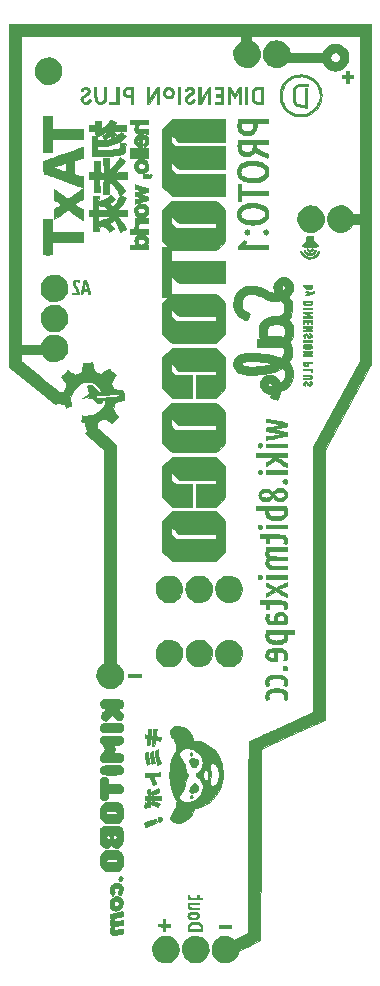
<source format=gbr>
G04 #@! TF.FileFunction,Copper,L2,Bot,Signal*
%FSLAX46Y46*%
G04 Gerber Fmt 4.6, Leading zero omitted, Abs format (unit mm)*
G04 Created by KiCad (PCBNEW 4.0.2+dfsg1-stable) date ti 10. lokakuuta 2017 01.44.29*
%MOMM*%
G01*
G04 APERTURE LIST*
%ADD10C,0.100000*%
%ADD11C,0.010000*%
%ADD12C,1.200000*%
G04 APERTURE END LIST*
D10*
D11*
G36*
X32264197Y-95045802D02*
X32452919Y-95083613D01*
X32632947Y-95153544D01*
X32799838Y-95254560D01*
X32949151Y-95385625D01*
X33076443Y-95545702D01*
X33177273Y-95733756D01*
X33206469Y-95808757D01*
X33243387Y-95953685D01*
X33261146Y-96115187D01*
X33259361Y-96277543D01*
X33237647Y-96425028D01*
X33222854Y-96477667D01*
X33132350Y-96688979D01*
X33011934Y-96872093D01*
X32864159Y-97024971D01*
X32691574Y-97145578D01*
X32496731Y-97231877D01*
X32282180Y-97281832D01*
X32205083Y-97290184D01*
X32107332Y-97292287D01*
X32000794Y-97286521D01*
X31951085Y-97280572D01*
X31836659Y-97251767D01*
X31706189Y-97201341D01*
X31574656Y-97136470D01*
X31457042Y-97064333D01*
X31388275Y-97010936D01*
X31247434Y-96858023D01*
X31136830Y-96679199D01*
X31059656Y-96481119D01*
X31019101Y-96270438D01*
X31016144Y-96234823D01*
X31016445Y-96223078D01*
X31722849Y-96223078D01*
X31762991Y-96348998D01*
X31799226Y-96412386D01*
X31878717Y-96496458D01*
X31981960Y-96553462D01*
X32098243Y-96580913D01*
X32216853Y-96576327D01*
X32327078Y-96537218D01*
X32330071Y-96535527D01*
X32396651Y-96487724D01*
X32461509Y-96426385D01*
X32477285Y-96408088D01*
X32531452Y-96309084D01*
X32554127Y-96193241D01*
X32544478Y-96072904D01*
X32506781Y-95969667D01*
X32429339Y-95864851D01*
X32330750Y-95792342D01*
X32218456Y-95753224D01*
X32099897Y-95748582D01*
X31982516Y-95779500D01*
X31873754Y-95847063D01*
X31845285Y-95873267D01*
X31764374Y-95980790D01*
X31723436Y-96098868D01*
X31722849Y-96223078D01*
X31016445Y-96223078D01*
X31021689Y-96018855D01*
X31067775Y-95814434D01*
X31153802Y-95623121D01*
X31279173Y-95446481D01*
X31345644Y-95374810D01*
X31511207Y-95236481D01*
X31690286Y-95135451D01*
X31878439Y-95070685D01*
X32071223Y-95041148D01*
X32264197Y-95045802D01*
X32264197Y-95045802D01*
G37*
X32264197Y-95045802D02*
X32452919Y-95083613D01*
X32632947Y-95153544D01*
X32799838Y-95254560D01*
X32949151Y-95385625D01*
X33076443Y-95545702D01*
X33177273Y-95733756D01*
X33206469Y-95808757D01*
X33243387Y-95953685D01*
X33261146Y-96115187D01*
X33259361Y-96277543D01*
X33237647Y-96425028D01*
X33222854Y-96477667D01*
X33132350Y-96688979D01*
X33011934Y-96872093D01*
X32864159Y-97024971D01*
X32691574Y-97145578D01*
X32496731Y-97231877D01*
X32282180Y-97281832D01*
X32205083Y-97290184D01*
X32107332Y-97292287D01*
X32000794Y-97286521D01*
X31951085Y-97280572D01*
X31836659Y-97251767D01*
X31706189Y-97201341D01*
X31574656Y-97136470D01*
X31457042Y-97064333D01*
X31388275Y-97010936D01*
X31247434Y-96858023D01*
X31136830Y-96679199D01*
X31059656Y-96481119D01*
X31019101Y-96270438D01*
X31016144Y-96234823D01*
X31016445Y-96223078D01*
X31722849Y-96223078D01*
X31762991Y-96348998D01*
X31799226Y-96412386D01*
X31878717Y-96496458D01*
X31981960Y-96553462D01*
X32098243Y-96580913D01*
X32216853Y-96576327D01*
X32327078Y-96537218D01*
X32330071Y-96535527D01*
X32396651Y-96487724D01*
X32461509Y-96426385D01*
X32477285Y-96408088D01*
X32531452Y-96309084D01*
X32554127Y-96193241D01*
X32544478Y-96072904D01*
X32506781Y-95969667D01*
X32429339Y-95864851D01*
X32330750Y-95792342D01*
X32218456Y-95753224D01*
X32099897Y-95748582D01*
X31982516Y-95779500D01*
X31873754Y-95847063D01*
X31845285Y-95873267D01*
X31764374Y-95980790D01*
X31723436Y-96098868D01*
X31722849Y-96223078D01*
X31016445Y-96223078D01*
X31021689Y-96018855D01*
X31067775Y-95814434D01*
X31153802Y-95623121D01*
X31279173Y-95446481D01*
X31345644Y-95374810D01*
X31511207Y-95236481D01*
X31690286Y-95135451D01*
X31878439Y-95070685D01*
X32071223Y-95041148D01*
X32264197Y-95045802D01*
G36*
X34837700Y-95051444D02*
X35034224Y-95098299D01*
X35217576Y-95178770D01*
X35383518Y-95289953D01*
X35527818Y-95428941D01*
X35646239Y-95592831D01*
X35734546Y-95778717D01*
X35788504Y-95983695D01*
X35792581Y-96010224D01*
X35802412Y-96220151D01*
X35773815Y-96421243D01*
X35710359Y-96610001D01*
X35615613Y-96782924D01*
X35493146Y-96936510D01*
X35346526Y-97067259D01*
X35179322Y-97171669D01*
X34995103Y-97246239D01*
X34797437Y-97287469D01*
X34589893Y-97291856D01*
X34496941Y-97281303D01*
X34296870Y-97229659D01*
X34112482Y-97141905D01*
X33947624Y-97022577D01*
X33806144Y-96876211D01*
X33691889Y-96707341D01*
X33608707Y-96520504D01*
X33560446Y-96320235D01*
X33549479Y-96164416D01*
X33549566Y-96163548D01*
X34256784Y-96163548D01*
X34269543Y-96268641D01*
X34317749Y-96376339D01*
X34331851Y-96399414D01*
X34412395Y-96489358D01*
X34516367Y-96550907D01*
X34633659Y-96581292D01*
X34754162Y-96577744D01*
X34857051Y-96543226D01*
X34962013Y-96468884D01*
X35036975Y-96373658D01*
X35081398Y-96264969D01*
X35094741Y-96150240D01*
X35076462Y-96036892D01*
X35026022Y-95932347D01*
X34942877Y-95844026D01*
X34909716Y-95820681D01*
X34794614Y-95764116D01*
X34682891Y-95745931D01*
X34564034Y-95764516D01*
X34556761Y-95766670D01*
X34437229Y-95823461D01*
X34345058Y-95911305D01*
X34284166Y-96026263D01*
X34277387Y-96047598D01*
X34256784Y-96163548D01*
X33549566Y-96163548D01*
X33570397Y-95956343D01*
X33629568Y-95758400D01*
X33723268Y-95575262D01*
X33847769Y-95411599D01*
X33999347Y-95272085D01*
X34174275Y-95161391D01*
X34368827Y-95084189D01*
X34422074Y-95070201D01*
X34632239Y-95041110D01*
X34837700Y-95051444D01*
X34837700Y-95051444D01*
G37*
X34837700Y-95051444D02*
X35034224Y-95098299D01*
X35217576Y-95178770D01*
X35383518Y-95289953D01*
X35527818Y-95428941D01*
X35646239Y-95592831D01*
X35734546Y-95778717D01*
X35788504Y-95983695D01*
X35792581Y-96010224D01*
X35802412Y-96220151D01*
X35773815Y-96421243D01*
X35710359Y-96610001D01*
X35615613Y-96782924D01*
X35493146Y-96936510D01*
X35346526Y-97067259D01*
X35179322Y-97171669D01*
X34995103Y-97246239D01*
X34797437Y-97287469D01*
X34589893Y-97291856D01*
X34496941Y-97281303D01*
X34296870Y-97229659D01*
X34112482Y-97141905D01*
X33947624Y-97022577D01*
X33806144Y-96876211D01*
X33691889Y-96707341D01*
X33608707Y-96520504D01*
X33560446Y-96320235D01*
X33549479Y-96164416D01*
X33549566Y-96163548D01*
X34256784Y-96163548D01*
X34269543Y-96268641D01*
X34317749Y-96376339D01*
X34331851Y-96399414D01*
X34412395Y-96489358D01*
X34516367Y-96550907D01*
X34633659Y-96581292D01*
X34754162Y-96577744D01*
X34857051Y-96543226D01*
X34962013Y-96468884D01*
X35036975Y-96373658D01*
X35081398Y-96264969D01*
X35094741Y-96150240D01*
X35076462Y-96036892D01*
X35026022Y-95932347D01*
X34942877Y-95844026D01*
X34909716Y-95820681D01*
X34794614Y-95764116D01*
X34682891Y-95745931D01*
X34564034Y-95764516D01*
X34556761Y-95766670D01*
X34437229Y-95823461D01*
X34345058Y-95911305D01*
X34284166Y-96026263D01*
X34277387Y-96047598D01*
X34256784Y-96163548D01*
X33549566Y-96163548D01*
X33570397Y-95956343D01*
X33629568Y-95758400D01*
X33723268Y-95575262D01*
X33847769Y-95411599D01*
X33999347Y-95272085D01*
X34174275Y-95161391D01*
X34368827Y-95084189D01*
X34422074Y-95070201D01*
X34632239Y-95041110D01*
X34837700Y-95051444D01*
G36*
X49593500Y-46647646D02*
X47630292Y-50274281D01*
X45667083Y-53900917D01*
X45645917Y-76758395D01*
X42926000Y-77988254D01*
X40206083Y-79218114D01*
X40200764Y-87314067D01*
X40195445Y-95410019D01*
X39260783Y-95857330D01*
X38326120Y-96304641D01*
X38281069Y-96459945D01*
X38216584Y-96639333D01*
X38132500Y-96791507D01*
X38021024Y-96929906D01*
X37989893Y-96962000D01*
X37825773Y-97097075D01*
X37639932Y-97198735D01*
X37438954Y-97264821D01*
X37229427Y-97293175D01*
X37017937Y-97281637D01*
X37015774Y-97281303D01*
X36815703Y-97229659D01*
X36631315Y-97141905D01*
X36466457Y-97022577D01*
X36324977Y-96876211D01*
X36210722Y-96707341D01*
X36127541Y-96520504D01*
X36079279Y-96320235D01*
X36072438Y-96223025D01*
X36779854Y-96223025D01*
X36820187Y-96348231D01*
X36860175Y-96416695D01*
X36940031Y-96498472D01*
X37043968Y-96554070D01*
X37160814Y-96580746D01*
X37279397Y-96575761D01*
X37375885Y-96543226D01*
X37484477Y-96466182D01*
X37561631Y-96366535D01*
X37605001Y-96251466D01*
X37612238Y-96128155D01*
X37580998Y-96003783D01*
X37563965Y-95967704D01*
X37487803Y-95864016D01*
X37390146Y-95792243D01*
X37278489Y-95753449D01*
X37160324Y-95748701D01*
X37043147Y-95779063D01*
X36934451Y-95845599D01*
X36903526Y-95873859D01*
X36821844Y-95981827D01*
X36780513Y-96099553D01*
X36779854Y-96223025D01*
X36072438Y-96223025D01*
X36068313Y-96164416D01*
X36089246Y-95957222D01*
X36148429Y-95759764D01*
X36242071Y-95576795D01*
X36366382Y-95413067D01*
X36517572Y-95273333D01*
X36691852Y-95162345D01*
X36885431Y-95084856D01*
X36940908Y-95070201D01*
X37157208Y-95039799D01*
X37368583Y-95051243D01*
X37573355Y-95104171D01*
X37769844Y-95198221D01*
X37881555Y-95273112D01*
X37991193Y-95354959D01*
X39168917Y-94790991D01*
X39174236Y-86693981D01*
X39174734Y-85972747D01*
X39175256Y-85292779D01*
X39175807Y-84653008D01*
X39176390Y-84052368D01*
X39177009Y-83489789D01*
X39177670Y-82964205D01*
X39178375Y-82474547D01*
X39179130Y-82019748D01*
X39179938Y-81598740D01*
X39180804Y-81210454D01*
X39181731Y-80853824D01*
X39182724Y-80527782D01*
X39183787Y-80231259D01*
X39184924Y-79963188D01*
X39186140Y-79722502D01*
X39187438Y-79508131D01*
X39188823Y-79319009D01*
X39190299Y-79154067D01*
X39191870Y-79012239D01*
X39193541Y-78892455D01*
X39195314Y-78793649D01*
X39197196Y-78714752D01*
X39199189Y-78654696D01*
X39201298Y-78612415D01*
X39203528Y-78586839D01*
X39205881Y-78576902D01*
X39205986Y-78576809D01*
X39228081Y-78565858D01*
X39286562Y-78538508D01*
X39379221Y-78495762D01*
X39503852Y-78438623D01*
X39658248Y-78368094D01*
X39840205Y-78285177D01*
X40047514Y-78190876D01*
X40277970Y-78086195D01*
X40529366Y-77972135D01*
X40799496Y-77849701D01*
X41086154Y-77719894D01*
X41387134Y-77583719D01*
X41700229Y-77442178D01*
X41947000Y-77330698D01*
X44661584Y-76104750D01*
X44661625Y-64880851D01*
X44661667Y-53656952D01*
X48598667Y-46381710D01*
X48598667Y-34755667D01*
X48305123Y-34755666D01*
X48011580Y-34755666D01*
X47929788Y-34895523D01*
X47805123Y-35067773D01*
X47650631Y-35211171D01*
X47469255Y-35323671D01*
X47263935Y-35403225D01*
X47165506Y-35427526D01*
X46961812Y-35449009D01*
X46761606Y-35431037D01*
X46569448Y-35376474D01*
X46389894Y-35288183D01*
X46227501Y-35169030D01*
X46086828Y-35021879D01*
X45972432Y-34849593D01*
X45888871Y-34655037D01*
X45877517Y-34618083D01*
X45841556Y-34420803D01*
X45842618Y-34321913D01*
X46545500Y-34321913D01*
X46563822Y-34433925D01*
X46613655Y-34542247D01*
X46687297Y-34635088D01*
X46777047Y-34700658D01*
X46799500Y-34710778D01*
X46888832Y-34730486D01*
X46995225Y-34731454D01*
X47098313Y-34714725D01*
X47158950Y-34692362D01*
X47261228Y-34620070D01*
X47331278Y-34528923D01*
X47370680Y-34425510D01*
X47381015Y-34316418D01*
X47363863Y-34208236D01*
X47320805Y-34107554D01*
X47253420Y-34020959D01*
X47163289Y-33955041D01*
X47051993Y-33916387D01*
X46971054Y-33909000D01*
X46857518Y-33918759D01*
X46766518Y-33952095D01*
X46682039Y-34015094D01*
X46675268Y-34021423D01*
X46594993Y-34120831D01*
X46553385Y-34233518D01*
X46545500Y-34321913D01*
X45842618Y-34321913D01*
X45843721Y-34219318D01*
X45881654Y-34020384D01*
X45952999Y-33830757D01*
X46055402Y-33657195D01*
X46186504Y-33506455D01*
X46296528Y-33416420D01*
X46493597Y-33301396D01*
X46696948Y-33227188D01*
X46903999Y-33194036D01*
X47112168Y-33202180D01*
X47318874Y-33251860D01*
X47455667Y-33308700D01*
X47595936Y-33393565D01*
X47731323Y-33505082D01*
X47851141Y-33632700D01*
X47944702Y-33765868D01*
X47972850Y-33819320D01*
X48034950Y-33951333D01*
X48598667Y-33951333D01*
X48598667Y-18817167D01*
X39391167Y-18817167D01*
X39391167Y-19048846D01*
X39391166Y-19280525D01*
X39544625Y-19360910D01*
X39723983Y-19478192D01*
X39876633Y-19626347D01*
X39999107Y-19800866D01*
X40087932Y-19997235D01*
X40120376Y-20109453D01*
X40149055Y-20320171D01*
X40136762Y-20528446D01*
X40084810Y-20729795D01*
X39994511Y-20919737D01*
X39867176Y-21093790D01*
X39816287Y-21147944D01*
X39648685Y-21287863D01*
X39465851Y-21390399D01*
X39272405Y-21455555D01*
X39072970Y-21483339D01*
X38872165Y-21473756D01*
X38674611Y-21426810D01*
X38484931Y-21342508D01*
X38307744Y-21220854D01*
X38225322Y-21146065D01*
X38085880Y-20979569D01*
X37983785Y-20796235D01*
X37919757Y-20600453D01*
X37895500Y-20404543D01*
X38610904Y-20404543D01*
X38634031Y-20512626D01*
X38655973Y-20561426D01*
X38725646Y-20654283D01*
X38817352Y-20720596D01*
X38894974Y-20754083D01*
X38966092Y-20776551D01*
X39021097Y-20782867D01*
X39081864Y-20773808D01*
X39126583Y-20762303D01*
X39249933Y-20709254D01*
X39343255Y-20627594D01*
X39404086Y-20520839D01*
X39429963Y-20392507D01*
X39429605Y-20329546D01*
X39402688Y-20197135D01*
X39343196Y-20088446D01*
X39255673Y-20006847D01*
X39144662Y-19955704D01*
X39014708Y-19938385D01*
X38914976Y-19948175D01*
X38841336Y-19977588D01*
X38762151Y-20033191D01*
X38690949Y-20103383D01*
X38641256Y-20176561D01*
X38636514Y-20187028D01*
X38611402Y-20289665D01*
X38610904Y-20404543D01*
X37895500Y-20404543D01*
X37894517Y-20396611D01*
X37908784Y-20189097D01*
X37963278Y-19982300D01*
X38014683Y-19862217D01*
X38125866Y-19680547D01*
X38266227Y-19523550D01*
X38429500Y-19398059D01*
X38453411Y-19383638D01*
X38576250Y-19311905D01*
X38582213Y-19064536D01*
X38588177Y-18817167D01*
X19917833Y-18817167D01*
X19917833Y-44979167D01*
X21603377Y-44979167D01*
X21652998Y-44857458D01*
X21755566Y-44657166D01*
X21886379Y-44486283D01*
X22042224Y-44346889D01*
X22219889Y-44241062D01*
X22416161Y-44170881D01*
X22627827Y-44138424D01*
X22764750Y-44138124D01*
X22968009Y-44163920D01*
X23147996Y-44219861D01*
X23313797Y-44308795D01*
X23317950Y-44311539D01*
X23491383Y-44450550D01*
X23630973Y-44613668D01*
X23735062Y-44798088D01*
X23801991Y-45001004D01*
X23827605Y-45173938D01*
X23823295Y-45389637D01*
X23779984Y-45594732D01*
X23700489Y-45785206D01*
X23587627Y-45957038D01*
X23444215Y-46106208D01*
X23273072Y-46228697D01*
X23077013Y-46320486D01*
X23008167Y-46343105D01*
X22877731Y-46368640D01*
X22725450Y-46377996D01*
X22568509Y-46371387D01*
X22424094Y-46349031D01*
X22371640Y-46335100D01*
X22213539Y-46269244D01*
X22058014Y-46173619D01*
X21916213Y-46056860D01*
X21799285Y-45927605D01*
X21748416Y-45852292D01*
X21707872Y-45783500D01*
X19917833Y-45783500D01*
X19917833Y-46352048D01*
X21531792Y-47672269D01*
X21759348Y-47858353D01*
X21977891Y-48036955D01*
X22185164Y-48206236D01*
X22378907Y-48364357D01*
X22556863Y-48509477D01*
X22716773Y-48639758D01*
X22856379Y-48753361D01*
X22973422Y-48848445D01*
X23065644Y-48923171D01*
X23130786Y-48975701D01*
X23166591Y-49004193D01*
X23172838Y-49008884D01*
X23206276Y-49012430D01*
X23267692Y-49006335D01*
X23344545Y-48993223D01*
X23424295Y-48975717D01*
X23494401Y-48956438D01*
X23542323Y-48938010D01*
X23554830Y-48928993D01*
X23574181Y-48892468D01*
X23601048Y-48827607D01*
X23632518Y-48743196D01*
X23665680Y-48648022D01*
X23697622Y-48550869D01*
X23725434Y-48460525D01*
X23746203Y-48385774D01*
X23757018Y-48335403D01*
X23756949Y-48319066D01*
X23738752Y-48293614D01*
X23699417Y-48241104D01*
X23643780Y-48167909D01*
X23576673Y-48080401D01*
X23532919Y-48023685D01*
X23462534Y-47931169D01*
X23402394Y-47849302D01*
X23356916Y-47784322D01*
X23330516Y-47742470D01*
X23325667Y-47730881D01*
X23339309Y-47707016D01*
X23376472Y-47659141D01*
X23431507Y-47593492D01*
X23498766Y-47516301D01*
X23572603Y-47433803D01*
X23647369Y-47352232D01*
X23717416Y-47277821D01*
X23777096Y-47216805D01*
X23820763Y-47175417D01*
X23842767Y-47159892D01*
X23842972Y-47159888D01*
X23867592Y-47170737D01*
X23921667Y-47200439D01*
X23998821Y-47245303D01*
X24092678Y-47301640D01*
X24172114Y-47350388D01*
X24275362Y-47413164D01*
X24367814Y-47467188D01*
X24442827Y-47508750D01*
X24493757Y-47534138D01*
X24512208Y-47540333D01*
X24543277Y-47531950D01*
X24603242Y-47509525D01*
X24682743Y-47477142D01*
X24772419Y-47438887D01*
X24862911Y-47398844D01*
X24944858Y-47361097D01*
X25008900Y-47329733D01*
X25045678Y-47308835D01*
X25049290Y-47305945D01*
X25058203Y-47279724D01*
X25070750Y-47218599D01*
X25085713Y-47129722D01*
X25101877Y-47020242D01*
X25115810Y-46915061D01*
X25131480Y-46794370D01*
X25146102Y-46688842D01*
X25158639Y-46605412D01*
X25168058Y-46551015D01*
X25172921Y-46532690D01*
X25196436Y-46528374D01*
X25253949Y-46523175D01*
X25337143Y-46517483D01*
X25437702Y-46511687D01*
X25547308Y-46506177D01*
X25657647Y-46501343D01*
X25760401Y-46497576D01*
X25847254Y-46495264D01*
X25909888Y-46494798D01*
X25939989Y-46496568D01*
X25940450Y-46496708D01*
X25952195Y-46518677D01*
X25971704Y-46575292D01*
X25997019Y-46659995D01*
X26026180Y-46766231D01*
X26057228Y-46887444D01*
X26057368Y-46888012D01*
X26152419Y-47271852D01*
X26714417Y-47479914D01*
X27027773Y-47245540D01*
X27127749Y-47171361D01*
X27216224Y-47106845D01*
X27287602Y-47055982D01*
X27336286Y-47022761D01*
X27356575Y-47011166D01*
X27376492Y-47024694D01*
X27422402Y-47062274D01*
X27489046Y-47119403D01*
X27571166Y-47191579D01*
X27657019Y-47268440D01*
X27768535Y-47370848D01*
X27849174Y-47449101D01*
X27901098Y-47505507D01*
X27926470Y-47542379D01*
X27929167Y-47559200D01*
X27914283Y-47587631D01*
X27881078Y-47645470D01*
X27833452Y-47726095D01*
X27775310Y-47822884D01*
X27724095Y-47907098D01*
X27531874Y-48221510D01*
X27667145Y-48489463D01*
X27802417Y-48757417D01*
X28190592Y-48813981D01*
X28313650Y-48832284D01*
X28421555Y-48849041D01*
X28507597Y-48863151D01*
X28565066Y-48873515D01*
X28587222Y-48879000D01*
X28593350Y-48904393D01*
X28600029Y-48963592D01*
X28606860Y-49048286D01*
X28613443Y-49150164D01*
X28619379Y-49260917D01*
X28624269Y-49372233D01*
X28627713Y-49475803D01*
X28629313Y-49563315D01*
X28628670Y-49626459D01*
X28625383Y-49656924D01*
X28624648Y-49658152D01*
X28598606Y-49668816D01*
X28538413Y-49686435D01*
X28451315Y-49709100D01*
X28344554Y-49734906D01*
X28257037Y-49754928D01*
X28139865Y-49782129D01*
X28036522Y-49808033D01*
X27954400Y-49830634D01*
X27900890Y-49847928D01*
X27884127Y-49856065D01*
X27868959Y-49883900D01*
X27844256Y-49943969D01*
X27813138Y-50028109D01*
X27778725Y-50128155D01*
X27769900Y-50154919D01*
X27679796Y-50430588D01*
X27915656Y-50737002D01*
X27990363Y-50835130D01*
X28054752Y-50921759D01*
X28104841Y-50991365D01*
X28136649Y-51038418D01*
X28146300Y-51057220D01*
X28131081Y-51076681D01*
X28092064Y-51122173D01*
X28033908Y-51188386D01*
X27961274Y-51270008D01*
X27889818Y-51349545D01*
X27790379Y-51457965D01*
X27714745Y-51536052D01*
X27660118Y-51586402D01*
X27623701Y-51611613D01*
X27604068Y-51614913D01*
X27574912Y-51599629D01*
X27516886Y-51566004D01*
X27436978Y-51518198D01*
X27342178Y-51460370D01*
X27281917Y-51423130D01*
X27182946Y-51362470D01*
X27095930Y-51310639D01*
X27027455Y-51271442D01*
X26984108Y-51248684D01*
X26972746Y-51244500D01*
X26943859Y-51253487D01*
X26886475Y-51277675D01*
X26809126Y-51312900D01*
X26720348Y-51354999D01*
X26628674Y-51399810D01*
X26542638Y-51443170D01*
X26470774Y-51480917D01*
X26421616Y-51508886D01*
X26404027Y-51521915D01*
X26395890Y-51550871D01*
X26384341Y-51612370D01*
X26371016Y-51696925D01*
X26359503Y-51779937D01*
X26346557Y-51884937D01*
X26340239Y-51955753D01*
X26340511Y-52000008D01*
X26347332Y-52025322D01*
X26358163Y-52037576D01*
X26379357Y-52055694D01*
X26428878Y-52099303D01*
X26503570Y-52165586D01*
X26600278Y-52251732D01*
X26715849Y-52354925D01*
X26847127Y-52472352D01*
X26990959Y-52601198D01*
X27144189Y-52738650D01*
X27163805Y-52756260D01*
X27940000Y-53453103D01*
X27940000Y-71961531D01*
X28008792Y-71989843D01*
X28053683Y-72017163D01*
X28117040Y-72066963D01*
X28188468Y-72130753D01*
X28225750Y-72167036D01*
X28366027Y-72331896D01*
X28466270Y-72506211D01*
X28528526Y-72694843D01*
X28554845Y-72902656D01*
X28556012Y-72950917D01*
X28540674Y-73166234D01*
X28489882Y-73360471D01*
X28401648Y-73538470D01*
X28273987Y-73705072D01*
X28226007Y-73755250D01*
X28067156Y-73892236D01*
X27901445Y-73990179D01*
X27721928Y-74051941D01*
X27521657Y-74080384D01*
X27430550Y-74083082D01*
X27212996Y-74064114D01*
X27011992Y-74006303D01*
X26826519Y-73909223D01*
X26655557Y-73772453D01*
X26634857Y-73752246D01*
X26501735Y-73590420D01*
X26402140Y-73406688D01*
X26337867Y-73207165D01*
X26310710Y-72997965D01*
X26311826Y-72977743D01*
X27015934Y-72977743D01*
X27037398Y-73092171D01*
X27088804Y-73193235D01*
X27164311Y-73276776D01*
X27258076Y-73338637D01*
X27364260Y-73374660D01*
X27477021Y-73380687D01*
X27590517Y-73352561D01*
X27669242Y-73308947D01*
X27734213Y-73250483D01*
X27791672Y-73178197D01*
X27806083Y-73153962D01*
X27847530Y-73035717D01*
X27851667Y-72918330D01*
X27823146Y-72807482D01*
X27766620Y-72708855D01*
X27686741Y-72628129D01*
X27588162Y-72570987D01*
X27475535Y-72543109D01*
X27353513Y-72550176D01*
X27318870Y-72559018D01*
X27225851Y-72604919D01*
X27138085Y-72679304D01*
X27068030Y-72769438D01*
X27030253Y-72854109D01*
X27015934Y-72977743D01*
X26311826Y-72977743D01*
X26322462Y-72785203D01*
X26333259Y-72724417D01*
X26381971Y-72567051D01*
X26460153Y-72408818D01*
X26560721Y-72259807D01*
X26676591Y-72130108D01*
X26800679Y-72029809D01*
X26836038Y-72008308D01*
X26924000Y-71958871D01*
X26922814Y-62919311D01*
X26921628Y-53879750D01*
X26141195Y-53182343D01*
X25360763Y-52484936D01*
X25399264Y-52430926D01*
X25443338Y-52376675D01*
X25482307Y-52336662D01*
X25511218Y-52297778D01*
X25508467Y-52273162D01*
X25497461Y-52245460D01*
X25479035Y-52184100D01*
X25455283Y-52096675D01*
X25428302Y-51990778D01*
X25411508Y-51921833D01*
X25382863Y-51808396D01*
X25354958Y-51708893D01*
X25330146Y-51630947D01*
X25310784Y-51582181D01*
X25302838Y-51570157D01*
X25266858Y-51553352D01*
X25204206Y-51533815D01*
X25143941Y-51519230D01*
X25075149Y-51501440D01*
X25025210Y-51482539D01*
X25006640Y-51468739D01*
X25010180Y-51440580D01*
X25026276Y-51381942D01*
X25052232Y-51301838D01*
X25080129Y-51223333D01*
X25162114Y-51001083D01*
X25413348Y-51000006D01*
X25693123Y-50981865D01*
X25951839Y-50928940D01*
X26194608Y-50839722D01*
X26426543Y-50712701D01*
X26459544Y-50691078D01*
X26653654Y-50541884D01*
X26807857Y-50380859D01*
X26921853Y-50208486D01*
X26995344Y-50025246D01*
X27028029Y-49831623D01*
X27029833Y-49772375D01*
X27025978Y-49716379D01*
X27009030Y-49685580D01*
X26970913Y-49676008D01*
X26903553Y-49683689D01*
X26864609Y-49691103D01*
X26820509Y-49706162D01*
X26797544Y-49737400D01*
X26786029Y-49786293D01*
X26755864Y-49880143D01*
X26704091Y-49938831D01*
X26632271Y-49962627D01*
X26541966Y-49951800D01*
X26434737Y-49906620D01*
X26312144Y-49827356D01*
X26175749Y-49714277D01*
X26132031Y-49673473D01*
X25961141Y-49510030D01*
X25775820Y-49523185D01*
X25693309Y-49527917D01*
X25629700Y-49529424D01*
X25594519Y-49527579D01*
X25590500Y-49525653D01*
X25606557Y-49509301D01*
X25649059Y-49475714D01*
X25709500Y-49431547D01*
X25722722Y-49422218D01*
X25792404Y-49369855D01*
X25824660Y-49336738D01*
X25819673Y-49322677D01*
X25819619Y-49322666D01*
X25788338Y-49326615D01*
X25724458Y-49341891D01*
X25635541Y-49366440D01*
X25529151Y-49398208D01*
X25450915Y-49422812D01*
X25339535Y-49458005D01*
X25243083Y-49487458D01*
X25168364Y-49509177D01*
X25122184Y-49521164D01*
X25110431Y-49522653D01*
X25124785Y-49508234D01*
X25171651Y-49471461D01*
X25248705Y-49414038D01*
X25353624Y-49337669D01*
X25387227Y-49313557D01*
X26225500Y-49313557D01*
X26239150Y-49358530D01*
X26273086Y-49413416D01*
X26316784Y-49465166D01*
X26359721Y-49500731D01*
X26383110Y-49509010D01*
X26408512Y-49507451D01*
X26471435Y-49502931D01*
X26567200Y-49495804D01*
X26691125Y-49486426D01*
X26838530Y-49475150D01*
X27004732Y-49462332D01*
X27185053Y-49448327D01*
X27230917Y-49444750D01*
X27416300Y-49430143D01*
X27590682Y-49416142D01*
X27749028Y-49403172D01*
X27886304Y-49391656D01*
X27997475Y-49382016D01*
X28077507Y-49374677D01*
X28121366Y-49370063D01*
X28125336Y-49369506D01*
X28167398Y-49360396D01*
X28186645Y-49342133D01*
X28190622Y-49301984D01*
X28188836Y-49262382D01*
X28183417Y-49166064D01*
X27971750Y-49178556D01*
X27895829Y-49182483D01*
X27785116Y-49187453D01*
X27647132Y-49193167D01*
X27489397Y-49199323D01*
X27319432Y-49205623D01*
X27144757Y-49211766D01*
X27103917Y-49213152D01*
X26935569Y-49219067D01*
X26775846Y-49225135D01*
X26631046Y-49231084D01*
X26507470Y-49236639D01*
X26411416Y-49241525D01*
X26349185Y-49245468D01*
X26336625Y-49246568D01*
X26271810Y-49254948D01*
X26238725Y-49267181D01*
X26226843Y-49289613D01*
X26225500Y-49313557D01*
X25387227Y-49313557D01*
X25484085Y-49244057D01*
X25637766Y-49134904D01*
X25679252Y-49105592D01*
X25679285Y-49082127D01*
X25664799Y-49030035D01*
X25638730Y-48959255D01*
X25629256Y-48936259D01*
X25575634Y-48777312D01*
X25552782Y-48626836D01*
X25548699Y-48546368D01*
X25551427Y-48495187D01*
X25563852Y-48460433D01*
X25588862Y-48429243D01*
X25599583Y-48418326D01*
X25645392Y-48380619D01*
X25690512Y-48370455D01*
X25734548Y-48375873D01*
X25803115Y-48394674D01*
X25881098Y-48424615D01*
X25906098Y-48436217D01*
X25977627Y-48480967D01*
X26066771Y-48550878D01*
X26164842Y-48637942D01*
X26263148Y-48734154D01*
X26352999Y-48831506D01*
X26408742Y-48899321D01*
X26504674Y-49023993D01*
X26603212Y-49009940D01*
X26665826Y-48998090D01*
X26710495Y-48984335D01*
X26720472Y-48978579D01*
X26719524Y-48952235D01*
X26693397Y-48901116D01*
X26646344Y-48830872D01*
X26582621Y-48747156D01*
X26506481Y-48655618D01*
X26422177Y-48561911D01*
X26353249Y-48490709D01*
X26256486Y-48398156D01*
X26172900Y-48328805D01*
X26089229Y-48272796D01*
X25992213Y-48220270D01*
X25984028Y-48216195D01*
X25893016Y-48172506D01*
X25823208Y-48144698D01*
X25758507Y-48128626D01*
X25682820Y-48120149D01*
X25593413Y-48115643D01*
X25483184Y-48113457D01*
X25398973Y-48118269D01*
X25324789Y-48131853D01*
X25251833Y-48153562D01*
X25031031Y-48248695D01*
X24820984Y-48380683D01*
X24627445Y-48544343D01*
X24456168Y-48734492D01*
X24312904Y-48945950D01*
X24258108Y-49048714D01*
X24163641Y-49281834D01*
X24107869Y-49514397D01*
X24091383Y-49742540D01*
X24114773Y-49962399D01*
X24116992Y-49973070D01*
X24132124Y-50048927D01*
X24141725Y-50106742D01*
X24144080Y-50135899D01*
X24143562Y-50137327D01*
X24114590Y-50156188D01*
X24059528Y-50184586D01*
X23988173Y-50218232D01*
X23910319Y-50252839D01*
X23835760Y-50284116D01*
X23774293Y-50307775D01*
X23735711Y-50319528D01*
X23727801Y-50319371D01*
X23713540Y-50292053D01*
X23690420Y-50236956D01*
X23664743Y-50169496D01*
X23635002Y-50098706D01*
X23604789Y-50044074D01*
X23582080Y-50018611D01*
X23549568Y-50009677D01*
X23483550Y-49997276D01*
X23392572Y-49982827D01*
X23285178Y-49967750D01*
X23243463Y-49962355D01*
X22939010Y-49923898D01*
X22889621Y-49981317D01*
X22840231Y-50038736D01*
X18933583Y-46840912D01*
X18932412Y-45261956D01*
X22289689Y-45261956D01*
X22306905Y-45380222D01*
X22360190Y-45493385D01*
X22389985Y-45533050D01*
X22483099Y-45612564D01*
X22596527Y-45660449D01*
X22720425Y-45674781D01*
X22844946Y-45653637D01*
X22898051Y-45632283D01*
X22987500Y-45568214D01*
X23062222Y-45475585D01*
X23112491Y-45367872D01*
X23124459Y-45318567D01*
X23124422Y-45201538D01*
X23088821Y-45090310D01*
X23024099Y-44991436D01*
X22936699Y-44911464D01*
X22833065Y-44856947D01*
X22719639Y-44834433D01*
X22652302Y-44838556D01*
X22528749Y-44877560D01*
X22428072Y-44946387D01*
X22352911Y-45038053D01*
X22305904Y-45145571D01*
X22289689Y-45261956D01*
X18932412Y-45261956D01*
X18923000Y-32580331D01*
X18922433Y-31803142D01*
X18921893Y-31035772D01*
X18921380Y-30279341D01*
X18920895Y-29534964D01*
X18920438Y-28803759D01*
X18920009Y-28086843D01*
X18919608Y-27385334D01*
X18919236Y-26700349D01*
X18918893Y-26033005D01*
X18918580Y-25384419D01*
X18918296Y-24755709D01*
X18918042Y-24147992D01*
X18917818Y-23562386D01*
X18917625Y-23000007D01*
X18917463Y-22461973D01*
X18917333Y-21949402D01*
X18917233Y-21463409D01*
X18917166Y-21005114D01*
X18917131Y-20575633D01*
X18917128Y-20176083D01*
X18917158Y-19807582D01*
X18917221Y-19471247D01*
X18917318Y-19168195D01*
X18917448Y-18899544D01*
X18917612Y-18666410D01*
X18917810Y-18469912D01*
X18918044Y-18311166D01*
X18918312Y-18191290D01*
X18918615Y-18111401D01*
X18918954Y-18072616D01*
X18918990Y-18071042D01*
X18925563Y-17822333D01*
X49593500Y-17822333D01*
X49593500Y-46647646D01*
X49593500Y-46647646D01*
G37*
X49593500Y-46647646D02*
X47630292Y-50274281D01*
X45667083Y-53900917D01*
X45645917Y-76758395D01*
X42926000Y-77988254D01*
X40206083Y-79218114D01*
X40200764Y-87314067D01*
X40195445Y-95410019D01*
X39260783Y-95857330D01*
X38326120Y-96304641D01*
X38281069Y-96459945D01*
X38216584Y-96639333D01*
X38132500Y-96791507D01*
X38021024Y-96929906D01*
X37989893Y-96962000D01*
X37825773Y-97097075D01*
X37639932Y-97198735D01*
X37438954Y-97264821D01*
X37229427Y-97293175D01*
X37017937Y-97281637D01*
X37015774Y-97281303D01*
X36815703Y-97229659D01*
X36631315Y-97141905D01*
X36466457Y-97022577D01*
X36324977Y-96876211D01*
X36210722Y-96707341D01*
X36127541Y-96520504D01*
X36079279Y-96320235D01*
X36072438Y-96223025D01*
X36779854Y-96223025D01*
X36820187Y-96348231D01*
X36860175Y-96416695D01*
X36940031Y-96498472D01*
X37043968Y-96554070D01*
X37160814Y-96580746D01*
X37279397Y-96575761D01*
X37375885Y-96543226D01*
X37484477Y-96466182D01*
X37561631Y-96366535D01*
X37605001Y-96251466D01*
X37612238Y-96128155D01*
X37580998Y-96003783D01*
X37563965Y-95967704D01*
X37487803Y-95864016D01*
X37390146Y-95792243D01*
X37278489Y-95753449D01*
X37160324Y-95748701D01*
X37043147Y-95779063D01*
X36934451Y-95845599D01*
X36903526Y-95873859D01*
X36821844Y-95981827D01*
X36780513Y-96099553D01*
X36779854Y-96223025D01*
X36072438Y-96223025D01*
X36068313Y-96164416D01*
X36089246Y-95957222D01*
X36148429Y-95759764D01*
X36242071Y-95576795D01*
X36366382Y-95413067D01*
X36517572Y-95273333D01*
X36691852Y-95162345D01*
X36885431Y-95084856D01*
X36940908Y-95070201D01*
X37157208Y-95039799D01*
X37368583Y-95051243D01*
X37573355Y-95104171D01*
X37769844Y-95198221D01*
X37881555Y-95273112D01*
X37991193Y-95354959D01*
X39168917Y-94790991D01*
X39174236Y-86693981D01*
X39174734Y-85972747D01*
X39175256Y-85292779D01*
X39175807Y-84653008D01*
X39176390Y-84052368D01*
X39177009Y-83489789D01*
X39177670Y-82964205D01*
X39178375Y-82474547D01*
X39179130Y-82019748D01*
X39179938Y-81598740D01*
X39180804Y-81210454D01*
X39181731Y-80853824D01*
X39182724Y-80527782D01*
X39183787Y-80231259D01*
X39184924Y-79963188D01*
X39186140Y-79722502D01*
X39187438Y-79508131D01*
X39188823Y-79319009D01*
X39190299Y-79154067D01*
X39191870Y-79012239D01*
X39193541Y-78892455D01*
X39195314Y-78793649D01*
X39197196Y-78714752D01*
X39199189Y-78654696D01*
X39201298Y-78612415D01*
X39203528Y-78586839D01*
X39205881Y-78576902D01*
X39205986Y-78576809D01*
X39228081Y-78565858D01*
X39286562Y-78538508D01*
X39379221Y-78495762D01*
X39503852Y-78438623D01*
X39658248Y-78368094D01*
X39840205Y-78285177D01*
X40047514Y-78190876D01*
X40277970Y-78086195D01*
X40529366Y-77972135D01*
X40799496Y-77849701D01*
X41086154Y-77719894D01*
X41387134Y-77583719D01*
X41700229Y-77442178D01*
X41947000Y-77330698D01*
X44661584Y-76104750D01*
X44661625Y-64880851D01*
X44661667Y-53656952D01*
X48598667Y-46381710D01*
X48598667Y-34755667D01*
X48305123Y-34755666D01*
X48011580Y-34755666D01*
X47929788Y-34895523D01*
X47805123Y-35067773D01*
X47650631Y-35211171D01*
X47469255Y-35323671D01*
X47263935Y-35403225D01*
X47165506Y-35427526D01*
X46961812Y-35449009D01*
X46761606Y-35431037D01*
X46569448Y-35376474D01*
X46389894Y-35288183D01*
X46227501Y-35169030D01*
X46086828Y-35021879D01*
X45972432Y-34849593D01*
X45888871Y-34655037D01*
X45877517Y-34618083D01*
X45841556Y-34420803D01*
X45842618Y-34321913D01*
X46545500Y-34321913D01*
X46563822Y-34433925D01*
X46613655Y-34542247D01*
X46687297Y-34635088D01*
X46777047Y-34700658D01*
X46799500Y-34710778D01*
X46888832Y-34730486D01*
X46995225Y-34731454D01*
X47098313Y-34714725D01*
X47158950Y-34692362D01*
X47261228Y-34620070D01*
X47331278Y-34528923D01*
X47370680Y-34425510D01*
X47381015Y-34316418D01*
X47363863Y-34208236D01*
X47320805Y-34107554D01*
X47253420Y-34020959D01*
X47163289Y-33955041D01*
X47051993Y-33916387D01*
X46971054Y-33909000D01*
X46857518Y-33918759D01*
X46766518Y-33952095D01*
X46682039Y-34015094D01*
X46675268Y-34021423D01*
X46594993Y-34120831D01*
X46553385Y-34233518D01*
X46545500Y-34321913D01*
X45842618Y-34321913D01*
X45843721Y-34219318D01*
X45881654Y-34020384D01*
X45952999Y-33830757D01*
X46055402Y-33657195D01*
X46186504Y-33506455D01*
X46296528Y-33416420D01*
X46493597Y-33301396D01*
X46696948Y-33227188D01*
X46903999Y-33194036D01*
X47112168Y-33202180D01*
X47318874Y-33251860D01*
X47455667Y-33308700D01*
X47595936Y-33393565D01*
X47731323Y-33505082D01*
X47851141Y-33632700D01*
X47944702Y-33765868D01*
X47972850Y-33819320D01*
X48034950Y-33951333D01*
X48598667Y-33951333D01*
X48598667Y-18817167D01*
X39391167Y-18817167D01*
X39391167Y-19048846D01*
X39391166Y-19280525D01*
X39544625Y-19360910D01*
X39723983Y-19478192D01*
X39876633Y-19626347D01*
X39999107Y-19800866D01*
X40087932Y-19997235D01*
X40120376Y-20109453D01*
X40149055Y-20320171D01*
X40136762Y-20528446D01*
X40084810Y-20729795D01*
X39994511Y-20919737D01*
X39867176Y-21093790D01*
X39816287Y-21147944D01*
X39648685Y-21287863D01*
X39465851Y-21390399D01*
X39272405Y-21455555D01*
X39072970Y-21483339D01*
X38872165Y-21473756D01*
X38674611Y-21426810D01*
X38484931Y-21342508D01*
X38307744Y-21220854D01*
X38225322Y-21146065D01*
X38085880Y-20979569D01*
X37983785Y-20796235D01*
X37919757Y-20600453D01*
X37895500Y-20404543D01*
X38610904Y-20404543D01*
X38634031Y-20512626D01*
X38655973Y-20561426D01*
X38725646Y-20654283D01*
X38817352Y-20720596D01*
X38894974Y-20754083D01*
X38966092Y-20776551D01*
X39021097Y-20782867D01*
X39081864Y-20773808D01*
X39126583Y-20762303D01*
X39249933Y-20709254D01*
X39343255Y-20627594D01*
X39404086Y-20520839D01*
X39429963Y-20392507D01*
X39429605Y-20329546D01*
X39402688Y-20197135D01*
X39343196Y-20088446D01*
X39255673Y-20006847D01*
X39144662Y-19955704D01*
X39014708Y-19938385D01*
X38914976Y-19948175D01*
X38841336Y-19977588D01*
X38762151Y-20033191D01*
X38690949Y-20103383D01*
X38641256Y-20176561D01*
X38636514Y-20187028D01*
X38611402Y-20289665D01*
X38610904Y-20404543D01*
X37895500Y-20404543D01*
X37894517Y-20396611D01*
X37908784Y-20189097D01*
X37963278Y-19982300D01*
X38014683Y-19862217D01*
X38125866Y-19680547D01*
X38266227Y-19523550D01*
X38429500Y-19398059D01*
X38453411Y-19383638D01*
X38576250Y-19311905D01*
X38582213Y-19064536D01*
X38588177Y-18817167D01*
X19917833Y-18817167D01*
X19917833Y-44979167D01*
X21603377Y-44979167D01*
X21652998Y-44857458D01*
X21755566Y-44657166D01*
X21886379Y-44486283D01*
X22042224Y-44346889D01*
X22219889Y-44241062D01*
X22416161Y-44170881D01*
X22627827Y-44138424D01*
X22764750Y-44138124D01*
X22968009Y-44163920D01*
X23147996Y-44219861D01*
X23313797Y-44308795D01*
X23317950Y-44311539D01*
X23491383Y-44450550D01*
X23630973Y-44613668D01*
X23735062Y-44798088D01*
X23801991Y-45001004D01*
X23827605Y-45173938D01*
X23823295Y-45389637D01*
X23779984Y-45594732D01*
X23700489Y-45785206D01*
X23587627Y-45957038D01*
X23444215Y-46106208D01*
X23273072Y-46228697D01*
X23077013Y-46320486D01*
X23008167Y-46343105D01*
X22877731Y-46368640D01*
X22725450Y-46377996D01*
X22568509Y-46371387D01*
X22424094Y-46349031D01*
X22371640Y-46335100D01*
X22213539Y-46269244D01*
X22058014Y-46173619D01*
X21916213Y-46056860D01*
X21799285Y-45927605D01*
X21748416Y-45852292D01*
X21707872Y-45783500D01*
X19917833Y-45783500D01*
X19917833Y-46352048D01*
X21531792Y-47672269D01*
X21759348Y-47858353D01*
X21977891Y-48036955D01*
X22185164Y-48206236D01*
X22378907Y-48364357D01*
X22556863Y-48509477D01*
X22716773Y-48639758D01*
X22856379Y-48753361D01*
X22973422Y-48848445D01*
X23065644Y-48923171D01*
X23130786Y-48975701D01*
X23166591Y-49004193D01*
X23172838Y-49008884D01*
X23206276Y-49012430D01*
X23267692Y-49006335D01*
X23344545Y-48993223D01*
X23424295Y-48975717D01*
X23494401Y-48956438D01*
X23542323Y-48938010D01*
X23554830Y-48928993D01*
X23574181Y-48892468D01*
X23601048Y-48827607D01*
X23632518Y-48743196D01*
X23665680Y-48648022D01*
X23697622Y-48550869D01*
X23725434Y-48460525D01*
X23746203Y-48385774D01*
X23757018Y-48335403D01*
X23756949Y-48319066D01*
X23738752Y-48293614D01*
X23699417Y-48241104D01*
X23643780Y-48167909D01*
X23576673Y-48080401D01*
X23532919Y-48023685D01*
X23462534Y-47931169D01*
X23402394Y-47849302D01*
X23356916Y-47784322D01*
X23330516Y-47742470D01*
X23325667Y-47730881D01*
X23339309Y-47707016D01*
X23376472Y-47659141D01*
X23431507Y-47593492D01*
X23498766Y-47516301D01*
X23572603Y-47433803D01*
X23647369Y-47352232D01*
X23717416Y-47277821D01*
X23777096Y-47216805D01*
X23820763Y-47175417D01*
X23842767Y-47159892D01*
X23842972Y-47159888D01*
X23867592Y-47170737D01*
X23921667Y-47200439D01*
X23998821Y-47245303D01*
X24092678Y-47301640D01*
X24172114Y-47350388D01*
X24275362Y-47413164D01*
X24367814Y-47467188D01*
X24442827Y-47508750D01*
X24493757Y-47534138D01*
X24512208Y-47540333D01*
X24543277Y-47531950D01*
X24603242Y-47509525D01*
X24682743Y-47477142D01*
X24772419Y-47438887D01*
X24862911Y-47398844D01*
X24944858Y-47361097D01*
X25008900Y-47329733D01*
X25045678Y-47308835D01*
X25049290Y-47305945D01*
X25058203Y-47279724D01*
X25070750Y-47218599D01*
X25085713Y-47129722D01*
X25101877Y-47020242D01*
X25115810Y-46915061D01*
X25131480Y-46794370D01*
X25146102Y-46688842D01*
X25158639Y-46605412D01*
X25168058Y-46551015D01*
X25172921Y-46532690D01*
X25196436Y-46528374D01*
X25253949Y-46523175D01*
X25337143Y-46517483D01*
X25437702Y-46511687D01*
X25547308Y-46506177D01*
X25657647Y-46501343D01*
X25760401Y-46497576D01*
X25847254Y-46495264D01*
X25909888Y-46494798D01*
X25939989Y-46496568D01*
X25940450Y-46496708D01*
X25952195Y-46518677D01*
X25971704Y-46575292D01*
X25997019Y-46659995D01*
X26026180Y-46766231D01*
X26057228Y-46887444D01*
X26057368Y-46888012D01*
X26152419Y-47271852D01*
X26714417Y-47479914D01*
X27027773Y-47245540D01*
X27127749Y-47171361D01*
X27216224Y-47106845D01*
X27287602Y-47055982D01*
X27336286Y-47022761D01*
X27356575Y-47011166D01*
X27376492Y-47024694D01*
X27422402Y-47062274D01*
X27489046Y-47119403D01*
X27571166Y-47191579D01*
X27657019Y-47268440D01*
X27768535Y-47370848D01*
X27849174Y-47449101D01*
X27901098Y-47505507D01*
X27926470Y-47542379D01*
X27929167Y-47559200D01*
X27914283Y-47587631D01*
X27881078Y-47645470D01*
X27833452Y-47726095D01*
X27775310Y-47822884D01*
X27724095Y-47907098D01*
X27531874Y-48221510D01*
X27667145Y-48489463D01*
X27802417Y-48757417D01*
X28190592Y-48813981D01*
X28313650Y-48832284D01*
X28421555Y-48849041D01*
X28507597Y-48863151D01*
X28565066Y-48873515D01*
X28587222Y-48879000D01*
X28593350Y-48904393D01*
X28600029Y-48963592D01*
X28606860Y-49048286D01*
X28613443Y-49150164D01*
X28619379Y-49260917D01*
X28624269Y-49372233D01*
X28627713Y-49475803D01*
X28629313Y-49563315D01*
X28628670Y-49626459D01*
X28625383Y-49656924D01*
X28624648Y-49658152D01*
X28598606Y-49668816D01*
X28538413Y-49686435D01*
X28451315Y-49709100D01*
X28344554Y-49734906D01*
X28257037Y-49754928D01*
X28139865Y-49782129D01*
X28036522Y-49808033D01*
X27954400Y-49830634D01*
X27900890Y-49847928D01*
X27884127Y-49856065D01*
X27868959Y-49883900D01*
X27844256Y-49943969D01*
X27813138Y-50028109D01*
X27778725Y-50128155D01*
X27769900Y-50154919D01*
X27679796Y-50430588D01*
X27915656Y-50737002D01*
X27990363Y-50835130D01*
X28054752Y-50921759D01*
X28104841Y-50991365D01*
X28136649Y-51038418D01*
X28146300Y-51057220D01*
X28131081Y-51076681D01*
X28092064Y-51122173D01*
X28033908Y-51188386D01*
X27961274Y-51270008D01*
X27889818Y-51349545D01*
X27790379Y-51457965D01*
X27714745Y-51536052D01*
X27660118Y-51586402D01*
X27623701Y-51611613D01*
X27604068Y-51614913D01*
X27574912Y-51599629D01*
X27516886Y-51566004D01*
X27436978Y-51518198D01*
X27342178Y-51460370D01*
X27281917Y-51423130D01*
X27182946Y-51362470D01*
X27095930Y-51310639D01*
X27027455Y-51271442D01*
X26984108Y-51248684D01*
X26972746Y-51244500D01*
X26943859Y-51253487D01*
X26886475Y-51277675D01*
X26809126Y-51312900D01*
X26720348Y-51354999D01*
X26628674Y-51399810D01*
X26542638Y-51443170D01*
X26470774Y-51480917D01*
X26421616Y-51508886D01*
X26404027Y-51521915D01*
X26395890Y-51550871D01*
X26384341Y-51612370D01*
X26371016Y-51696925D01*
X26359503Y-51779937D01*
X26346557Y-51884937D01*
X26340239Y-51955753D01*
X26340511Y-52000008D01*
X26347332Y-52025322D01*
X26358163Y-52037576D01*
X26379357Y-52055694D01*
X26428878Y-52099303D01*
X26503570Y-52165586D01*
X26600278Y-52251732D01*
X26715849Y-52354925D01*
X26847127Y-52472352D01*
X26990959Y-52601198D01*
X27144189Y-52738650D01*
X27163805Y-52756260D01*
X27940000Y-53453103D01*
X27940000Y-71961531D01*
X28008792Y-71989843D01*
X28053683Y-72017163D01*
X28117040Y-72066963D01*
X28188468Y-72130753D01*
X28225750Y-72167036D01*
X28366027Y-72331896D01*
X28466270Y-72506211D01*
X28528526Y-72694843D01*
X28554845Y-72902656D01*
X28556012Y-72950917D01*
X28540674Y-73166234D01*
X28489882Y-73360471D01*
X28401648Y-73538470D01*
X28273987Y-73705072D01*
X28226007Y-73755250D01*
X28067156Y-73892236D01*
X27901445Y-73990179D01*
X27721928Y-74051941D01*
X27521657Y-74080384D01*
X27430550Y-74083082D01*
X27212996Y-74064114D01*
X27011992Y-74006303D01*
X26826519Y-73909223D01*
X26655557Y-73772453D01*
X26634857Y-73752246D01*
X26501735Y-73590420D01*
X26402140Y-73406688D01*
X26337867Y-73207165D01*
X26310710Y-72997965D01*
X26311826Y-72977743D01*
X27015934Y-72977743D01*
X27037398Y-73092171D01*
X27088804Y-73193235D01*
X27164311Y-73276776D01*
X27258076Y-73338637D01*
X27364260Y-73374660D01*
X27477021Y-73380687D01*
X27590517Y-73352561D01*
X27669242Y-73308947D01*
X27734213Y-73250483D01*
X27791672Y-73178197D01*
X27806083Y-73153962D01*
X27847530Y-73035717D01*
X27851667Y-72918330D01*
X27823146Y-72807482D01*
X27766620Y-72708855D01*
X27686741Y-72628129D01*
X27588162Y-72570987D01*
X27475535Y-72543109D01*
X27353513Y-72550176D01*
X27318870Y-72559018D01*
X27225851Y-72604919D01*
X27138085Y-72679304D01*
X27068030Y-72769438D01*
X27030253Y-72854109D01*
X27015934Y-72977743D01*
X26311826Y-72977743D01*
X26322462Y-72785203D01*
X26333259Y-72724417D01*
X26381971Y-72567051D01*
X26460153Y-72408818D01*
X26560721Y-72259807D01*
X26676591Y-72130108D01*
X26800679Y-72029809D01*
X26836038Y-72008308D01*
X26924000Y-71958871D01*
X26922814Y-62919311D01*
X26921628Y-53879750D01*
X26141195Y-53182343D01*
X25360763Y-52484936D01*
X25399264Y-52430926D01*
X25443338Y-52376675D01*
X25482307Y-52336662D01*
X25511218Y-52297778D01*
X25508467Y-52273162D01*
X25497461Y-52245460D01*
X25479035Y-52184100D01*
X25455283Y-52096675D01*
X25428302Y-51990778D01*
X25411508Y-51921833D01*
X25382863Y-51808396D01*
X25354958Y-51708893D01*
X25330146Y-51630947D01*
X25310784Y-51582181D01*
X25302838Y-51570157D01*
X25266858Y-51553352D01*
X25204206Y-51533815D01*
X25143941Y-51519230D01*
X25075149Y-51501440D01*
X25025210Y-51482539D01*
X25006640Y-51468739D01*
X25010180Y-51440580D01*
X25026276Y-51381942D01*
X25052232Y-51301838D01*
X25080129Y-51223333D01*
X25162114Y-51001083D01*
X25413348Y-51000006D01*
X25693123Y-50981865D01*
X25951839Y-50928940D01*
X26194608Y-50839722D01*
X26426543Y-50712701D01*
X26459544Y-50691078D01*
X26653654Y-50541884D01*
X26807857Y-50380859D01*
X26921853Y-50208486D01*
X26995344Y-50025246D01*
X27028029Y-49831623D01*
X27029833Y-49772375D01*
X27025978Y-49716379D01*
X27009030Y-49685580D01*
X26970913Y-49676008D01*
X26903553Y-49683689D01*
X26864609Y-49691103D01*
X26820509Y-49706162D01*
X26797544Y-49737400D01*
X26786029Y-49786293D01*
X26755864Y-49880143D01*
X26704091Y-49938831D01*
X26632271Y-49962627D01*
X26541966Y-49951800D01*
X26434737Y-49906620D01*
X26312144Y-49827356D01*
X26175749Y-49714277D01*
X26132031Y-49673473D01*
X25961141Y-49510030D01*
X25775820Y-49523185D01*
X25693309Y-49527917D01*
X25629700Y-49529424D01*
X25594519Y-49527579D01*
X25590500Y-49525653D01*
X25606557Y-49509301D01*
X25649059Y-49475714D01*
X25709500Y-49431547D01*
X25722722Y-49422218D01*
X25792404Y-49369855D01*
X25824660Y-49336738D01*
X25819673Y-49322677D01*
X25819619Y-49322666D01*
X25788338Y-49326615D01*
X25724458Y-49341891D01*
X25635541Y-49366440D01*
X25529151Y-49398208D01*
X25450915Y-49422812D01*
X25339535Y-49458005D01*
X25243083Y-49487458D01*
X25168364Y-49509177D01*
X25122184Y-49521164D01*
X25110431Y-49522653D01*
X25124785Y-49508234D01*
X25171651Y-49471461D01*
X25248705Y-49414038D01*
X25353624Y-49337669D01*
X25387227Y-49313557D01*
X26225500Y-49313557D01*
X26239150Y-49358530D01*
X26273086Y-49413416D01*
X26316784Y-49465166D01*
X26359721Y-49500731D01*
X26383110Y-49509010D01*
X26408512Y-49507451D01*
X26471435Y-49502931D01*
X26567200Y-49495804D01*
X26691125Y-49486426D01*
X26838530Y-49475150D01*
X27004732Y-49462332D01*
X27185053Y-49448327D01*
X27230917Y-49444750D01*
X27416300Y-49430143D01*
X27590682Y-49416142D01*
X27749028Y-49403172D01*
X27886304Y-49391656D01*
X27997475Y-49382016D01*
X28077507Y-49374677D01*
X28121366Y-49370063D01*
X28125336Y-49369506D01*
X28167398Y-49360396D01*
X28186645Y-49342133D01*
X28190622Y-49301984D01*
X28188836Y-49262382D01*
X28183417Y-49166064D01*
X27971750Y-49178556D01*
X27895829Y-49182483D01*
X27785116Y-49187453D01*
X27647132Y-49193167D01*
X27489397Y-49199323D01*
X27319432Y-49205623D01*
X27144757Y-49211766D01*
X27103917Y-49213152D01*
X26935569Y-49219067D01*
X26775846Y-49225135D01*
X26631046Y-49231084D01*
X26507470Y-49236639D01*
X26411416Y-49241525D01*
X26349185Y-49245468D01*
X26336625Y-49246568D01*
X26271810Y-49254948D01*
X26238725Y-49267181D01*
X26226843Y-49289613D01*
X26225500Y-49313557D01*
X25387227Y-49313557D01*
X25484085Y-49244057D01*
X25637766Y-49134904D01*
X25679252Y-49105592D01*
X25679285Y-49082127D01*
X25664799Y-49030035D01*
X25638730Y-48959255D01*
X25629256Y-48936259D01*
X25575634Y-48777312D01*
X25552782Y-48626836D01*
X25548699Y-48546368D01*
X25551427Y-48495187D01*
X25563852Y-48460433D01*
X25588862Y-48429243D01*
X25599583Y-48418326D01*
X25645392Y-48380619D01*
X25690512Y-48370455D01*
X25734548Y-48375873D01*
X25803115Y-48394674D01*
X25881098Y-48424615D01*
X25906098Y-48436217D01*
X25977627Y-48480967D01*
X26066771Y-48550878D01*
X26164842Y-48637942D01*
X26263148Y-48734154D01*
X26352999Y-48831506D01*
X26408742Y-48899321D01*
X26504674Y-49023993D01*
X26603212Y-49009940D01*
X26665826Y-48998090D01*
X26710495Y-48984335D01*
X26720472Y-48978579D01*
X26719524Y-48952235D01*
X26693397Y-48901116D01*
X26646344Y-48830872D01*
X26582621Y-48747156D01*
X26506481Y-48655618D01*
X26422177Y-48561911D01*
X26353249Y-48490709D01*
X26256486Y-48398156D01*
X26172900Y-48328805D01*
X26089229Y-48272796D01*
X25992213Y-48220270D01*
X25984028Y-48216195D01*
X25893016Y-48172506D01*
X25823208Y-48144698D01*
X25758507Y-48128626D01*
X25682820Y-48120149D01*
X25593413Y-48115643D01*
X25483184Y-48113457D01*
X25398973Y-48118269D01*
X25324789Y-48131853D01*
X25251833Y-48153562D01*
X25031031Y-48248695D01*
X24820984Y-48380683D01*
X24627445Y-48544343D01*
X24456168Y-48734492D01*
X24312904Y-48945950D01*
X24258108Y-49048714D01*
X24163641Y-49281834D01*
X24107869Y-49514397D01*
X24091383Y-49742540D01*
X24114773Y-49962399D01*
X24116992Y-49973070D01*
X24132124Y-50048927D01*
X24141725Y-50106742D01*
X24144080Y-50135899D01*
X24143562Y-50137327D01*
X24114590Y-50156188D01*
X24059528Y-50184586D01*
X23988173Y-50218232D01*
X23910319Y-50252839D01*
X23835760Y-50284116D01*
X23774293Y-50307775D01*
X23735711Y-50319528D01*
X23727801Y-50319371D01*
X23713540Y-50292053D01*
X23690420Y-50236956D01*
X23664743Y-50169496D01*
X23635002Y-50098706D01*
X23604789Y-50044074D01*
X23582080Y-50018611D01*
X23549568Y-50009677D01*
X23483550Y-49997276D01*
X23392572Y-49982827D01*
X23285178Y-49967750D01*
X23243463Y-49962355D01*
X22939010Y-49923898D01*
X22889621Y-49981317D01*
X22840231Y-50038736D01*
X18933583Y-46840912D01*
X18932412Y-45261956D01*
X22289689Y-45261956D01*
X22306905Y-45380222D01*
X22360190Y-45493385D01*
X22389985Y-45533050D01*
X22483099Y-45612564D01*
X22596527Y-45660449D01*
X22720425Y-45674781D01*
X22844946Y-45653637D01*
X22898051Y-45632283D01*
X22987500Y-45568214D01*
X23062222Y-45475585D01*
X23112491Y-45367872D01*
X23124459Y-45318567D01*
X23124422Y-45201538D01*
X23088821Y-45090310D01*
X23024099Y-44991436D01*
X22936699Y-44911464D01*
X22833065Y-44856947D01*
X22719639Y-44834433D01*
X22652302Y-44838556D01*
X22528749Y-44877560D01*
X22428072Y-44946387D01*
X22352911Y-45038053D01*
X22305904Y-45145571D01*
X22289689Y-45261956D01*
X18932412Y-45261956D01*
X18923000Y-32580331D01*
X18922433Y-31803142D01*
X18921893Y-31035772D01*
X18921380Y-30279341D01*
X18920895Y-29534964D01*
X18920438Y-28803759D01*
X18920009Y-28086843D01*
X18919608Y-27385334D01*
X18919236Y-26700349D01*
X18918893Y-26033005D01*
X18918580Y-25384419D01*
X18918296Y-24755709D01*
X18918042Y-24147992D01*
X18917818Y-23562386D01*
X18917625Y-23000007D01*
X18917463Y-22461973D01*
X18917333Y-21949402D01*
X18917233Y-21463409D01*
X18917166Y-21005114D01*
X18917131Y-20575633D01*
X18917128Y-20176083D01*
X18917158Y-19807582D01*
X18917221Y-19471247D01*
X18917318Y-19168195D01*
X18917448Y-18899544D01*
X18917612Y-18666410D01*
X18917810Y-18469912D01*
X18918044Y-18311166D01*
X18918312Y-18191290D01*
X18918615Y-18111401D01*
X18918954Y-18072616D01*
X18918990Y-18071042D01*
X18925563Y-17822333D01*
X49593500Y-17822333D01*
X49593500Y-46647646D01*
G36*
X28514121Y-92968598D02*
X28524772Y-92985069D01*
X28529646Y-93022557D01*
X28530013Y-93088850D01*
X28528169Y-93159792D01*
X28522083Y-93355583D01*
X28209903Y-93420388D01*
X28084863Y-93447162D01*
X27993970Y-93469121D01*
X27929680Y-93488789D01*
X27884450Y-93508689D01*
X27850735Y-93531344D01*
X27834195Y-93546056D01*
X27784895Y-93614752D01*
X27770237Y-93687120D01*
X27791099Y-93753223D01*
X27813587Y-93779448D01*
X27832020Y-93794296D01*
X27852983Y-93803143D01*
X27883716Y-93805609D01*
X27931457Y-93801313D01*
X28003447Y-93789874D01*
X28106926Y-93770913D01*
X28157546Y-93761365D01*
X28267963Y-93740976D01*
X28365670Y-93723848D01*
X28442085Y-93711419D01*
X28488624Y-93705124D01*
X28496419Y-93704636D01*
X28514166Y-93708705D01*
X28524818Y-93725930D01*
X28529657Y-93764181D01*
X28529964Y-93831326D01*
X28528169Y-93899677D01*
X28522083Y-94094522D01*
X28232081Y-94152597D01*
X28079243Y-94185163D01*
X27963536Y-94215469D01*
X27880069Y-94246377D01*
X27823950Y-94280749D01*
X27790288Y-94321448D01*
X27774191Y-94371336D01*
X27770667Y-94422620D01*
X27786733Y-94486231D01*
X27822239Y-94520816D01*
X27845893Y-94533895D01*
X27873094Y-94540721D01*
X27911609Y-94540773D01*
X27969207Y-94533530D01*
X28053654Y-94518473D01*
X28155614Y-94498492D01*
X28263639Y-94476855D01*
X28360024Y-94457318D01*
X28435426Y-94441791D01*
X28480503Y-94432183D01*
X28485042Y-94431144D01*
X28506999Y-94427625D01*
X28520896Y-94434578D01*
X28528576Y-94459436D01*
X28531880Y-94509638D01*
X28532653Y-94592618D01*
X28532667Y-94623289D01*
X28532155Y-94710262D01*
X28530780Y-94778713D01*
X28528780Y-94819488D01*
X28527375Y-94826861D01*
X28505968Y-94830964D01*
X28449891Y-94842222D01*
X28365936Y-94859257D01*
X28260898Y-94880691D01*
X28162250Y-94900902D01*
X28025084Y-94928984D01*
X27922526Y-94949280D01*
X27847689Y-94962381D01*
X27793684Y-94968878D01*
X27753623Y-94969362D01*
X27720620Y-94964425D01*
X27687784Y-94954658D01*
X27658140Y-94944167D01*
X27552420Y-94887092D01*
X27479449Y-94803347D01*
X27439741Y-94693699D01*
X27432000Y-94605458D01*
X27446703Y-94495386D01*
X27493759Y-94393717D01*
X27572971Y-94295526D01*
X27645779Y-94219469D01*
X27573618Y-94164429D01*
X27494132Y-94079043D01*
X27446651Y-93974221D01*
X27431812Y-93858960D01*
X27450257Y-93742253D01*
X27502622Y-93633097D01*
X27533083Y-93593708D01*
X27551411Y-93568397D01*
X27540123Y-93558375D01*
X27497986Y-93556667D01*
X27430411Y-93556667D01*
X27436497Y-93361614D01*
X27442583Y-93166562D01*
X27950583Y-93066636D01*
X28093483Y-93038768D01*
X28223957Y-93013782D01*
X28335816Y-92992825D01*
X28422871Y-92977046D01*
X28478931Y-92967593D01*
X28496419Y-92965355D01*
X28514121Y-92968598D01*
X28514121Y-92968598D01*
G37*
X28514121Y-92968598D02*
X28524772Y-92985069D01*
X28529646Y-93022557D01*
X28530013Y-93088850D01*
X28528169Y-93159792D01*
X28522083Y-93355583D01*
X28209903Y-93420388D01*
X28084863Y-93447162D01*
X27993970Y-93469121D01*
X27929680Y-93488789D01*
X27884450Y-93508689D01*
X27850735Y-93531344D01*
X27834195Y-93546056D01*
X27784895Y-93614752D01*
X27770237Y-93687120D01*
X27791099Y-93753223D01*
X27813587Y-93779448D01*
X27832020Y-93794296D01*
X27852983Y-93803143D01*
X27883716Y-93805609D01*
X27931457Y-93801313D01*
X28003447Y-93789874D01*
X28106926Y-93770913D01*
X28157546Y-93761365D01*
X28267963Y-93740976D01*
X28365670Y-93723848D01*
X28442085Y-93711419D01*
X28488624Y-93705124D01*
X28496419Y-93704636D01*
X28514166Y-93708705D01*
X28524818Y-93725930D01*
X28529657Y-93764181D01*
X28529964Y-93831326D01*
X28528169Y-93899677D01*
X28522083Y-94094522D01*
X28232081Y-94152597D01*
X28079243Y-94185163D01*
X27963536Y-94215469D01*
X27880069Y-94246377D01*
X27823950Y-94280749D01*
X27790288Y-94321448D01*
X27774191Y-94371336D01*
X27770667Y-94422620D01*
X27786733Y-94486231D01*
X27822239Y-94520816D01*
X27845893Y-94533895D01*
X27873094Y-94540721D01*
X27911609Y-94540773D01*
X27969207Y-94533530D01*
X28053654Y-94518473D01*
X28155614Y-94498492D01*
X28263639Y-94476855D01*
X28360024Y-94457318D01*
X28435426Y-94441791D01*
X28480503Y-94432183D01*
X28485042Y-94431144D01*
X28506999Y-94427625D01*
X28520896Y-94434578D01*
X28528576Y-94459436D01*
X28531880Y-94509638D01*
X28532653Y-94592618D01*
X28532667Y-94623289D01*
X28532155Y-94710262D01*
X28530780Y-94778713D01*
X28528780Y-94819488D01*
X28527375Y-94826861D01*
X28505968Y-94830964D01*
X28449891Y-94842222D01*
X28365936Y-94859257D01*
X28260898Y-94880691D01*
X28162250Y-94900902D01*
X28025084Y-94928984D01*
X27922526Y-94949280D01*
X27847689Y-94962381D01*
X27793684Y-94968878D01*
X27753623Y-94969362D01*
X27720620Y-94964425D01*
X27687784Y-94954658D01*
X27658140Y-94944167D01*
X27552420Y-94887092D01*
X27479449Y-94803347D01*
X27439741Y-94693699D01*
X27432000Y-94605458D01*
X27446703Y-94495386D01*
X27493759Y-94393717D01*
X27572971Y-94295526D01*
X27645779Y-94219469D01*
X27573618Y-94164429D01*
X27494132Y-94079043D01*
X27446651Y-93974221D01*
X27431812Y-93858960D01*
X27450257Y-93742253D01*
X27502622Y-93633097D01*
X27533083Y-93593708D01*
X27551411Y-93568397D01*
X27540123Y-93558375D01*
X27497986Y-93556667D01*
X27430411Y-93556667D01*
X27436497Y-93361614D01*
X27442583Y-93166562D01*
X27950583Y-93066636D01*
X28093483Y-93038768D01*
X28223957Y-93013782D01*
X28335816Y-92992825D01*
X28422871Y-92977046D01*
X28478931Y-92967593D01*
X28496419Y-92965355D01*
X28514121Y-92968598D01*
G36*
X32131000Y-94043500D02*
X32512000Y-94043500D01*
X32512000Y-94255167D01*
X32131000Y-94255167D01*
X32131000Y-94657333D01*
X31919333Y-94657333D01*
X31919333Y-94256815D01*
X31548917Y-94244583D01*
X31542465Y-94144042D01*
X31536014Y-94043500D01*
X31917800Y-94043500D01*
X31923858Y-93837125D01*
X31929917Y-93630750D01*
X32030458Y-93624298D01*
X32131000Y-93617847D01*
X32131000Y-94043500D01*
X32131000Y-94043500D01*
G37*
X32131000Y-94043500D02*
X32512000Y-94043500D01*
X32512000Y-94255167D01*
X32131000Y-94255167D01*
X32131000Y-94657333D01*
X31919333Y-94657333D01*
X31919333Y-94256815D01*
X31548917Y-94244583D01*
X31542465Y-94144042D01*
X31536014Y-94043500D01*
X31917800Y-94043500D01*
X31923858Y-93837125D01*
X31929917Y-93630750D01*
X32030458Y-93624298D01*
X32131000Y-93617847D01*
X32131000Y-94043500D01*
G36*
X34797609Y-93854352D02*
X34956954Y-93888503D01*
X35082232Y-93947412D01*
X35174599Y-94032351D01*
X35235209Y-94144592D01*
X35265216Y-94285406D01*
X35269103Y-94373665D01*
X35269883Y-94443286D01*
X35269809Y-94498163D01*
X35264411Y-94540034D01*
X35249219Y-94570639D01*
X35219765Y-94591716D01*
X35171579Y-94605005D01*
X35100192Y-94612243D01*
X35001134Y-94615170D01*
X34869938Y-94615525D01*
X34702132Y-94615046D01*
X34648810Y-94615000D01*
X34057973Y-94615000D01*
X34042985Y-94556792D01*
X34027496Y-94446477D01*
X34156994Y-94446477D01*
X34641538Y-94440780D01*
X35126083Y-94435083D01*
X35121363Y-94322736D01*
X35109308Y-94225659D01*
X35079393Y-94151670D01*
X35027193Y-94098108D01*
X34948278Y-94062311D01*
X34838222Y-94041617D01*
X34692597Y-94033365D01*
X34639250Y-94032917D01*
X34487692Y-94037528D01*
X34372535Y-94053515D01*
X34288637Y-94084106D01*
X34230856Y-94132527D01*
X34194050Y-94202009D01*
X34173078Y-94295778D01*
X34169220Y-94328015D01*
X34156994Y-94446477D01*
X34027496Y-94446477D01*
X34025305Y-94430880D01*
X34031558Y-94298050D01*
X34059343Y-94170915D01*
X34106256Y-94062091D01*
X34148135Y-94004687D01*
X34239774Y-93934726D01*
X34362649Y-93883659D01*
X34509301Y-93853213D01*
X34672269Y-93845115D01*
X34797609Y-93854352D01*
X34797609Y-93854352D01*
G37*
X34797609Y-93854352D02*
X34956954Y-93888503D01*
X35082232Y-93947412D01*
X35174599Y-94032351D01*
X35235209Y-94144592D01*
X35265216Y-94285406D01*
X35269103Y-94373665D01*
X35269883Y-94443286D01*
X35269809Y-94498163D01*
X35264411Y-94540034D01*
X35249219Y-94570639D01*
X35219765Y-94591716D01*
X35171579Y-94605005D01*
X35100192Y-94612243D01*
X35001134Y-94615170D01*
X34869938Y-94615525D01*
X34702132Y-94615046D01*
X34648810Y-94615000D01*
X34057973Y-94615000D01*
X34042985Y-94556792D01*
X34027496Y-94446477D01*
X34156994Y-94446477D01*
X34641538Y-94440780D01*
X35126083Y-94435083D01*
X35121363Y-94322736D01*
X35109308Y-94225659D01*
X35079393Y-94151670D01*
X35027193Y-94098108D01*
X34948278Y-94062311D01*
X34838222Y-94041617D01*
X34692597Y-94033365D01*
X34639250Y-94032917D01*
X34487692Y-94037528D01*
X34372535Y-94053515D01*
X34288637Y-94084106D01*
X34230856Y-94132527D01*
X34194050Y-94202009D01*
X34173078Y-94295778D01*
X34169220Y-94328015D01*
X34156994Y-94446477D01*
X34027496Y-94446477D01*
X34025305Y-94430880D01*
X34031558Y-94298050D01*
X34059343Y-94170915D01*
X34106256Y-94062091D01*
X34148135Y-94004687D01*
X34239774Y-93934726D01*
X34362649Y-93883659D01*
X34509301Y-93853213D01*
X34672269Y-93845115D01*
X34797609Y-93854352D01*
G36*
X37719000Y-94339833D02*
X36660667Y-94339833D01*
X36660667Y-94128167D01*
X37719000Y-94128167D01*
X37719000Y-94339833D01*
X37719000Y-94339833D01*
G37*
X37719000Y-94339833D02*
X36660667Y-94339833D01*
X36660667Y-94128167D01*
X37719000Y-94128167D01*
X37719000Y-94339833D01*
G36*
X34604411Y-93019063D02*
X34677045Y-93025139D01*
X34733751Y-93038146D01*
X34787697Y-93060351D01*
X34807098Y-93070063D01*
X34904773Y-93138747D01*
X34963681Y-93224092D01*
X34983611Y-93325745D01*
X34981836Y-93360569D01*
X34955579Y-93465735D01*
X34899716Y-93546309D01*
X34812174Y-93603683D01*
X34690880Y-93639246D01*
X34544376Y-93654026D01*
X34452579Y-93655251D01*
X34369616Y-93652426D01*
X34310280Y-93646156D01*
X34300583Y-93644046D01*
X34177168Y-93595474D01*
X34087011Y-93525022D01*
X34032258Y-93435018D01*
X34014991Y-93334417D01*
X34019659Y-93308866D01*
X34165111Y-93308866D01*
X34166987Y-93339257D01*
X34184042Y-93402051D01*
X34226090Y-93446821D01*
X34297419Y-93475539D01*
X34402318Y-93490175D01*
X34501667Y-93493101D01*
X34617482Y-93489031D01*
X34701376Y-93475879D01*
X34755667Y-93456092D01*
X34809181Y-93420418D01*
X34832655Y-93375697D01*
X34836185Y-93352946D01*
X34829503Y-93288830D01*
X34809012Y-93253203D01*
X34747201Y-93215582D01*
X34656453Y-93189995D01*
X34548630Y-93177189D01*
X34435596Y-93177914D01*
X34329214Y-93192919D01*
X34251654Y-93218014D01*
X34196402Y-93245672D01*
X34170772Y-93271349D01*
X34165111Y-93308866D01*
X34019659Y-93308866D01*
X34034203Y-93229261D01*
X34091606Y-93142129D01*
X34186854Y-93073526D01*
X34197973Y-93067935D01*
X34256409Y-93043022D01*
X34315467Y-93027814D01*
X34388511Y-93020104D01*
X34488908Y-93017688D01*
X34502679Y-93017650D01*
X34604411Y-93019063D01*
X34604411Y-93019063D01*
G37*
X34604411Y-93019063D02*
X34677045Y-93025139D01*
X34733751Y-93038146D01*
X34787697Y-93060351D01*
X34807098Y-93070063D01*
X34904773Y-93138747D01*
X34963681Y-93224092D01*
X34983611Y-93325745D01*
X34981836Y-93360569D01*
X34955579Y-93465735D01*
X34899716Y-93546309D01*
X34812174Y-93603683D01*
X34690880Y-93639246D01*
X34544376Y-93654026D01*
X34452579Y-93655251D01*
X34369616Y-93652426D01*
X34310280Y-93646156D01*
X34300583Y-93644046D01*
X34177168Y-93595474D01*
X34087011Y-93525022D01*
X34032258Y-93435018D01*
X34014991Y-93334417D01*
X34019659Y-93308866D01*
X34165111Y-93308866D01*
X34166987Y-93339257D01*
X34184042Y-93402051D01*
X34226090Y-93446821D01*
X34297419Y-93475539D01*
X34402318Y-93490175D01*
X34501667Y-93493101D01*
X34617482Y-93489031D01*
X34701376Y-93475879D01*
X34755667Y-93456092D01*
X34809181Y-93420418D01*
X34832655Y-93375697D01*
X34836185Y-93352946D01*
X34829503Y-93288830D01*
X34809012Y-93253203D01*
X34747201Y-93215582D01*
X34656453Y-93189995D01*
X34548630Y-93177189D01*
X34435596Y-93177914D01*
X34329214Y-93192919D01*
X34251654Y-93218014D01*
X34196402Y-93245672D01*
X34170772Y-93271349D01*
X34165111Y-93308866D01*
X34019659Y-93308866D01*
X34034203Y-93229261D01*
X34091606Y-93142129D01*
X34186854Y-93073526D01*
X34197973Y-93067935D01*
X34256409Y-93043022D01*
X34315467Y-93027814D01*
X34388511Y-93020104D01*
X34488908Y-93017688D01*
X34502679Y-93017650D01*
X34604411Y-93019063D01*
G36*
X28204583Y-91717398D02*
X28289653Y-91758163D01*
X28374652Y-91828138D01*
X28448496Y-91915657D01*
X28500100Y-92009054D01*
X28510373Y-92039224D01*
X28528682Y-92156464D01*
X28527544Y-92292606D01*
X28508376Y-92429718D01*
X28472595Y-92549868D01*
X28469436Y-92557339D01*
X28395590Y-92678039D01*
X28292805Y-92776314D01*
X28169286Y-92848549D01*
X28033233Y-92891133D01*
X27892851Y-92900450D01*
X27756341Y-92872888D01*
X27754556Y-92872245D01*
X27646723Y-92813944D01*
X27550845Y-92726832D01*
X27490216Y-92640265D01*
X27458061Y-92548120D01*
X27441356Y-92430409D01*
X27440028Y-92300952D01*
X27440105Y-92300250D01*
X27747204Y-92300250D01*
X27754550Y-92367265D01*
X27797125Y-92428449D01*
X27864406Y-92477452D01*
X27932189Y-92495399D01*
X28015444Y-92485275D01*
X28044071Y-92477672D01*
X28137170Y-92435152D01*
X28193982Y-92371100D01*
X28215011Y-92284917D01*
X28215167Y-92275674D01*
X28201476Y-92192944D01*
X28157960Y-92138131D01*
X28080955Y-92107131D01*
X28061333Y-92103447D01*
X27968963Y-92103169D01*
X27886193Y-92129071D01*
X27818197Y-92174792D01*
X27770143Y-92233972D01*
X27747204Y-92300250D01*
X27440105Y-92300250D01*
X27454003Y-92173567D01*
X27483210Y-92062074D01*
X27493395Y-92037161D01*
X27572988Y-91908920D01*
X27680669Y-91808047D01*
X27809974Y-91737448D01*
X27954439Y-91700029D01*
X28107603Y-91698695D01*
X28204583Y-91717398D01*
X28204583Y-91717398D01*
G37*
X28204583Y-91717398D02*
X28289653Y-91758163D01*
X28374652Y-91828138D01*
X28448496Y-91915657D01*
X28500100Y-92009054D01*
X28510373Y-92039224D01*
X28528682Y-92156464D01*
X28527544Y-92292606D01*
X28508376Y-92429718D01*
X28472595Y-92549868D01*
X28469436Y-92557339D01*
X28395590Y-92678039D01*
X28292805Y-92776314D01*
X28169286Y-92848549D01*
X28033233Y-92891133D01*
X27892851Y-92900450D01*
X27756341Y-92872888D01*
X27754556Y-92872245D01*
X27646723Y-92813944D01*
X27550845Y-92726832D01*
X27490216Y-92640265D01*
X27458061Y-92548120D01*
X27441356Y-92430409D01*
X27440028Y-92300952D01*
X27440105Y-92300250D01*
X27747204Y-92300250D01*
X27754550Y-92367265D01*
X27797125Y-92428449D01*
X27864406Y-92477452D01*
X27932189Y-92495399D01*
X28015444Y-92485275D01*
X28044071Y-92477672D01*
X28137170Y-92435152D01*
X28193982Y-92371100D01*
X28215011Y-92284917D01*
X28215167Y-92275674D01*
X28201476Y-92192944D01*
X28157960Y-92138131D01*
X28080955Y-92107131D01*
X28061333Y-92103447D01*
X27968963Y-92103169D01*
X27886193Y-92129071D01*
X27818197Y-92174792D01*
X27770143Y-92233972D01*
X27747204Y-92300250D01*
X27440105Y-92300250D01*
X27454003Y-92173567D01*
X27483210Y-92062074D01*
X27493395Y-92037161D01*
X27572988Y-91908920D01*
X27680669Y-91808047D01*
X27809974Y-91737448D01*
X27954439Y-91700029D01*
X28107603Y-91698695D01*
X28204583Y-91717398D01*
G36*
X34514514Y-92223167D02*
X34967333Y-92223167D01*
X34967333Y-92371333D01*
X34163000Y-92371333D01*
X34163324Y-92461292D01*
X34166381Y-92521907D01*
X34178493Y-92567707D01*
X34204817Y-92600744D01*
X34250507Y-92623070D01*
X34320720Y-92636738D01*
X34420609Y-92643801D01*
X34555331Y-92646310D01*
X34628553Y-92646500D01*
X34969889Y-92646500D01*
X34963319Y-92725875D01*
X34956750Y-92805250D01*
X34671000Y-92807996D01*
X34555397Y-92807993D01*
X34446035Y-92806001D01*
X34354532Y-92802360D01*
X34292510Y-92797408D01*
X34288170Y-92796824D01*
X34173121Y-92765260D01*
X34090606Y-92707564D01*
X34039856Y-92622638D01*
X34020100Y-92509381D01*
X34023575Y-92419444D01*
X34029364Y-92355690D01*
X34035489Y-92307391D01*
X34047275Y-92272415D01*
X34070046Y-92248635D01*
X34109129Y-92233922D01*
X34169846Y-92226146D01*
X34257525Y-92223180D01*
X34377489Y-92222893D01*
X34514514Y-92223167D01*
X34514514Y-92223167D01*
G37*
X34514514Y-92223167D02*
X34967333Y-92223167D01*
X34967333Y-92371333D01*
X34163000Y-92371333D01*
X34163324Y-92461292D01*
X34166381Y-92521907D01*
X34178493Y-92567707D01*
X34204817Y-92600744D01*
X34250507Y-92623070D01*
X34320720Y-92636738D01*
X34420609Y-92643801D01*
X34555331Y-92646310D01*
X34628553Y-92646500D01*
X34969889Y-92646500D01*
X34963319Y-92725875D01*
X34956750Y-92805250D01*
X34671000Y-92807996D01*
X34555397Y-92807993D01*
X34446035Y-92806001D01*
X34354532Y-92802360D01*
X34292510Y-92797408D01*
X34288170Y-92796824D01*
X34173121Y-92765260D01*
X34090606Y-92707564D01*
X34039856Y-92622638D01*
X34020100Y-92509381D01*
X34023575Y-92419444D01*
X34029364Y-92355690D01*
X34035489Y-92307391D01*
X34047275Y-92272415D01*
X34070046Y-92248635D01*
X34109129Y-92233922D01*
X34169846Y-92226146D01*
X34257525Y-92223180D01*
X34377489Y-92222893D01*
X34514514Y-92223167D01*
G36*
X34123353Y-91556326D02*
X34156661Y-91570418D01*
X34168734Y-91598966D01*
X34166850Y-91649338D01*
X34164674Y-91702837D01*
X34173483Y-91741967D01*
X34198707Y-91768949D01*
X34245777Y-91786002D01*
X34320122Y-91795348D01*
X34427172Y-91799205D01*
X34534928Y-91799833D01*
X34840333Y-91799833D01*
X34840333Y-91683417D01*
X34841399Y-91616863D01*
X34848387Y-91582222D01*
X34866980Y-91569075D01*
X34902862Y-91567000D01*
X34903833Y-91567000D01*
X34940135Y-91568955D01*
X34959030Y-91581766D01*
X34966201Y-91615853D01*
X34967333Y-91681636D01*
X34967333Y-91799833D01*
X35107181Y-91799833D01*
X35182105Y-91801245D01*
X35222606Y-91806862D01*
X35236542Y-91818755D01*
X35234181Y-91833314D01*
X35222901Y-91883936D01*
X35221333Y-91907398D01*
X35219568Y-91920078D01*
X35210974Y-91929783D01*
X35190602Y-91936891D01*
X35153502Y-91941782D01*
X35094728Y-91944833D01*
X35009328Y-91946424D01*
X34892355Y-91946932D01*
X34738860Y-91946736D01*
X34708042Y-91946658D01*
X34562726Y-91945588D01*
X34429841Y-91943303D01*
X34315791Y-91940017D01*
X34226981Y-91935946D01*
X34169814Y-91931306D01*
X34152417Y-91927990D01*
X34080392Y-91880083D01*
X34038707Y-91805979D01*
X34025417Y-91703419D01*
X34031371Y-91617958D01*
X34051203Y-91568959D01*
X34087867Y-91551984D01*
X34123353Y-91556326D01*
X34123353Y-91556326D01*
G37*
X34123353Y-91556326D02*
X34156661Y-91570418D01*
X34168734Y-91598966D01*
X34166850Y-91649338D01*
X34164674Y-91702837D01*
X34173483Y-91741967D01*
X34198707Y-91768949D01*
X34245777Y-91786002D01*
X34320122Y-91795348D01*
X34427172Y-91799205D01*
X34534928Y-91799833D01*
X34840333Y-91799833D01*
X34840333Y-91683417D01*
X34841399Y-91616863D01*
X34848387Y-91582222D01*
X34866980Y-91569075D01*
X34902862Y-91567000D01*
X34903833Y-91567000D01*
X34940135Y-91568955D01*
X34959030Y-91581766D01*
X34966201Y-91615853D01*
X34967333Y-91681636D01*
X34967333Y-91799833D01*
X35107181Y-91799833D01*
X35182105Y-91801245D01*
X35222606Y-91806862D01*
X35236542Y-91818755D01*
X35234181Y-91833314D01*
X35222901Y-91883936D01*
X35221333Y-91907398D01*
X35219568Y-91920078D01*
X35210974Y-91929783D01*
X35190602Y-91936891D01*
X35153502Y-91941782D01*
X35094728Y-91944833D01*
X35009328Y-91946424D01*
X34892355Y-91946932D01*
X34738860Y-91946736D01*
X34708042Y-91946658D01*
X34562726Y-91945588D01*
X34429841Y-91943303D01*
X34315791Y-91940017D01*
X34226981Y-91935946D01*
X34169814Y-91931306D01*
X34152417Y-91927990D01*
X34080392Y-91880083D01*
X34038707Y-91805979D01*
X34025417Y-91703419D01*
X34031371Y-91617958D01*
X34051203Y-91568959D01*
X34087867Y-91551984D01*
X34123353Y-91556326D01*
G36*
X28176735Y-90585271D02*
X28291841Y-90624108D01*
X28385691Y-90692007D01*
X28420918Y-90730432D01*
X28489002Y-90844630D01*
X28525764Y-90977335D01*
X28532017Y-91119500D01*
X28508575Y-91262076D01*
X28456251Y-91396013D01*
X28375857Y-91512263D01*
X28348088Y-91540733D01*
X28302717Y-91579373D01*
X28269632Y-91599707D01*
X28261081Y-91600446D01*
X28244808Y-91578409D01*
X28215207Y-91529048D01*
X28178410Y-91462634D01*
X28174971Y-91456203D01*
X28103026Y-91321231D01*
X28159096Y-91265161D01*
X28206894Y-91194176D01*
X28217122Y-91122142D01*
X28193608Y-91056864D01*
X28140180Y-91006146D01*
X28060665Y-90977794D01*
X28016520Y-90974412D01*
X27916570Y-90989370D01*
X27838049Y-91029575D01*
X27785051Y-91088323D01*
X27761668Y-91158910D01*
X27771995Y-91234633D01*
X27815433Y-91303781D01*
X27834638Y-91327276D01*
X27841928Y-91350566D01*
X27835848Y-91383937D01*
X27814943Y-91437674D01*
X27787755Y-91499572D01*
X27753312Y-91571102D01*
X27722532Y-91624492D01*
X27700973Y-91650361D01*
X27697797Y-91651432D01*
X27668476Y-91639107D01*
X27621896Y-91608511D01*
X27603982Y-91594913D01*
X27520371Y-91503394D01*
X27464485Y-91387594D01*
X27436668Y-91255520D01*
X27437267Y-91115180D01*
X27466627Y-90974583D01*
X27525095Y-90841734D01*
X27568624Y-90776389D01*
X27622850Y-90722630D01*
X27699741Y-90667429D01*
X27754904Y-90636307D01*
X27837832Y-90599156D01*
X27910459Y-90579714D01*
X27994837Y-90572938D01*
X28033339Y-90572631D01*
X28176735Y-90585271D01*
X28176735Y-90585271D01*
G37*
X28176735Y-90585271D02*
X28291841Y-90624108D01*
X28385691Y-90692007D01*
X28420918Y-90730432D01*
X28489002Y-90844630D01*
X28525764Y-90977335D01*
X28532017Y-91119500D01*
X28508575Y-91262076D01*
X28456251Y-91396013D01*
X28375857Y-91512263D01*
X28348088Y-91540733D01*
X28302717Y-91579373D01*
X28269632Y-91599707D01*
X28261081Y-91600446D01*
X28244808Y-91578409D01*
X28215207Y-91529048D01*
X28178410Y-91462634D01*
X28174971Y-91456203D01*
X28103026Y-91321231D01*
X28159096Y-91265161D01*
X28206894Y-91194176D01*
X28217122Y-91122142D01*
X28193608Y-91056864D01*
X28140180Y-91006146D01*
X28060665Y-90977794D01*
X28016520Y-90974412D01*
X27916570Y-90989370D01*
X27838049Y-91029575D01*
X27785051Y-91088323D01*
X27761668Y-91158910D01*
X27771995Y-91234633D01*
X27815433Y-91303781D01*
X27834638Y-91327276D01*
X27841928Y-91350566D01*
X27835848Y-91383937D01*
X27814943Y-91437674D01*
X27787755Y-91499572D01*
X27753312Y-91571102D01*
X27722532Y-91624492D01*
X27700973Y-91650361D01*
X27697797Y-91651432D01*
X27668476Y-91639107D01*
X27621896Y-91608511D01*
X27603982Y-91594913D01*
X27520371Y-91503394D01*
X27464485Y-91387594D01*
X27436668Y-91255520D01*
X27437267Y-91115180D01*
X27466627Y-90974583D01*
X27525095Y-90841734D01*
X27568624Y-90776389D01*
X27622850Y-90722630D01*
X27699741Y-90667429D01*
X27754904Y-90636307D01*
X27837832Y-90599156D01*
X27910459Y-90579714D01*
X27994837Y-90572938D01*
X28033339Y-90572631D01*
X28176735Y-90585271D01*
G36*
X28447375Y-90026708D02*
X28504503Y-90070190D01*
X28530768Y-90142644D01*
X28532667Y-90174909D01*
X28515478Y-90260377D01*
X28469929Y-90325903D01*
X28405043Y-90366651D01*
X28329846Y-90377788D01*
X28253361Y-90354477D01*
X28228604Y-90337797D01*
X28183848Y-90278089D01*
X28170943Y-90202462D01*
X28190123Y-90123147D01*
X28223503Y-90071120D01*
X28271662Y-90029022D01*
X28330127Y-90013254D01*
X28359396Y-90012212D01*
X28447375Y-90026708D01*
X28447375Y-90026708D01*
G37*
X28447375Y-90026708D02*
X28504503Y-90070190D01*
X28530768Y-90142644D01*
X28532667Y-90174909D01*
X28515478Y-90260377D01*
X28469929Y-90325903D01*
X28405043Y-90366651D01*
X28329846Y-90377788D01*
X28253361Y-90354477D01*
X28228604Y-90337797D01*
X28183848Y-90278089D01*
X28170943Y-90202462D01*
X28190123Y-90123147D01*
X28223503Y-90071120D01*
X28271662Y-90029022D01*
X28330127Y-90013254D01*
X28359396Y-90012212D01*
X28447375Y-90026708D01*
G36*
X28184732Y-87841667D02*
X28292467Y-87905776D01*
X28373684Y-87977679D01*
X28410081Y-88021583D01*
X28463082Y-88096898D01*
X28502623Y-88168747D01*
X28530582Y-88245260D01*
X28548842Y-88334566D01*
X28559282Y-88444795D01*
X28563784Y-88584078D01*
X28564417Y-88688821D01*
X28564417Y-89038559D01*
X28494978Y-89179567D01*
X28408654Y-89317816D01*
X28300672Y-89431286D01*
X28178353Y-89513109D01*
X28108911Y-89541719D01*
X28045122Y-89554797D01*
X27949133Y-89565084D01*
X27829728Y-89572523D01*
X27695695Y-89577060D01*
X27555818Y-89578641D01*
X27418885Y-89577208D01*
X27293682Y-89572708D01*
X27188994Y-89565086D01*
X27113609Y-89554285D01*
X27090841Y-89548111D01*
X26954548Y-89484453D01*
X26842852Y-89396864D01*
X26748121Y-89278391D01*
X26695423Y-89188024D01*
X26674784Y-89146871D01*
X26659672Y-89108517D01*
X26649060Y-89065282D01*
X26641922Y-89009488D01*
X26637232Y-88933453D01*
X26633962Y-88829499D01*
X26631456Y-88709383D01*
X26631221Y-88694545D01*
X27159341Y-88694545D01*
X27178561Y-88757946D01*
X27191864Y-88776625D01*
X27208512Y-88790805D01*
X27233141Y-88801066D01*
X27272160Y-88808025D01*
X27331978Y-88812303D01*
X27419002Y-88814518D01*
X27539641Y-88815289D01*
X27592494Y-88815333D01*
X27958094Y-88815333D01*
X28003160Y-88758041D01*
X28035912Y-88695549D01*
X28035053Y-88646916D01*
X28022205Y-88604640D01*
X28003255Y-88573818D01*
X27971867Y-88552457D01*
X27921705Y-88538567D01*
X27846433Y-88530153D01*
X27739716Y-88525225D01*
X27640081Y-88522722D01*
X27499054Y-88520394D01*
X27393775Y-88520814D01*
X27317705Y-88524721D01*
X27264306Y-88532851D01*
X27227040Y-88545941D01*
X27199368Y-88564728D01*
X27190063Y-88573460D01*
X27163116Y-88626369D01*
X27159341Y-88694545D01*
X26631221Y-88694545D01*
X26629279Y-88572275D01*
X26629154Y-88469428D01*
X26631708Y-88392791D01*
X26637570Y-88334316D01*
X26647368Y-88285953D01*
X26661729Y-88239654D01*
X26669855Y-88217328D01*
X26733116Y-88094278D01*
X26823918Y-87978039D01*
X26931209Y-87880697D01*
X27034699Y-87818348D01*
X27074122Y-87801610D01*
X27112042Y-87789073D01*
X27155221Y-87780128D01*
X27210423Y-87774162D01*
X27284410Y-87770566D01*
X27383944Y-87768727D01*
X27515790Y-87768037D01*
X27592862Y-87767933D01*
X28039474Y-87767583D01*
X28184732Y-87841667D01*
X28184732Y-87841667D01*
G37*
X28184732Y-87841667D02*
X28292467Y-87905776D01*
X28373684Y-87977679D01*
X28410081Y-88021583D01*
X28463082Y-88096898D01*
X28502623Y-88168747D01*
X28530582Y-88245260D01*
X28548842Y-88334566D01*
X28559282Y-88444795D01*
X28563784Y-88584078D01*
X28564417Y-88688821D01*
X28564417Y-89038559D01*
X28494978Y-89179567D01*
X28408654Y-89317816D01*
X28300672Y-89431286D01*
X28178353Y-89513109D01*
X28108911Y-89541719D01*
X28045122Y-89554797D01*
X27949133Y-89565084D01*
X27829728Y-89572523D01*
X27695695Y-89577060D01*
X27555818Y-89578641D01*
X27418885Y-89577208D01*
X27293682Y-89572708D01*
X27188994Y-89565086D01*
X27113609Y-89554285D01*
X27090841Y-89548111D01*
X26954548Y-89484453D01*
X26842852Y-89396864D01*
X26748121Y-89278391D01*
X26695423Y-89188024D01*
X26674784Y-89146871D01*
X26659672Y-89108517D01*
X26649060Y-89065282D01*
X26641922Y-89009488D01*
X26637232Y-88933453D01*
X26633962Y-88829499D01*
X26631456Y-88709383D01*
X26631221Y-88694545D01*
X27159341Y-88694545D01*
X27178561Y-88757946D01*
X27191864Y-88776625D01*
X27208512Y-88790805D01*
X27233141Y-88801066D01*
X27272160Y-88808025D01*
X27331978Y-88812303D01*
X27419002Y-88814518D01*
X27539641Y-88815289D01*
X27592494Y-88815333D01*
X27958094Y-88815333D01*
X28003160Y-88758041D01*
X28035912Y-88695549D01*
X28035053Y-88646916D01*
X28022205Y-88604640D01*
X28003255Y-88573818D01*
X27971867Y-88552457D01*
X27921705Y-88538567D01*
X27846433Y-88530153D01*
X27739716Y-88525225D01*
X27640081Y-88522722D01*
X27499054Y-88520394D01*
X27393775Y-88520814D01*
X27317705Y-88524721D01*
X27264306Y-88532851D01*
X27227040Y-88545941D01*
X27199368Y-88564728D01*
X27190063Y-88573460D01*
X27163116Y-88626369D01*
X27159341Y-88694545D01*
X26631221Y-88694545D01*
X26629279Y-88572275D01*
X26629154Y-88469428D01*
X26631708Y-88392791D01*
X26637570Y-88334316D01*
X26647368Y-88285953D01*
X26661729Y-88239654D01*
X26669855Y-88217328D01*
X26733116Y-88094278D01*
X26823918Y-87978039D01*
X26931209Y-87880697D01*
X27034699Y-87818348D01*
X27074122Y-87801610D01*
X27112042Y-87789073D01*
X27155221Y-87780128D01*
X27210423Y-87774162D01*
X27284410Y-87770566D01*
X27383944Y-87768727D01*
X27515790Y-87768037D01*
X27592862Y-87767933D01*
X28039474Y-87767583D01*
X28184732Y-87841667D01*
G36*
X27754688Y-85767392D02*
X27912598Y-85767750D01*
X28037283Y-85768676D01*
X28133300Y-85770440D01*
X28205203Y-85773312D01*
X28257546Y-85777562D01*
X28294884Y-85783458D01*
X28321772Y-85791272D01*
X28342765Y-85801273D01*
X28362418Y-85813730D01*
X28364350Y-85815030D01*
X28413516Y-85850959D01*
X28451355Y-85888154D01*
X28479456Y-85932645D01*
X28499408Y-85990462D01*
X28512799Y-86067636D01*
X28521217Y-86170198D01*
X28526252Y-86304177D01*
X28528940Y-86439795D01*
X28530209Y-86648778D01*
X28526332Y-86821272D01*
X28516770Y-86962872D01*
X28500981Y-87079170D01*
X28478425Y-87175762D01*
X28450212Y-87254422D01*
X28385785Y-87368288D01*
X28300632Y-87466508D01*
X28205567Y-87537165D01*
X28183598Y-87548191D01*
X28079782Y-87577843D01*
X27958648Y-87586180D01*
X27839447Y-87573216D01*
X27759207Y-87547880D01*
X27700585Y-87512847D01*
X27641167Y-87464320D01*
X27591604Y-87412658D01*
X27562548Y-87368215D01*
X27559000Y-87353209D01*
X27550647Y-87332911D01*
X27530194Y-87345294D01*
X27504544Y-87385214D01*
X27498346Y-87398402D01*
X27442988Y-87474472D01*
X27357765Y-87532981D01*
X27252305Y-87571619D01*
X27136237Y-87588073D01*
X27019187Y-87580030D01*
X26910783Y-87545179D01*
X26903138Y-87541352D01*
X26799406Y-87465799D01*
X26711319Y-87357701D01*
X26645665Y-87225909D01*
X26633270Y-87189385D01*
X26621320Y-87144519D01*
X26612158Y-87093191D01*
X26605437Y-87029363D01*
X26600811Y-86946997D01*
X26597934Y-86840055D01*
X26596482Y-86704375D01*
X27140034Y-86704375D01*
X27162059Y-86767851D01*
X27203595Y-86818502D01*
X27258389Y-86850081D01*
X27320189Y-86856337D01*
X27382739Y-86831025D01*
X27416125Y-86800316D01*
X27446041Y-86738411D01*
X27452262Y-86665185D01*
X27707167Y-86665185D01*
X27713987Y-86745615D01*
X27738595Y-86797012D01*
X27787214Y-86831064D01*
X27798002Y-86835837D01*
X27874624Y-86853505D01*
X27937742Y-86832712D01*
X27982844Y-86788460D01*
X28017657Y-86716588D01*
X28019243Y-86642307D01*
X27991962Y-86575937D01*
X27940178Y-86527799D01*
X27868252Y-86508211D01*
X27864380Y-86508167D01*
X27784918Y-86525948D01*
X27730787Y-86575540D01*
X27707623Y-86651313D01*
X27707167Y-86665185D01*
X27452262Y-86665185D01*
X27452553Y-86661765D01*
X27436058Y-86589126D01*
X27410833Y-86550500D01*
X27346886Y-86513335D01*
X27273505Y-86509516D01*
X27205984Y-86538155D01*
X27179536Y-86563938D01*
X27143776Y-86634321D01*
X27140034Y-86704375D01*
X26596482Y-86704375D01*
X26596461Y-86702499D01*
X26596046Y-86539917D01*
X26596200Y-86375490D01*
X26597021Y-86247780D01*
X26598914Y-86151174D01*
X26602281Y-86080055D01*
X26607526Y-86028808D01*
X26615053Y-85991820D01*
X26625264Y-85963474D01*
X26638565Y-85938155D01*
X26639394Y-85936738D01*
X26687915Y-85873654D01*
X26747947Y-85819011D01*
X26753649Y-85815030D01*
X26773410Y-85802329D01*
X26794084Y-85792111D01*
X26820228Y-85784104D01*
X26856396Y-85778039D01*
X26907142Y-85773647D01*
X26977022Y-85770658D01*
X27070590Y-85768802D01*
X27192401Y-85767809D01*
X27347009Y-85767409D01*
X27538971Y-85767333D01*
X27559000Y-85767333D01*
X27754688Y-85767392D01*
X27754688Y-85767392D01*
G37*
X27754688Y-85767392D02*
X27912598Y-85767750D01*
X28037283Y-85768676D01*
X28133300Y-85770440D01*
X28205203Y-85773312D01*
X28257546Y-85777562D01*
X28294884Y-85783458D01*
X28321772Y-85791272D01*
X28342765Y-85801273D01*
X28362418Y-85813730D01*
X28364350Y-85815030D01*
X28413516Y-85850959D01*
X28451355Y-85888154D01*
X28479456Y-85932645D01*
X28499408Y-85990462D01*
X28512799Y-86067636D01*
X28521217Y-86170198D01*
X28526252Y-86304177D01*
X28528940Y-86439795D01*
X28530209Y-86648778D01*
X28526332Y-86821272D01*
X28516770Y-86962872D01*
X28500981Y-87079170D01*
X28478425Y-87175762D01*
X28450212Y-87254422D01*
X28385785Y-87368288D01*
X28300632Y-87466508D01*
X28205567Y-87537165D01*
X28183598Y-87548191D01*
X28079782Y-87577843D01*
X27958648Y-87586180D01*
X27839447Y-87573216D01*
X27759207Y-87547880D01*
X27700585Y-87512847D01*
X27641167Y-87464320D01*
X27591604Y-87412658D01*
X27562548Y-87368215D01*
X27559000Y-87353209D01*
X27550647Y-87332911D01*
X27530194Y-87345294D01*
X27504544Y-87385214D01*
X27498346Y-87398402D01*
X27442988Y-87474472D01*
X27357765Y-87532981D01*
X27252305Y-87571619D01*
X27136237Y-87588073D01*
X27019187Y-87580030D01*
X26910783Y-87545179D01*
X26903138Y-87541352D01*
X26799406Y-87465799D01*
X26711319Y-87357701D01*
X26645665Y-87225909D01*
X26633270Y-87189385D01*
X26621320Y-87144519D01*
X26612158Y-87093191D01*
X26605437Y-87029363D01*
X26600811Y-86946997D01*
X26597934Y-86840055D01*
X26596482Y-86704375D01*
X27140034Y-86704375D01*
X27162059Y-86767851D01*
X27203595Y-86818502D01*
X27258389Y-86850081D01*
X27320189Y-86856337D01*
X27382739Y-86831025D01*
X27416125Y-86800316D01*
X27446041Y-86738411D01*
X27452262Y-86665185D01*
X27707167Y-86665185D01*
X27713987Y-86745615D01*
X27738595Y-86797012D01*
X27787214Y-86831064D01*
X27798002Y-86835837D01*
X27874624Y-86853505D01*
X27937742Y-86832712D01*
X27982844Y-86788460D01*
X28017657Y-86716588D01*
X28019243Y-86642307D01*
X27991962Y-86575937D01*
X27940178Y-86527799D01*
X27868252Y-86508211D01*
X27864380Y-86508167D01*
X27784918Y-86525948D01*
X27730787Y-86575540D01*
X27707623Y-86651313D01*
X27707167Y-86665185D01*
X27452262Y-86665185D01*
X27452553Y-86661765D01*
X27436058Y-86589126D01*
X27410833Y-86550500D01*
X27346886Y-86513335D01*
X27273505Y-86509516D01*
X27205984Y-86538155D01*
X27179536Y-86563938D01*
X27143776Y-86634321D01*
X27140034Y-86704375D01*
X26596482Y-86704375D01*
X26596461Y-86702499D01*
X26596046Y-86539917D01*
X26596200Y-86375490D01*
X26597021Y-86247780D01*
X26598914Y-86151174D01*
X26602281Y-86080055D01*
X26607526Y-86028808D01*
X26615053Y-85991820D01*
X26625264Y-85963474D01*
X26638565Y-85938155D01*
X26639394Y-85936738D01*
X26687915Y-85873654D01*
X26747947Y-85819011D01*
X26753649Y-85815030D01*
X26773410Y-85802329D01*
X26794084Y-85792111D01*
X26820228Y-85784104D01*
X26856396Y-85778039D01*
X26907142Y-85773647D01*
X26977022Y-85770658D01*
X27070590Y-85768802D01*
X27192401Y-85767809D01*
X27347009Y-85767409D01*
X27538971Y-85767333D01*
X27559000Y-85767333D01*
X27754688Y-85767392D01*
G36*
X31347129Y-85146534D02*
X31360741Y-85175283D01*
X31379936Y-85231292D01*
X31395083Y-85282903D01*
X31427693Y-85401723D01*
X30990888Y-85615559D01*
X30862751Y-85677689D01*
X30744595Y-85733853D01*
X30642628Y-85781190D01*
X30563057Y-85816839D01*
X30512090Y-85837939D01*
X30499286Y-85842136D01*
X30473506Y-85846123D01*
X30454464Y-85839156D01*
X30437895Y-85814165D01*
X30419530Y-85764081D01*
X30395103Y-85681836D01*
X30388414Y-85658451D01*
X30365902Y-85572939D01*
X30351097Y-85503198D01*
X30345834Y-85458752D01*
X30347962Y-85448236D01*
X30382005Y-85429481D01*
X30447643Y-85402795D01*
X30538078Y-85370231D01*
X30646507Y-85333841D01*
X30766131Y-85295681D01*
X30890148Y-85257802D01*
X31011758Y-85222260D01*
X31124160Y-85191106D01*
X31220555Y-85166395D01*
X31294140Y-85150180D01*
X31338115Y-85144515D01*
X31347129Y-85146534D01*
X31347129Y-85146534D01*
G37*
X31347129Y-85146534D02*
X31360741Y-85175283D01*
X31379936Y-85231292D01*
X31395083Y-85282903D01*
X31427693Y-85401723D01*
X30990888Y-85615559D01*
X30862751Y-85677689D01*
X30744595Y-85733853D01*
X30642628Y-85781190D01*
X30563057Y-85816839D01*
X30512090Y-85837939D01*
X30499286Y-85842136D01*
X30473506Y-85846123D01*
X30454464Y-85839156D01*
X30437895Y-85814165D01*
X30419530Y-85764081D01*
X30395103Y-85681836D01*
X30388414Y-85658451D01*
X30365902Y-85572939D01*
X30351097Y-85503198D01*
X30345834Y-85458752D01*
X30347962Y-85448236D01*
X30382005Y-85429481D01*
X30447643Y-85402795D01*
X30538078Y-85370231D01*
X30646507Y-85333841D01*
X30766131Y-85295681D01*
X30890148Y-85257802D01*
X31011758Y-85222260D01*
X31124160Y-85191106D01*
X31220555Y-85166395D01*
X31294140Y-85150180D01*
X31338115Y-85144515D01*
X31347129Y-85146534D01*
G36*
X27731460Y-83703809D02*
X27847074Y-83704877D01*
X27933659Y-83707376D01*
X27997869Y-83711891D01*
X28046355Y-83719010D01*
X28085770Y-83729320D01*
X28122766Y-83743409D01*
X28145608Y-83753485D01*
X28251576Y-83818425D01*
X28355295Y-83911662D01*
X28444237Y-84020425D01*
X28497122Y-84111735D01*
X28513588Y-84150626D01*
X28525617Y-84190296D01*
X28533895Y-84238055D01*
X28539109Y-84301215D01*
X28541944Y-84387088D01*
X28543088Y-84502986D01*
X28543250Y-84603167D01*
X28543010Y-84741834D01*
X28541741Y-84845689D01*
X28538618Y-84922251D01*
X28532817Y-84979039D01*
X28523513Y-85023573D01*
X28509881Y-85063374D01*
X28491098Y-85105961D01*
X28487201Y-85114298D01*
X28398585Y-85256973D01*
X28280749Y-85375062D01*
X28160618Y-85451465D01*
X28123264Y-85468834D01*
X28087039Y-85481851D01*
X28045143Y-85491212D01*
X27990775Y-85497614D01*
X27917137Y-85501756D01*
X27817428Y-85504333D01*
X27684848Y-85506042D01*
X27622500Y-85506627D01*
X27487062Y-85507030D01*
X27362482Y-85505893D01*
X27256297Y-85503404D01*
X27176045Y-85499750D01*
X27129264Y-85495120D01*
X27125083Y-85494224D01*
X26980194Y-85435728D01*
X26850711Y-85340483D01*
X26741385Y-85212709D01*
X26672861Y-85092540D01*
X26652671Y-85047583D01*
X26638048Y-85006734D01*
X26628096Y-84962137D01*
X26621919Y-84905932D01*
X26618622Y-84830262D01*
X26617309Y-84727269D01*
X26617129Y-84628189D01*
X27141915Y-84628189D01*
X27179498Y-84695513D01*
X27179536Y-84695562D01*
X27223406Y-84751333D01*
X27581703Y-84751333D01*
X27713879Y-84750979D01*
X27810395Y-84749448D01*
X27877919Y-84746034D01*
X27923123Y-84740033D01*
X27952675Y-84730740D01*
X27973245Y-84717450D01*
X27982333Y-84709000D01*
X28014382Y-84656371D01*
X28024342Y-84608458D01*
X28019665Y-84557336D01*
X28002892Y-84518806D01*
X27968947Y-84491153D01*
X27912751Y-84472661D01*
X27829226Y-84461616D01*
X27713293Y-84456302D01*
X27570013Y-84455000D01*
X27444800Y-84455246D01*
X27354726Y-84456635D01*
X27292597Y-84460146D01*
X27251219Y-84466755D01*
X27223398Y-84477439D01*
X27201939Y-84493177D01*
X27187621Y-84506954D01*
X27144518Y-84567773D01*
X27141915Y-84628189D01*
X26617129Y-84628189D01*
X26617083Y-84603167D01*
X26617369Y-84468478D01*
X26618824Y-84368264D01*
X26622343Y-84294666D01*
X26628823Y-84239827D01*
X26639159Y-84195888D01*
X26654246Y-84154992D01*
X26672861Y-84113793D01*
X26765583Y-83960313D01*
X26884020Y-83839256D01*
X27005268Y-83762422D01*
X27045578Y-83743065D01*
X27081429Y-83728500D01*
X27119480Y-83718047D01*
X27166393Y-83711022D01*
X27228828Y-83706745D01*
X27313446Y-83704534D01*
X27426907Y-83703707D01*
X27575872Y-83703583D01*
X27580167Y-83703583D01*
X27731460Y-83703809D01*
X27731460Y-83703809D01*
G37*
X27731460Y-83703809D02*
X27847074Y-83704877D01*
X27933659Y-83707376D01*
X27997869Y-83711891D01*
X28046355Y-83719010D01*
X28085770Y-83729320D01*
X28122766Y-83743409D01*
X28145608Y-83753485D01*
X28251576Y-83818425D01*
X28355295Y-83911662D01*
X28444237Y-84020425D01*
X28497122Y-84111735D01*
X28513588Y-84150626D01*
X28525617Y-84190296D01*
X28533895Y-84238055D01*
X28539109Y-84301215D01*
X28541944Y-84387088D01*
X28543088Y-84502986D01*
X28543250Y-84603167D01*
X28543010Y-84741834D01*
X28541741Y-84845689D01*
X28538618Y-84922251D01*
X28532817Y-84979039D01*
X28523513Y-85023573D01*
X28509881Y-85063374D01*
X28491098Y-85105961D01*
X28487201Y-85114298D01*
X28398585Y-85256973D01*
X28280749Y-85375062D01*
X28160618Y-85451465D01*
X28123264Y-85468834D01*
X28087039Y-85481851D01*
X28045143Y-85491212D01*
X27990775Y-85497614D01*
X27917137Y-85501756D01*
X27817428Y-85504333D01*
X27684848Y-85506042D01*
X27622500Y-85506627D01*
X27487062Y-85507030D01*
X27362482Y-85505893D01*
X27256297Y-85503404D01*
X27176045Y-85499750D01*
X27129264Y-85495120D01*
X27125083Y-85494224D01*
X26980194Y-85435728D01*
X26850711Y-85340483D01*
X26741385Y-85212709D01*
X26672861Y-85092540D01*
X26652671Y-85047583D01*
X26638048Y-85006734D01*
X26628096Y-84962137D01*
X26621919Y-84905932D01*
X26618622Y-84830262D01*
X26617309Y-84727269D01*
X26617129Y-84628189D01*
X27141915Y-84628189D01*
X27179498Y-84695513D01*
X27179536Y-84695562D01*
X27223406Y-84751333D01*
X27581703Y-84751333D01*
X27713879Y-84750979D01*
X27810395Y-84749448D01*
X27877919Y-84746034D01*
X27923123Y-84740033D01*
X27952675Y-84730740D01*
X27973245Y-84717450D01*
X27982333Y-84709000D01*
X28014382Y-84656371D01*
X28024342Y-84608458D01*
X28019665Y-84557336D01*
X28002892Y-84518806D01*
X27968947Y-84491153D01*
X27912751Y-84472661D01*
X27829226Y-84461616D01*
X27713293Y-84456302D01*
X27570013Y-84455000D01*
X27444800Y-84455246D01*
X27354726Y-84456635D01*
X27292597Y-84460146D01*
X27251219Y-84466755D01*
X27223398Y-84477439D01*
X27201939Y-84493177D01*
X27187621Y-84506954D01*
X27144518Y-84567773D01*
X27141915Y-84628189D01*
X26617129Y-84628189D01*
X26617083Y-84603167D01*
X26617369Y-84468478D01*
X26618824Y-84368264D01*
X26622343Y-84294666D01*
X26628823Y-84239827D01*
X26639159Y-84195888D01*
X26654246Y-84154992D01*
X26672861Y-84113793D01*
X26765583Y-83960313D01*
X26884020Y-83839256D01*
X27005268Y-83762422D01*
X27045578Y-83743065D01*
X27081429Y-83728500D01*
X27119480Y-83718047D01*
X27166393Y-83711022D01*
X27228828Y-83706745D01*
X27313446Y-83704534D01*
X27426907Y-83703707D01*
X27575872Y-83703583D01*
X27580167Y-83703583D01*
X27731460Y-83703809D01*
G36*
X33315512Y-77290031D02*
X33510372Y-77327669D01*
X33709067Y-77396394D01*
X33834778Y-77456061D01*
X33940964Y-77523836D01*
X34056072Y-77616617D01*
X34168070Y-77723069D01*
X34264927Y-77831860D01*
X34328353Y-77920981D01*
X34389825Y-78037573D01*
X34441863Y-78163919D01*
X34479946Y-78286849D01*
X34499555Y-78393196D01*
X34501220Y-78424610D01*
X34501667Y-78521970D01*
X34710238Y-78535638D01*
X35012300Y-78576209D01*
X35303787Y-78656480D01*
X35581822Y-78774519D01*
X35843527Y-78928399D01*
X36086023Y-79116191D01*
X36306432Y-79335964D01*
X36501876Y-79585790D01*
X36657243Y-79840667D01*
X36801978Y-80154497D01*
X36910244Y-80485824D01*
X36980849Y-80828741D01*
X37012602Y-81177344D01*
X37004310Y-81525727D01*
X37002204Y-81549898D01*
X36949701Y-81920854D01*
X36861858Y-82268787D01*
X36738280Y-82594568D01*
X36578570Y-82899068D01*
X36382334Y-83183158D01*
X36149176Y-83447711D01*
X36134160Y-83462826D01*
X35883727Y-83686656D01*
X35619912Y-83870872D01*
X35343348Y-84015157D01*
X35054667Y-84119194D01*
X34754502Y-84182667D01*
X34678319Y-84192098D01*
X34548055Y-84206009D01*
X34533409Y-84303679D01*
X34484571Y-84496488D01*
X34398716Y-84687785D01*
X34280805Y-84870569D01*
X34135796Y-85037837D01*
X33968650Y-85182587D01*
X33858530Y-85256481D01*
X33698896Y-85338442D01*
X33528130Y-85401370D01*
X33355091Y-85443597D01*
X33188639Y-85463458D01*
X33037635Y-85459285D01*
X32920513Y-85432980D01*
X32779791Y-85367649D01*
X32670454Y-85285216D01*
X32595587Y-85189040D01*
X32558272Y-85082482D01*
X32554540Y-85034201D01*
X32560887Y-84975072D01*
X32581289Y-84905929D01*
X32618206Y-84821511D01*
X32674100Y-84716559D01*
X32751434Y-84585811D01*
X32804374Y-84500400D01*
X32891181Y-84356775D01*
X32956033Y-84234831D01*
X33003379Y-84123158D01*
X33037669Y-84010347D01*
X33063350Y-83884987D01*
X33075704Y-83804523D01*
X33106191Y-83587963D01*
X33002004Y-83434107D01*
X32874942Y-83226312D01*
X32769257Y-83007320D01*
X32681185Y-82767896D01*
X32606961Y-82498806D01*
X32589132Y-82421336D01*
X32547928Y-82213399D01*
X32518885Y-82011061D01*
X32500687Y-81801020D01*
X32492017Y-81569975D01*
X32490833Y-81428167D01*
X32505476Y-81018222D01*
X32549172Y-80633709D01*
X32621573Y-80276008D01*
X32722330Y-79946500D01*
X32851094Y-79646566D01*
X32863585Y-79625086D01*
X33295183Y-79625086D01*
X33307890Y-79690376D01*
X33343500Y-79781091D01*
X33398297Y-79889742D01*
X33468562Y-80008841D01*
X33536339Y-80110796D01*
X33645945Y-80279014D01*
X33726855Y-80432944D01*
X33783926Y-80584115D01*
X33822012Y-80744052D01*
X33833450Y-80816142D01*
X33868968Y-81012768D01*
X33915831Y-81171174D01*
X33975036Y-81294189D01*
X34025603Y-81362144D01*
X34094760Y-81438750D01*
X34023944Y-81520613D01*
X33963728Y-81609960D01*
X33913638Y-81728730D01*
X33872356Y-81880930D01*
X33838565Y-82070566D01*
X33835106Y-82094917D01*
X33813607Y-82222222D01*
X33784502Y-82336908D01*
X33743904Y-82448361D01*
X33687929Y-82565967D01*
X33612693Y-82699111D01*
X33529383Y-82833577D01*
X33438661Y-82982341D01*
X33374033Y-83104607D01*
X33333955Y-83205945D01*
X33316882Y-83291921D01*
X33321269Y-83368104D01*
X33345571Y-83440062D01*
X33355603Y-83459966D01*
X33435124Y-83564901D01*
X33545311Y-83645517D01*
X33681282Y-83700484D01*
X33838157Y-83728471D01*
X34011055Y-83728149D01*
X34195093Y-83698187D01*
X34213308Y-83693667D01*
X34439842Y-83615172D01*
X34650089Y-83501793D01*
X34839498Y-83357791D01*
X35003519Y-83187429D01*
X35137601Y-82994967D01*
X35237192Y-82784666D01*
X35261794Y-82711812D01*
X35301924Y-82515076D01*
X35304150Y-82320159D01*
X35270166Y-82132622D01*
X35201669Y-81958023D01*
X35100353Y-81801924D01*
X34967915Y-81669882D01*
X34936793Y-81646085D01*
X34854784Y-81584218D01*
X34801952Y-81536693D01*
X34772013Y-81494738D01*
X34758680Y-81449578D01*
X34755667Y-81393273D01*
X34758059Y-81360968D01*
X35340135Y-81360968D01*
X35340829Y-81497333D01*
X35360863Y-81628268D01*
X35400135Y-81743204D01*
X35458542Y-81831569D01*
X35462928Y-81836071D01*
X35522831Y-81869701D01*
X35590540Y-81866525D01*
X35655478Y-81827874D01*
X35672716Y-81809704D01*
X35728859Y-81723785D01*
X35763709Y-81620733D01*
X35779778Y-81491505D01*
X35781557Y-81417583D01*
X35773606Y-81272590D01*
X35748077Y-81158112D01*
X35702459Y-81065105D01*
X35672716Y-81025462D01*
X35611063Y-80974510D01*
X35547476Y-80965844D01*
X35482022Y-80999465D01*
X35455109Y-81024991D01*
X35397173Y-81114227D01*
X35358882Y-81229742D01*
X35340135Y-81360968D01*
X34758059Y-81360968D01*
X34760129Y-81333035D01*
X34780111Y-81291825D01*
X34825502Y-81251017D01*
X34835005Y-81243861D01*
X35007452Y-81093434D01*
X35140936Y-80928949D01*
X35234905Y-80752023D01*
X35268441Y-80635206D01*
X35946037Y-80635206D01*
X35947378Y-80746259D01*
X35953901Y-80862847D01*
X35961589Y-80990821D01*
X35966879Y-81114879D01*
X35969824Y-81243032D01*
X35970478Y-81383292D01*
X35968894Y-81543669D01*
X35965124Y-81732173D01*
X35960786Y-81900781D01*
X35951583Y-82235813D01*
X36013439Y-82289195D01*
X36063000Y-82324178D01*
X36112132Y-82333975D01*
X36160628Y-82328932D01*
X36236584Y-82308420D01*
X36308470Y-82276501D01*
X36314925Y-82272665D01*
X36421911Y-82182930D01*
X36511738Y-82060375D01*
X36583469Y-81911280D01*
X36636168Y-81741926D01*
X36668897Y-81558595D01*
X36680720Y-81367567D01*
X36670699Y-81175124D01*
X36637897Y-80987546D01*
X36581378Y-80811115D01*
X36544910Y-80730969D01*
X36469516Y-80611684D01*
X36379776Y-80517635D01*
X36281563Y-80452245D01*
X36180755Y-80418934D01*
X36083226Y-80421127D01*
X36038676Y-80436079D01*
X35998363Y-80461447D01*
X35970303Y-80498974D01*
X35953270Y-80554836D01*
X35946037Y-80635206D01*
X35268441Y-80635206D01*
X35288804Y-80564276D01*
X35302079Y-80367327D01*
X35274176Y-80162793D01*
X35242659Y-80052333D01*
X35150225Y-79841662D01*
X35022983Y-79653991D01*
X34862704Y-79491008D01*
X34671158Y-79354404D01*
X34450117Y-79245867D01*
X34364083Y-79214133D01*
X34266210Y-79184194D01*
X34177791Y-79166305D01*
X34080434Y-79157630D01*
X33983083Y-79155416D01*
X33879960Y-79156126D01*
X33805177Y-79161277D01*
X33744788Y-79173268D01*
X33684849Y-79194495D01*
X33639178Y-79214540D01*
X33516532Y-79285199D01*
X33415607Y-79372536D01*
X33342029Y-79469836D01*
X33301424Y-79570385D01*
X33295183Y-79625086D01*
X32863585Y-79625086D01*
X33007517Y-79377586D01*
X33009226Y-79375048D01*
X33087694Y-79258679D01*
X33062523Y-79099881D01*
X33040106Y-78960695D01*
X33021915Y-78855398D01*
X33006033Y-78775995D01*
X32990539Y-78714489D01*
X32973516Y-78662887D01*
X32953044Y-78613192D01*
X32937626Y-78579510D01*
X32898918Y-78505016D01*
X32844368Y-78410570D01*
X32782599Y-78310771D01*
X32745401Y-78254010D01*
X32657844Y-78120212D01*
X32593842Y-78012993D01*
X32550393Y-77925962D01*
X32524499Y-77852729D01*
X32513157Y-77786904D01*
X32512000Y-77756916D01*
X32521449Y-77664023D01*
X32553789Y-77584257D01*
X32615005Y-77506277D01*
X32673533Y-77450805D01*
X32803498Y-77363868D01*
X32957119Y-77308108D01*
X33129442Y-77283503D01*
X33315512Y-77290031D01*
X33315512Y-77290031D01*
G37*
X33315512Y-77290031D02*
X33510372Y-77327669D01*
X33709067Y-77396394D01*
X33834778Y-77456061D01*
X33940964Y-77523836D01*
X34056072Y-77616617D01*
X34168070Y-77723069D01*
X34264927Y-77831860D01*
X34328353Y-77920981D01*
X34389825Y-78037573D01*
X34441863Y-78163919D01*
X34479946Y-78286849D01*
X34499555Y-78393196D01*
X34501220Y-78424610D01*
X34501667Y-78521970D01*
X34710238Y-78535638D01*
X35012300Y-78576209D01*
X35303787Y-78656480D01*
X35581822Y-78774519D01*
X35843527Y-78928399D01*
X36086023Y-79116191D01*
X36306432Y-79335964D01*
X36501876Y-79585790D01*
X36657243Y-79840667D01*
X36801978Y-80154497D01*
X36910244Y-80485824D01*
X36980849Y-80828741D01*
X37012602Y-81177344D01*
X37004310Y-81525727D01*
X37002204Y-81549898D01*
X36949701Y-81920854D01*
X36861858Y-82268787D01*
X36738280Y-82594568D01*
X36578570Y-82899068D01*
X36382334Y-83183158D01*
X36149176Y-83447711D01*
X36134160Y-83462826D01*
X35883727Y-83686656D01*
X35619912Y-83870872D01*
X35343348Y-84015157D01*
X35054667Y-84119194D01*
X34754502Y-84182667D01*
X34678319Y-84192098D01*
X34548055Y-84206009D01*
X34533409Y-84303679D01*
X34484571Y-84496488D01*
X34398716Y-84687785D01*
X34280805Y-84870569D01*
X34135796Y-85037837D01*
X33968650Y-85182587D01*
X33858530Y-85256481D01*
X33698896Y-85338442D01*
X33528130Y-85401370D01*
X33355091Y-85443597D01*
X33188639Y-85463458D01*
X33037635Y-85459285D01*
X32920513Y-85432980D01*
X32779791Y-85367649D01*
X32670454Y-85285216D01*
X32595587Y-85189040D01*
X32558272Y-85082482D01*
X32554540Y-85034201D01*
X32560887Y-84975072D01*
X32581289Y-84905929D01*
X32618206Y-84821511D01*
X32674100Y-84716559D01*
X32751434Y-84585811D01*
X32804374Y-84500400D01*
X32891181Y-84356775D01*
X32956033Y-84234831D01*
X33003379Y-84123158D01*
X33037669Y-84010347D01*
X33063350Y-83884987D01*
X33075704Y-83804523D01*
X33106191Y-83587963D01*
X33002004Y-83434107D01*
X32874942Y-83226312D01*
X32769257Y-83007320D01*
X32681185Y-82767896D01*
X32606961Y-82498806D01*
X32589132Y-82421336D01*
X32547928Y-82213399D01*
X32518885Y-82011061D01*
X32500687Y-81801020D01*
X32492017Y-81569975D01*
X32490833Y-81428167D01*
X32505476Y-81018222D01*
X32549172Y-80633709D01*
X32621573Y-80276008D01*
X32722330Y-79946500D01*
X32851094Y-79646566D01*
X32863585Y-79625086D01*
X33295183Y-79625086D01*
X33307890Y-79690376D01*
X33343500Y-79781091D01*
X33398297Y-79889742D01*
X33468562Y-80008841D01*
X33536339Y-80110796D01*
X33645945Y-80279014D01*
X33726855Y-80432944D01*
X33783926Y-80584115D01*
X33822012Y-80744052D01*
X33833450Y-80816142D01*
X33868968Y-81012768D01*
X33915831Y-81171174D01*
X33975036Y-81294189D01*
X34025603Y-81362144D01*
X34094760Y-81438750D01*
X34023944Y-81520613D01*
X33963728Y-81609960D01*
X33913638Y-81728730D01*
X33872356Y-81880930D01*
X33838565Y-82070566D01*
X33835106Y-82094917D01*
X33813607Y-82222222D01*
X33784502Y-82336908D01*
X33743904Y-82448361D01*
X33687929Y-82565967D01*
X33612693Y-82699111D01*
X33529383Y-82833577D01*
X33438661Y-82982341D01*
X33374033Y-83104607D01*
X33333955Y-83205945D01*
X33316882Y-83291921D01*
X33321269Y-83368104D01*
X33345571Y-83440062D01*
X33355603Y-83459966D01*
X33435124Y-83564901D01*
X33545311Y-83645517D01*
X33681282Y-83700484D01*
X33838157Y-83728471D01*
X34011055Y-83728149D01*
X34195093Y-83698187D01*
X34213308Y-83693667D01*
X34439842Y-83615172D01*
X34650089Y-83501793D01*
X34839498Y-83357791D01*
X35003519Y-83187429D01*
X35137601Y-82994967D01*
X35237192Y-82784666D01*
X35261794Y-82711812D01*
X35301924Y-82515076D01*
X35304150Y-82320159D01*
X35270166Y-82132622D01*
X35201669Y-81958023D01*
X35100353Y-81801924D01*
X34967915Y-81669882D01*
X34936793Y-81646085D01*
X34854784Y-81584218D01*
X34801952Y-81536693D01*
X34772013Y-81494738D01*
X34758680Y-81449578D01*
X34755667Y-81393273D01*
X34758059Y-81360968D01*
X35340135Y-81360968D01*
X35340829Y-81497333D01*
X35360863Y-81628268D01*
X35400135Y-81743204D01*
X35458542Y-81831569D01*
X35462928Y-81836071D01*
X35522831Y-81869701D01*
X35590540Y-81866525D01*
X35655478Y-81827874D01*
X35672716Y-81809704D01*
X35728859Y-81723785D01*
X35763709Y-81620733D01*
X35779778Y-81491505D01*
X35781557Y-81417583D01*
X35773606Y-81272590D01*
X35748077Y-81158112D01*
X35702459Y-81065105D01*
X35672716Y-81025462D01*
X35611063Y-80974510D01*
X35547476Y-80965844D01*
X35482022Y-80999465D01*
X35455109Y-81024991D01*
X35397173Y-81114227D01*
X35358882Y-81229742D01*
X35340135Y-81360968D01*
X34758059Y-81360968D01*
X34760129Y-81333035D01*
X34780111Y-81291825D01*
X34825502Y-81251017D01*
X34835005Y-81243861D01*
X35007452Y-81093434D01*
X35140936Y-80928949D01*
X35234905Y-80752023D01*
X35268441Y-80635206D01*
X35946037Y-80635206D01*
X35947378Y-80746259D01*
X35953901Y-80862847D01*
X35961589Y-80990821D01*
X35966879Y-81114879D01*
X35969824Y-81243032D01*
X35970478Y-81383292D01*
X35968894Y-81543669D01*
X35965124Y-81732173D01*
X35960786Y-81900781D01*
X35951583Y-82235813D01*
X36013439Y-82289195D01*
X36063000Y-82324178D01*
X36112132Y-82333975D01*
X36160628Y-82328932D01*
X36236584Y-82308420D01*
X36308470Y-82276501D01*
X36314925Y-82272665D01*
X36421911Y-82182930D01*
X36511738Y-82060375D01*
X36583469Y-81911280D01*
X36636168Y-81741926D01*
X36668897Y-81558595D01*
X36680720Y-81367567D01*
X36670699Y-81175124D01*
X36637897Y-80987546D01*
X36581378Y-80811115D01*
X36544910Y-80730969D01*
X36469516Y-80611684D01*
X36379776Y-80517635D01*
X36281563Y-80452245D01*
X36180755Y-80418934D01*
X36083226Y-80421127D01*
X36038676Y-80436079D01*
X35998363Y-80461447D01*
X35970303Y-80498974D01*
X35953270Y-80554836D01*
X35946037Y-80635206D01*
X35268441Y-80635206D01*
X35288804Y-80564276D01*
X35302079Y-80367327D01*
X35274176Y-80162793D01*
X35242659Y-80052333D01*
X35150225Y-79841662D01*
X35022983Y-79653991D01*
X34862704Y-79491008D01*
X34671158Y-79354404D01*
X34450117Y-79245867D01*
X34364083Y-79214133D01*
X34266210Y-79184194D01*
X34177791Y-79166305D01*
X34080434Y-79157630D01*
X33983083Y-79155416D01*
X33879960Y-79156126D01*
X33805177Y-79161277D01*
X33744788Y-79173268D01*
X33684849Y-79194495D01*
X33639178Y-79214540D01*
X33516532Y-79285199D01*
X33415607Y-79372536D01*
X33342029Y-79469836D01*
X33301424Y-79570385D01*
X33295183Y-79625086D01*
X32863585Y-79625086D01*
X33007517Y-79377586D01*
X33009226Y-79375048D01*
X33087694Y-79258679D01*
X33062523Y-79099881D01*
X33040106Y-78960695D01*
X33021915Y-78855398D01*
X33006033Y-78775995D01*
X32990539Y-78714489D01*
X32973516Y-78662887D01*
X32953044Y-78613192D01*
X32937626Y-78579510D01*
X32898918Y-78505016D01*
X32844368Y-78410570D01*
X32782599Y-78310771D01*
X32745401Y-78254010D01*
X32657844Y-78120212D01*
X32593842Y-78012993D01*
X32550393Y-77925962D01*
X32524499Y-77852729D01*
X32513157Y-77786904D01*
X32512000Y-77756916D01*
X32521449Y-77664023D01*
X32553789Y-77584257D01*
X32615005Y-77506277D01*
X32673533Y-77450805D01*
X32803498Y-77363868D01*
X32957119Y-77308108D01*
X33129442Y-77283503D01*
X33315512Y-77290031D01*
G36*
X31707458Y-84945480D02*
X31779323Y-84985090D01*
X31803301Y-85009650D01*
X31839683Y-85060891D01*
X31852742Y-85110261D01*
X31849598Y-85172994D01*
X31823792Y-85261100D01*
X31774310Y-85324689D01*
X31709497Y-85360447D01*
X31637694Y-85365063D01*
X31567245Y-85335224D01*
X31529631Y-85300042D01*
X31483794Y-85216631D01*
X31479409Y-85125780D01*
X31506802Y-85047243D01*
X31562053Y-84977716D01*
X31631986Y-84943408D01*
X31707458Y-84945480D01*
X31707458Y-84945480D01*
G37*
X31707458Y-84945480D02*
X31779323Y-84985090D01*
X31803301Y-85009650D01*
X31839683Y-85060891D01*
X31852742Y-85110261D01*
X31849598Y-85172994D01*
X31823792Y-85261100D01*
X31774310Y-85324689D01*
X31709497Y-85360447D01*
X31637694Y-85365063D01*
X31567245Y-85335224D01*
X31529631Y-85300042D01*
X31483794Y-85216631D01*
X31479409Y-85125780D01*
X31506802Y-85047243D01*
X31562053Y-84977716D01*
X31631986Y-84943408D01*
X31707458Y-84945480D01*
G36*
X30452639Y-83992547D02*
X30503797Y-84021229D01*
X30530292Y-84044232D01*
X30538714Y-84068208D01*
X30535649Y-84099811D01*
X30532757Y-84115671D01*
X30516959Y-84179683D01*
X30495010Y-84207048D01*
X30458708Y-84203404D01*
X30426581Y-84188655D01*
X30361142Y-84150786D01*
X30328864Y-84116104D01*
X30323213Y-84073087D01*
X30333546Y-84024663D01*
X30350726Y-83975802D01*
X30366530Y-83951909D01*
X30370232Y-83951532D01*
X30452639Y-83992547D01*
X30452639Y-83992547D01*
G37*
X30452639Y-83992547D02*
X30503797Y-84021229D01*
X30530292Y-84044232D01*
X30538714Y-84068208D01*
X30535649Y-84099811D01*
X30532757Y-84115671D01*
X30516959Y-84179683D01*
X30495010Y-84207048D01*
X30458708Y-84203404D01*
X30426581Y-84188655D01*
X30361142Y-84150786D01*
X30328864Y-84116104D01*
X30323213Y-84073087D01*
X30333546Y-84024663D01*
X30350726Y-83975802D01*
X30366530Y-83951909D01*
X30370232Y-83951532D01*
X30452639Y-83992547D01*
G36*
X30833449Y-82641317D02*
X30851084Y-82669137D01*
X30859069Y-82721788D01*
X30861132Y-82805113D01*
X30861000Y-82923699D01*
X30861000Y-83212731D01*
X31210711Y-83198397D01*
X31336186Y-83192701D01*
X31454142Y-83186340D01*
X31554859Y-83179912D01*
X31628620Y-83174013D01*
X31655211Y-83171071D01*
X31750000Y-83158079D01*
X31750000Y-83502500D01*
X31414287Y-83502500D01*
X31290594Y-83503355D01*
X31173889Y-83505710D01*
X31074345Y-83509249D01*
X31002135Y-83513656D01*
X30980371Y-83515960D01*
X30882167Y-83529421D01*
X30882167Y-84116333D01*
X30821312Y-84116333D01*
X30753714Y-84120775D01*
X30694312Y-84129562D01*
X30628167Y-84142792D01*
X30628167Y-83544833D01*
X30395333Y-83544833D01*
X30395333Y-83227333D01*
X30634324Y-83227333D01*
X30604986Y-82661699D01*
X30685368Y-82648416D01*
X30754318Y-82636799D01*
X30802436Y-82632485D01*
X30833449Y-82641317D01*
X30833449Y-82641317D01*
G37*
X30833449Y-82641317D02*
X30851084Y-82669137D01*
X30859069Y-82721788D01*
X30861132Y-82805113D01*
X30861000Y-82923699D01*
X30861000Y-83212731D01*
X31210711Y-83198397D01*
X31336186Y-83192701D01*
X31454142Y-83186340D01*
X31554859Y-83179912D01*
X31628620Y-83174013D01*
X31655211Y-83171071D01*
X31750000Y-83158079D01*
X31750000Y-83502500D01*
X31414287Y-83502500D01*
X31290594Y-83503355D01*
X31173889Y-83505710D01*
X31074345Y-83509249D01*
X31002135Y-83513656D01*
X30980371Y-83515960D01*
X30882167Y-83529421D01*
X30882167Y-84116333D01*
X30821312Y-84116333D01*
X30753714Y-84120775D01*
X30694312Y-84129562D01*
X30628167Y-84142792D01*
X30628167Y-83544833D01*
X30395333Y-83544833D01*
X30395333Y-83227333D01*
X30634324Y-83227333D01*
X30604986Y-82661699D01*
X30685368Y-82648416D01*
X30754318Y-82636799D01*
X30802436Y-82632485D01*
X30833449Y-82641317D01*
G36*
X31085444Y-83616421D02*
X31165215Y-83638018D01*
X31261047Y-83669120D01*
X31361696Y-83705726D01*
X31455923Y-83743834D01*
X31532484Y-83779441D01*
X31564918Y-83797719D01*
X31665417Y-83861454D01*
X31591977Y-83993957D01*
X31544466Y-84074868D01*
X31510125Y-84120487D01*
X31485377Y-84134404D01*
X31466645Y-84120207D01*
X31466459Y-84119908D01*
X31435123Y-84094371D01*
X31372253Y-84060987D01*
X31286959Y-84023759D01*
X31188349Y-83986687D01*
X31093833Y-83956200D01*
X31019134Y-83932012D01*
X30963351Y-83909829D01*
X30936295Y-83893673D01*
X30935166Y-83891154D01*
X30939498Y-83862296D01*
X30950707Y-83805175D01*
X30964517Y-83740625D01*
X30983870Y-83665403D01*
X31002702Y-83624215D01*
X31025174Y-83609024D01*
X31032972Y-83608333D01*
X31085444Y-83616421D01*
X31085444Y-83616421D01*
G37*
X31085444Y-83616421D02*
X31165215Y-83638018D01*
X31261047Y-83669120D01*
X31361696Y-83705726D01*
X31455923Y-83743834D01*
X31532484Y-83779441D01*
X31564918Y-83797719D01*
X31665417Y-83861454D01*
X31591977Y-83993957D01*
X31544466Y-84074868D01*
X31510125Y-84120487D01*
X31485377Y-84134404D01*
X31466645Y-84120207D01*
X31466459Y-84119908D01*
X31435123Y-84094371D01*
X31372253Y-84060987D01*
X31286959Y-84023759D01*
X31188349Y-83986687D01*
X31093833Y-83956200D01*
X31019134Y-83932012D01*
X30963351Y-83909829D01*
X30936295Y-83893673D01*
X30935166Y-83891154D01*
X30939498Y-83862296D01*
X30950707Y-83805175D01*
X30964517Y-83740625D01*
X30983870Y-83665403D01*
X31002702Y-83624215D01*
X31025174Y-83609024D01*
X31032972Y-83608333D01*
X31085444Y-83616421D01*
G36*
X30445219Y-83737462D02*
X30494139Y-83768130D01*
X30544323Y-83799900D01*
X30579785Y-83818224D01*
X30586536Y-83820000D01*
X30591777Y-83838080D01*
X30585882Y-83883450D01*
X30581008Y-83904667D01*
X30561905Y-83961790D01*
X30536491Y-83984668D01*
X30495368Y-83976065D01*
X30440791Y-83945914D01*
X30395201Y-83913976D01*
X30378759Y-83882645D01*
X30382867Y-83833364D01*
X30384505Y-83824446D01*
X30398690Y-83760047D01*
X30415798Y-83732661D01*
X30445219Y-83737462D01*
X30445219Y-83737462D01*
G37*
X30445219Y-83737462D02*
X30494139Y-83768130D01*
X30544323Y-83799900D01*
X30579785Y-83818224D01*
X30586536Y-83820000D01*
X30591777Y-83838080D01*
X30585882Y-83883450D01*
X30581008Y-83904667D01*
X30561905Y-83961790D01*
X30536491Y-83984668D01*
X30495368Y-83976065D01*
X30440791Y-83945914D01*
X30395201Y-83913976D01*
X30378759Y-83882645D01*
X30382867Y-83833364D01*
X30384505Y-83824446D01*
X30398690Y-83760047D01*
X30415798Y-83732661D01*
X30445219Y-83737462D01*
G36*
X27020917Y-81578069D02*
X27040417Y-81581818D01*
X27143892Y-81623956D01*
X27222496Y-81699541D01*
X27275363Y-81807153D01*
X27301629Y-81945370D01*
X27304535Y-82015542D01*
X27305000Y-82169000D01*
X27775958Y-82169118D01*
X27917734Y-82170080D01*
X28049417Y-82172706D01*
X28163650Y-82176712D01*
X28253078Y-82181815D01*
X28310345Y-82187731D01*
X28322203Y-82190151D01*
X28412496Y-82235807D01*
X28490431Y-82315086D01*
X28542127Y-82406445D01*
X28570526Y-82521076D01*
X28565103Y-82636437D01*
X28529610Y-82744129D01*
X28467801Y-82835752D01*
X28383429Y-82902907D01*
X28307171Y-82932263D01*
X28261907Y-82937926D01*
X28181936Y-82942959D01*
X28074881Y-82947089D01*
X27948369Y-82950039D01*
X27810021Y-82951537D01*
X27767964Y-82951662D01*
X27310178Y-82952167D01*
X27301168Y-83140628D01*
X27294571Y-83239156D01*
X27283987Y-83308272D01*
X27266367Y-83360887D01*
X27238663Y-83409911D01*
X27236967Y-83412486D01*
X27157734Y-83496392D01*
X27057356Y-83548441D01*
X26945450Y-83565860D01*
X26831632Y-83545876D01*
X26807583Y-83536313D01*
X26728331Y-83486131D01*
X26668746Y-83410134D01*
X26639057Y-83348947D01*
X26629511Y-83304334D01*
X26621422Y-83223895D01*
X26614806Y-83113981D01*
X26609676Y-82980943D01*
X26606046Y-82831134D01*
X26603930Y-82670904D01*
X26603341Y-82506605D01*
X26604293Y-82344589D01*
X26606801Y-82191207D01*
X26610877Y-82052811D01*
X26616537Y-81935753D01*
X26623793Y-81846384D01*
X26632660Y-81791056D01*
X26635643Y-81782028D01*
X26699797Y-81681217D01*
X26789444Y-81611617D01*
X26898509Y-81576233D01*
X27020917Y-81578069D01*
X27020917Y-81578069D01*
G37*
X27020917Y-81578069D02*
X27040417Y-81581818D01*
X27143892Y-81623956D01*
X27222496Y-81699541D01*
X27275363Y-81807153D01*
X27301629Y-81945370D01*
X27304535Y-82015542D01*
X27305000Y-82169000D01*
X27775958Y-82169118D01*
X27917734Y-82170080D01*
X28049417Y-82172706D01*
X28163650Y-82176712D01*
X28253078Y-82181815D01*
X28310345Y-82187731D01*
X28322203Y-82190151D01*
X28412496Y-82235807D01*
X28490431Y-82315086D01*
X28542127Y-82406445D01*
X28570526Y-82521076D01*
X28565103Y-82636437D01*
X28529610Y-82744129D01*
X28467801Y-82835752D01*
X28383429Y-82902907D01*
X28307171Y-82932263D01*
X28261907Y-82937926D01*
X28181936Y-82942959D01*
X28074881Y-82947089D01*
X27948369Y-82950039D01*
X27810021Y-82951537D01*
X27767964Y-82951662D01*
X27310178Y-82952167D01*
X27301168Y-83140628D01*
X27294571Y-83239156D01*
X27283987Y-83308272D01*
X27266367Y-83360887D01*
X27238663Y-83409911D01*
X27236967Y-83412486D01*
X27157734Y-83496392D01*
X27057356Y-83548441D01*
X26945450Y-83565860D01*
X26831632Y-83545876D01*
X26807583Y-83536313D01*
X26728331Y-83486131D01*
X26668746Y-83410134D01*
X26639057Y-83348947D01*
X26629511Y-83304334D01*
X26621422Y-83223895D01*
X26614806Y-83113981D01*
X26609676Y-82980943D01*
X26606046Y-82831134D01*
X26603930Y-82670904D01*
X26603341Y-82506605D01*
X26604293Y-82344589D01*
X26606801Y-82191207D01*
X26610877Y-82052811D01*
X26616537Y-81935753D01*
X26623793Y-81846384D01*
X26632660Y-81791056D01*
X26635643Y-81782028D01*
X26699797Y-81681217D01*
X26789444Y-81611617D01*
X26898509Y-81576233D01*
X27020917Y-81578069D01*
G36*
X31537932Y-82534331D02*
X31538333Y-82543651D01*
X31547460Y-82584157D01*
X31570987Y-82646031D01*
X31593405Y-82694536D01*
X31622853Y-82759110D01*
X31631730Y-82805230D01*
X31615835Y-82842272D01*
X31570970Y-82879609D01*
X31492933Y-82926617D01*
X31488228Y-82929308D01*
X31421403Y-82962969D01*
X31335320Y-83000131D01*
X31241338Y-83036618D01*
X31150815Y-83068256D01*
X31075109Y-83090867D01*
X31025576Y-83100276D01*
X31023063Y-83100333D01*
X30997063Y-83079433D01*
X30974253Y-83017648D01*
X30968587Y-82993458D01*
X30951560Y-82905962D01*
X30947350Y-82850744D01*
X30957748Y-82819212D01*
X30984541Y-82802772D01*
X31009593Y-82796506D01*
X31086865Y-82773008D01*
X31184230Y-82732277D01*
X31287215Y-82681517D01*
X31381346Y-82627935D01*
X31452150Y-82578734D01*
X31459384Y-82572599D01*
X31506163Y-82533709D01*
X31529942Y-82521835D01*
X31537932Y-82534331D01*
X31537932Y-82534331D01*
G37*
X31537932Y-82534331D02*
X31538333Y-82543651D01*
X31547460Y-82584157D01*
X31570987Y-82646031D01*
X31593405Y-82694536D01*
X31622853Y-82759110D01*
X31631730Y-82805230D01*
X31615835Y-82842272D01*
X31570970Y-82879609D01*
X31492933Y-82926617D01*
X31488228Y-82929308D01*
X31421403Y-82962969D01*
X31335320Y-83000131D01*
X31241338Y-83036618D01*
X31150815Y-83068256D01*
X31075109Y-83090867D01*
X31025576Y-83100276D01*
X31023063Y-83100333D01*
X30997063Y-83079433D01*
X30974253Y-83017648D01*
X30968587Y-82993458D01*
X30951560Y-82905962D01*
X30947350Y-82850744D01*
X30957748Y-82819212D01*
X30984541Y-82802772D01*
X31009593Y-82796506D01*
X31086865Y-82773008D01*
X31184230Y-82732277D01*
X31287215Y-82681517D01*
X31381346Y-82627935D01*
X31452150Y-82578734D01*
X31459384Y-82572599D01*
X31506163Y-82533709D01*
X31529942Y-82521835D01*
X31537932Y-82534331D01*
G36*
X31724482Y-81356591D02*
X31718250Y-81523417D01*
X31428886Y-81534000D01*
X31322071Y-81538955D01*
X31230690Y-81545172D01*
X31162962Y-81551944D01*
X31127109Y-81558563D01*
X31123954Y-81560238D01*
X31127381Y-81583710D01*
X31147396Y-81637563D01*
X31180994Y-81714651D01*
X31225170Y-81807826D01*
X31243984Y-81845723D01*
X31292920Y-81943165D01*
X31334855Y-82026786D01*
X31366218Y-82089456D01*
X31383438Y-82124046D01*
X31385501Y-82128281D01*
X31372463Y-82145059D01*
X31333914Y-82176121D01*
X31280715Y-82214086D01*
X31223725Y-82251574D01*
X31173804Y-82281204D01*
X31141810Y-82295597D01*
X31138722Y-82296000D01*
X31121611Y-82278249D01*
X31091479Y-82230568D01*
X31053363Y-82161317D01*
X31030309Y-82116035D01*
X30980271Y-82007114D01*
X30929286Y-81883270D01*
X30887115Y-81768430D01*
X30881327Y-81750910D01*
X30821495Y-81565750D01*
X30395333Y-81570478D01*
X30395333Y-81243853D01*
X30950958Y-81230240D01*
X31106878Y-81226012D01*
X31254770Y-81221244D01*
X31387517Y-81216222D01*
X31498001Y-81211235D01*
X31579105Y-81206572D01*
X31618649Y-81203196D01*
X31730714Y-81189766D01*
X31724482Y-81356591D01*
X31724482Y-81356591D01*
G37*
X31724482Y-81356591D02*
X31718250Y-81523417D01*
X31428886Y-81534000D01*
X31322071Y-81538955D01*
X31230690Y-81545172D01*
X31162962Y-81551944D01*
X31127109Y-81558563D01*
X31123954Y-81560238D01*
X31127381Y-81583710D01*
X31147396Y-81637563D01*
X31180994Y-81714651D01*
X31225170Y-81807826D01*
X31243984Y-81845723D01*
X31292920Y-81943165D01*
X31334855Y-82026786D01*
X31366218Y-82089456D01*
X31383438Y-82124046D01*
X31385501Y-82128281D01*
X31372463Y-82145059D01*
X31333914Y-82176121D01*
X31280715Y-82214086D01*
X31223725Y-82251574D01*
X31173804Y-82281204D01*
X31141810Y-82295597D01*
X31138722Y-82296000D01*
X31121611Y-82278249D01*
X31091479Y-82230568D01*
X31053363Y-82161317D01*
X31030309Y-82116035D01*
X30980271Y-82007114D01*
X30929286Y-81883270D01*
X30887115Y-81768430D01*
X30881327Y-81750910D01*
X30821495Y-81565750D01*
X30395333Y-81570478D01*
X30395333Y-81243853D01*
X30950958Y-81230240D01*
X31106878Y-81226012D01*
X31254770Y-81221244D01*
X31387517Y-81216222D01*
X31498001Y-81211235D01*
X31579105Y-81206572D01*
X31618649Y-81203196D01*
X31730714Y-81189766D01*
X31724482Y-81356591D01*
G36*
X27986349Y-80605549D02*
X28107296Y-80606887D01*
X28200444Y-80608980D01*
X28259795Y-80611776D01*
X28273274Y-80613158D01*
X28377583Y-80648210D01*
X28463168Y-80715015D01*
X28526304Y-80805737D01*
X28563266Y-80912544D01*
X28570329Y-81027600D01*
X28543767Y-81143070D01*
X28534994Y-81163583D01*
X28466991Y-81270120D01*
X28378446Y-81339828D01*
X28307171Y-81365929D01*
X28263720Y-81370920D01*
X28184625Y-81375029D01*
X28076521Y-81378260D01*
X27946042Y-81380619D01*
X27799824Y-81382111D01*
X27644501Y-81382741D01*
X27486709Y-81382514D01*
X27333083Y-81381435D01*
X27190257Y-81379509D01*
X27064867Y-81376741D01*
X26963547Y-81373137D01*
X26892933Y-81368701D01*
X26864084Y-81364824D01*
X26782794Y-81327797D01*
X26705529Y-81262381D01*
X26646407Y-81181299D01*
X26635643Y-81158971D01*
X26608025Y-81048340D01*
X26611900Y-80931469D01*
X26644182Y-80819618D01*
X26701780Y-80724047D01*
X26772043Y-80661673D01*
X26794934Y-80648182D01*
X26818718Y-80637403D01*
X26848275Y-80628975D01*
X26888484Y-80622537D01*
X26944223Y-80617728D01*
X27020372Y-80614188D01*
X27121809Y-80611554D01*
X27253414Y-80609467D01*
X27420065Y-80607565D01*
X27516667Y-80606585D01*
X27685038Y-80605346D01*
X27843597Y-80605018D01*
X27986349Y-80605549D01*
X27986349Y-80605549D01*
G37*
X27986349Y-80605549D02*
X28107296Y-80606887D01*
X28200444Y-80608980D01*
X28259795Y-80611776D01*
X28273274Y-80613158D01*
X28377583Y-80648210D01*
X28463168Y-80715015D01*
X28526304Y-80805737D01*
X28563266Y-80912544D01*
X28570329Y-81027600D01*
X28543767Y-81143070D01*
X28534994Y-81163583D01*
X28466991Y-81270120D01*
X28378446Y-81339828D01*
X28307171Y-81365929D01*
X28263720Y-81370920D01*
X28184625Y-81375029D01*
X28076521Y-81378260D01*
X27946042Y-81380619D01*
X27799824Y-81382111D01*
X27644501Y-81382741D01*
X27486709Y-81382514D01*
X27333083Y-81381435D01*
X27190257Y-81379509D01*
X27064867Y-81376741D01*
X26963547Y-81373137D01*
X26892933Y-81368701D01*
X26864084Y-81364824D01*
X26782794Y-81327797D01*
X26705529Y-81262381D01*
X26646407Y-81181299D01*
X26635643Y-81158971D01*
X26608025Y-81048340D01*
X26611900Y-80931469D01*
X26644182Y-80819618D01*
X26701780Y-80724047D01*
X26772043Y-80661673D01*
X26794934Y-80648182D01*
X26818718Y-80637403D01*
X26848275Y-80628975D01*
X26888484Y-80622537D01*
X26944223Y-80617728D01*
X27020372Y-80614188D01*
X27121809Y-80611554D01*
X27253414Y-80609467D01*
X27420065Y-80607565D01*
X27516667Y-80606585D01*
X27685038Y-80605346D01*
X27843597Y-80605018D01*
X27986349Y-80605549D01*
G36*
X30659346Y-79561129D02*
X30682060Y-79759467D01*
X30704977Y-79925368D01*
X30729675Y-80068705D01*
X30757730Y-80199352D01*
X30767985Y-80241328D01*
X30788872Y-80326827D01*
X30804412Y-80395116D01*
X30812601Y-80437103D01*
X30813116Y-80445931D01*
X30791508Y-80456383D01*
X30744067Y-80476027D01*
X30684694Y-80499446D01*
X30627291Y-80521224D01*
X30585759Y-80535946D01*
X30573802Y-80539167D01*
X30558892Y-80522591D01*
X30555027Y-80512708D01*
X30530343Y-80430554D01*
X30510248Y-80353376D01*
X30491775Y-80268001D01*
X30471955Y-80161260D01*
X30459166Y-80087271D01*
X30441694Y-79972062D01*
X30427682Y-79855893D01*
X30418799Y-79754086D01*
X30416500Y-79694806D01*
X30416500Y-79553152D01*
X30531508Y-79496746D01*
X30646517Y-79440341D01*
X30659346Y-79561129D01*
X30659346Y-79561129D01*
G37*
X30659346Y-79561129D02*
X30682060Y-79759467D01*
X30704977Y-79925368D01*
X30729675Y-80068705D01*
X30757730Y-80199352D01*
X30767985Y-80241328D01*
X30788872Y-80326827D01*
X30804412Y-80395116D01*
X30812601Y-80437103D01*
X30813116Y-80445931D01*
X30791508Y-80456383D01*
X30744067Y-80476027D01*
X30684694Y-80499446D01*
X30627291Y-80521224D01*
X30585759Y-80535946D01*
X30573802Y-80539167D01*
X30558892Y-80522591D01*
X30555027Y-80512708D01*
X30530343Y-80430554D01*
X30510248Y-80353376D01*
X30491775Y-80268001D01*
X30471955Y-80161260D01*
X30459166Y-80087271D01*
X30441694Y-79972062D01*
X30427682Y-79855893D01*
X30418799Y-79754086D01*
X30416500Y-79694806D01*
X30416500Y-79553152D01*
X30531508Y-79496746D01*
X30646517Y-79440341D01*
X30659346Y-79561129D01*
G36*
X31507953Y-79267661D02*
X31513628Y-79320757D01*
X31520015Y-79398458D01*
X31524598Y-79464958D01*
X31558675Y-79756087D01*
X31621960Y-80051231D01*
X31684320Y-80257414D01*
X31745860Y-80435955D01*
X31700305Y-80453295D01*
X31651136Y-80472746D01*
X31587113Y-80498937D01*
X31572790Y-80504901D01*
X31518330Y-80526264D01*
X31481287Y-80538236D01*
X31475522Y-80539167D01*
X31463189Y-80520289D01*
X31442911Y-80469695D01*
X31418132Y-80396438D01*
X31405077Y-80353958D01*
X31360491Y-80190556D01*
X31321787Y-80022352D01*
X31291127Y-79860665D01*
X31270671Y-79716814D01*
X31262673Y-79607833D01*
X31260655Y-79503984D01*
X31261988Y-79433634D01*
X31270101Y-79387948D01*
X31288422Y-79358091D01*
X31320379Y-79335229D01*
X31369399Y-79310528D01*
X31380052Y-79305326D01*
X31442364Y-79275271D01*
X31487367Y-79254515D01*
X31503835Y-79248000D01*
X31507953Y-79267661D01*
X31507953Y-79267661D01*
G37*
X31507953Y-79267661D02*
X31513628Y-79320757D01*
X31520015Y-79398458D01*
X31524598Y-79464958D01*
X31558675Y-79756087D01*
X31621960Y-80051231D01*
X31684320Y-80257414D01*
X31745860Y-80435955D01*
X31700305Y-80453295D01*
X31651136Y-80472746D01*
X31587113Y-80498937D01*
X31572790Y-80504901D01*
X31518330Y-80526264D01*
X31481287Y-80538236D01*
X31475522Y-80539167D01*
X31463189Y-80520289D01*
X31442911Y-80469695D01*
X31418132Y-80396438D01*
X31405077Y-80353958D01*
X31360491Y-80190556D01*
X31321787Y-80022352D01*
X31291127Y-79860665D01*
X31270671Y-79716814D01*
X31262673Y-79607833D01*
X31260655Y-79503984D01*
X31261988Y-79433634D01*
X31270101Y-79387948D01*
X31288422Y-79358091D01*
X31320379Y-79335229D01*
X31369399Y-79310528D01*
X31380052Y-79305326D01*
X31442364Y-79275271D01*
X31487367Y-79254515D01*
X31503835Y-79248000D01*
X31507953Y-79267661D01*
G36*
X31066111Y-79443105D02*
X31075860Y-79499161D01*
X31088584Y-79580090D01*
X31102378Y-79673829D01*
X31122757Y-79801583D01*
X31148633Y-79942566D01*
X31175915Y-80075197D01*
X31190306Y-80137875D01*
X31210546Y-80228912D01*
X31223975Y-80304514D01*
X31229159Y-80355448D01*
X31226687Y-80371990D01*
X31199049Y-80388097D01*
X31145347Y-80412602D01*
X31099945Y-80431187D01*
X30989641Y-80474402D01*
X30967292Y-80395659D01*
X30946154Y-80311401D01*
X30921524Y-80198149D01*
X30895770Y-80068549D01*
X30871258Y-79935245D01*
X30850352Y-79810882D01*
X30835421Y-79708106D01*
X30830596Y-79665181D01*
X30817311Y-79521445D01*
X30935761Y-79467217D01*
X30998653Y-79439976D01*
X31044047Y-79423237D01*
X31060739Y-79420453D01*
X31066111Y-79443105D01*
X31066111Y-79443105D01*
G37*
X31066111Y-79443105D02*
X31075860Y-79499161D01*
X31088584Y-79580090D01*
X31102378Y-79673829D01*
X31122757Y-79801583D01*
X31148633Y-79942566D01*
X31175915Y-80075197D01*
X31190306Y-80137875D01*
X31210546Y-80228912D01*
X31223975Y-80304514D01*
X31229159Y-80355448D01*
X31226687Y-80371990D01*
X31199049Y-80388097D01*
X31145347Y-80412602D01*
X31099945Y-80431187D01*
X30989641Y-80474402D01*
X30967292Y-80395659D01*
X30946154Y-80311401D01*
X30921524Y-80198149D01*
X30895770Y-80068549D01*
X30871258Y-79935245D01*
X30850352Y-79810882D01*
X30835421Y-79708106D01*
X30830596Y-79665181D01*
X30817311Y-79521445D01*
X30935761Y-79467217D01*
X30998653Y-79439976D01*
X31044047Y-79423237D01*
X31060739Y-79420453D01*
X31066111Y-79443105D01*
G36*
X28084443Y-78087601D02*
X28194613Y-78091409D01*
X28279884Y-78098399D01*
X28344615Y-78109266D01*
X28393164Y-78124703D01*
X28429889Y-78145403D01*
X28459149Y-78172061D01*
X28485302Y-78205368D01*
X28508097Y-78239054D01*
X28540763Y-78296607D01*
X28557947Y-78354510D01*
X28564069Y-78430481D01*
X28564417Y-78464833D01*
X28561289Y-78550441D01*
X28548778Y-78612137D01*
X28522192Y-78668082D01*
X28504805Y-78695587D01*
X28465274Y-78748590D01*
X28422302Y-78787632D01*
X28368869Y-78814774D01*
X28297954Y-78832079D01*
X28202540Y-78841608D01*
X28075606Y-78845423D01*
X27993245Y-78845833D01*
X27685298Y-78845833D01*
X27757106Y-78950224D01*
X27799623Y-79021417D01*
X27831906Y-79092459D01*
X27843024Y-79129827D01*
X27843957Y-79235018D01*
X27813528Y-79347185D01*
X27756211Y-79450774D01*
X27747348Y-79462384D01*
X27710957Y-79510849D01*
X27688966Y-79544992D01*
X27686000Y-79552671D01*
X27705868Y-79557410D01*
X27760283Y-79561376D01*
X27841460Y-79564212D01*
X27941615Y-79565557D01*
X27966458Y-79565618D01*
X28113703Y-79567558D01*
X28225790Y-79574205D01*
X28309766Y-79587011D01*
X28372680Y-79607427D01*
X28421583Y-79636907D01*
X28453372Y-79665908D01*
X28528484Y-79772487D01*
X28567068Y-79892629D01*
X28567617Y-80017834D01*
X28534994Y-80126417D01*
X28473052Y-80226434D01*
X28392609Y-80291779D01*
X28299833Y-80325692D01*
X28253699Y-80331259D01*
X28172015Y-80335927D01*
X28061558Y-80339685D01*
X27929102Y-80342519D01*
X27781423Y-80344418D01*
X27625295Y-80345369D01*
X27467495Y-80345361D01*
X27314797Y-80344380D01*
X27173976Y-80342415D01*
X27051808Y-80339452D01*
X26955067Y-80335481D01*
X26890529Y-80330489D01*
X26875585Y-80328269D01*
X26776599Y-80288734D01*
X26695765Y-80216176D01*
X26638288Y-80117880D01*
X26609376Y-80001128D01*
X26606965Y-79952471D01*
X26611658Y-79886873D01*
X26627345Y-79822253D01*
X26657381Y-79752043D01*
X26705118Y-79669671D01*
X26773910Y-79568566D01*
X26867111Y-79442159D01*
X26868073Y-79440884D01*
X26932116Y-79353152D01*
X26984207Y-79276305D01*
X27020139Y-79216993D01*
X27035708Y-79181861D01*
X27035453Y-79176301D01*
X27017778Y-79151606D01*
X26979390Y-79100309D01*
X26925486Y-79029287D01*
X26861263Y-78945415D01*
X26842885Y-78921533D01*
X26774582Y-78830569D01*
X26713787Y-78745360D01*
X26666403Y-78674478D01*
X26638333Y-78626494D01*
X26635634Y-78620587D01*
X26610018Y-78510527D01*
X26616353Y-78392815D01*
X26651417Y-78279811D01*
X26711986Y-78183875D01*
X26761477Y-78137989D01*
X26779048Y-78126383D01*
X26799647Y-78116986D01*
X26827755Y-78109519D01*
X26867850Y-78103704D01*
X26924411Y-78099263D01*
X27001917Y-78095918D01*
X27104848Y-78093391D01*
X27237683Y-78091403D01*
X27404901Y-78089677D01*
X27560962Y-78088342D01*
X27771976Y-78086761D01*
X27945017Y-78086283D01*
X28084443Y-78087601D01*
X28084443Y-78087601D01*
G37*
X28084443Y-78087601D02*
X28194613Y-78091409D01*
X28279884Y-78098399D01*
X28344615Y-78109266D01*
X28393164Y-78124703D01*
X28429889Y-78145403D01*
X28459149Y-78172061D01*
X28485302Y-78205368D01*
X28508097Y-78239054D01*
X28540763Y-78296607D01*
X28557947Y-78354510D01*
X28564069Y-78430481D01*
X28564417Y-78464833D01*
X28561289Y-78550441D01*
X28548778Y-78612137D01*
X28522192Y-78668082D01*
X28504805Y-78695587D01*
X28465274Y-78748590D01*
X28422302Y-78787632D01*
X28368869Y-78814774D01*
X28297954Y-78832079D01*
X28202540Y-78841608D01*
X28075606Y-78845423D01*
X27993245Y-78845833D01*
X27685298Y-78845833D01*
X27757106Y-78950224D01*
X27799623Y-79021417D01*
X27831906Y-79092459D01*
X27843024Y-79129827D01*
X27843957Y-79235018D01*
X27813528Y-79347185D01*
X27756211Y-79450774D01*
X27747348Y-79462384D01*
X27710957Y-79510849D01*
X27688966Y-79544992D01*
X27686000Y-79552671D01*
X27705868Y-79557410D01*
X27760283Y-79561376D01*
X27841460Y-79564212D01*
X27941615Y-79565557D01*
X27966458Y-79565618D01*
X28113703Y-79567558D01*
X28225790Y-79574205D01*
X28309766Y-79587011D01*
X28372680Y-79607427D01*
X28421583Y-79636907D01*
X28453372Y-79665908D01*
X28528484Y-79772487D01*
X28567068Y-79892629D01*
X28567617Y-80017834D01*
X28534994Y-80126417D01*
X28473052Y-80226434D01*
X28392609Y-80291779D01*
X28299833Y-80325692D01*
X28253699Y-80331259D01*
X28172015Y-80335927D01*
X28061558Y-80339685D01*
X27929102Y-80342519D01*
X27781423Y-80344418D01*
X27625295Y-80345369D01*
X27467495Y-80345361D01*
X27314797Y-80344380D01*
X27173976Y-80342415D01*
X27051808Y-80339452D01*
X26955067Y-80335481D01*
X26890529Y-80330489D01*
X26875585Y-80328269D01*
X26776599Y-80288734D01*
X26695765Y-80216176D01*
X26638288Y-80117880D01*
X26609376Y-80001128D01*
X26606965Y-79952471D01*
X26611658Y-79886873D01*
X26627345Y-79822253D01*
X26657381Y-79752043D01*
X26705118Y-79669671D01*
X26773910Y-79568566D01*
X26867111Y-79442159D01*
X26868073Y-79440884D01*
X26932116Y-79353152D01*
X26984207Y-79276305D01*
X27020139Y-79216993D01*
X27035708Y-79181861D01*
X27035453Y-79176301D01*
X27017778Y-79151606D01*
X26979390Y-79100309D01*
X26925486Y-79029287D01*
X26861263Y-78945415D01*
X26842885Y-78921533D01*
X26774582Y-78830569D01*
X26713787Y-78745360D01*
X26666403Y-78674478D01*
X26638333Y-78626494D01*
X26635634Y-78620587D01*
X26610018Y-78510527D01*
X26616353Y-78392815D01*
X26651417Y-78279811D01*
X26711986Y-78183875D01*
X26761477Y-78137989D01*
X26779048Y-78126383D01*
X26799647Y-78116986D01*
X26827755Y-78109519D01*
X26867850Y-78103704D01*
X26924411Y-78099263D01*
X27001917Y-78095918D01*
X27104848Y-78093391D01*
X27237683Y-78091403D01*
X27404901Y-78089677D01*
X27560962Y-78088342D01*
X27771976Y-78086761D01*
X27945017Y-78086283D01*
X28084443Y-78087601D01*
G36*
X31262721Y-77537566D02*
X31331304Y-77543858D01*
X31380632Y-77550879D01*
X31397864Y-77555985D01*
X31398799Y-77579743D01*
X31393695Y-77634700D01*
X31383611Y-77710321D01*
X31379911Y-77734583D01*
X31365147Y-77834852D01*
X31351576Y-77937399D01*
X31342049Y-78020634D01*
X31341797Y-78023204D01*
X31330225Y-78142492D01*
X31407821Y-78154370D01*
X31472051Y-78163242D01*
X31556702Y-78173725D01*
X31619446Y-78180888D01*
X31753476Y-78195528D01*
X31739632Y-78324889D01*
X31728096Y-78421197D01*
X31716797Y-78481770D01*
X31703338Y-78513124D01*
X31685324Y-78521775D01*
X31668713Y-78517808D01*
X31631702Y-78508357D01*
X31565780Y-78495724D01*
X31483990Y-78482370D01*
X31468277Y-78480033D01*
X31382018Y-78468790D01*
X31328411Y-78466090D01*
X31298600Y-78472148D01*
X31285265Y-78484492D01*
X31275932Y-78516142D01*
X31264093Y-78580198D01*
X31251356Y-78666932D01*
X31240762Y-78753570D01*
X31213964Y-78994000D01*
X31116857Y-78993676D01*
X31052226Y-78989916D01*
X31003641Y-78980829D01*
X30992657Y-78976160D01*
X30982327Y-78960657D01*
X30979353Y-78927469D01*
X30984169Y-78870175D01*
X30997206Y-78782357D01*
X31011242Y-78700499D01*
X31027676Y-78600799D01*
X31039297Y-78516738D01*
X31045096Y-78456759D01*
X31044065Y-78429308D01*
X31043695Y-78428806D01*
X31016010Y-78420190D01*
X30962639Y-78414560D01*
X30941092Y-78413748D01*
X30851715Y-78411917D01*
X30837212Y-78517750D01*
X30825975Y-78603319D01*
X30813868Y-78700751D01*
X30808581Y-78745292D01*
X30794454Y-78867000D01*
X30695435Y-78866676D01*
X30623735Y-78864394D01*
X30580762Y-78852837D01*
X30561513Y-78824076D01*
X30560986Y-78770185D01*
X30574177Y-78683235D01*
X30575365Y-78676394D01*
X30590295Y-78583017D01*
X30602755Y-78491523D01*
X30609987Y-78422394D01*
X30616960Y-78327250D01*
X30500855Y-78316667D01*
X30384750Y-78306083D01*
X30390389Y-78210833D01*
X30396411Y-78135005D01*
X30404364Y-78065006D01*
X30406481Y-78050748D01*
X30416934Y-77985913D01*
X30540400Y-77994844D01*
X30663867Y-78003775D01*
X30686775Y-77777268D01*
X30697033Y-77683921D01*
X30707000Y-77607231D01*
X30715392Y-77556337D01*
X30720060Y-77540384D01*
X30745060Y-77537131D01*
X30798721Y-77539595D01*
X30848634Y-77544776D01*
X30900657Y-77551205D01*
X30935808Y-77559850D01*
X30956123Y-77577663D01*
X30963641Y-77611599D01*
X30960397Y-77668610D01*
X30948429Y-77755649D01*
X30935486Y-77841260D01*
X30921075Y-77944671D01*
X30916480Y-78013447D01*
X30924226Y-78054657D01*
X30946838Y-78075366D01*
X30986842Y-78082642D01*
X31022053Y-78083509D01*
X31087856Y-78083833D01*
X31112011Y-77871408D01*
X31122432Y-77773343D01*
X31130594Y-77684301D01*
X31135379Y-77617140D01*
X31136167Y-77593697D01*
X31136167Y-77528412D01*
X31262721Y-77537566D01*
X31262721Y-77537566D01*
G37*
X31262721Y-77537566D02*
X31331304Y-77543858D01*
X31380632Y-77550879D01*
X31397864Y-77555985D01*
X31398799Y-77579743D01*
X31393695Y-77634700D01*
X31383611Y-77710321D01*
X31379911Y-77734583D01*
X31365147Y-77834852D01*
X31351576Y-77937399D01*
X31342049Y-78020634D01*
X31341797Y-78023204D01*
X31330225Y-78142492D01*
X31407821Y-78154370D01*
X31472051Y-78163242D01*
X31556702Y-78173725D01*
X31619446Y-78180888D01*
X31753476Y-78195528D01*
X31739632Y-78324889D01*
X31728096Y-78421197D01*
X31716797Y-78481770D01*
X31703338Y-78513124D01*
X31685324Y-78521775D01*
X31668713Y-78517808D01*
X31631702Y-78508357D01*
X31565780Y-78495724D01*
X31483990Y-78482370D01*
X31468277Y-78480033D01*
X31382018Y-78468790D01*
X31328411Y-78466090D01*
X31298600Y-78472148D01*
X31285265Y-78484492D01*
X31275932Y-78516142D01*
X31264093Y-78580198D01*
X31251356Y-78666932D01*
X31240762Y-78753570D01*
X31213964Y-78994000D01*
X31116857Y-78993676D01*
X31052226Y-78989916D01*
X31003641Y-78980829D01*
X30992657Y-78976160D01*
X30982327Y-78960657D01*
X30979353Y-78927469D01*
X30984169Y-78870175D01*
X30997206Y-78782357D01*
X31011242Y-78700499D01*
X31027676Y-78600799D01*
X31039297Y-78516738D01*
X31045096Y-78456759D01*
X31044065Y-78429308D01*
X31043695Y-78428806D01*
X31016010Y-78420190D01*
X30962639Y-78414560D01*
X30941092Y-78413748D01*
X30851715Y-78411917D01*
X30837212Y-78517750D01*
X30825975Y-78603319D01*
X30813868Y-78700751D01*
X30808581Y-78745292D01*
X30794454Y-78867000D01*
X30695435Y-78866676D01*
X30623735Y-78864394D01*
X30580762Y-78852837D01*
X30561513Y-78824076D01*
X30560986Y-78770185D01*
X30574177Y-78683235D01*
X30575365Y-78676394D01*
X30590295Y-78583017D01*
X30602755Y-78491523D01*
X30609987Y-78422394D01*
X30616960Y-78327250D01*
X30500855Y-78316667D01*
X30384750Y-78306083D01*
X30390389Y-78210833D01*
X30396411Y-78135005D01*
X30404364Y-78065006D01*
X30406481Y-78050748D01*
X30416934Y-77985913D01*
X30540400Y-77994844D01*
X30663867Y-78003775D01*
X30686775Y-77777268D01*
X30697033Y-77683921D01*
X30707000Y-77607231D01*
X30715392Y-77556337D01*
X30720060Y-77540384D01*
X30745060Y-77537131D01*
X30798721Y-77539595D01*
X30848634Y-77544776D01*
X30900657Y-77551205D01*
X30935808Y-77559850D01*
X30956123Y-77577663D01*
X30963641Y-77611599D01*
X30960397Y-77668610D01*
X30948429Y-77755649D01*
X30935486Y-77841260D01*
X30921075Y-77944671D01*
X30916480Y-78013447D01*
X30924226Y-78054657D01*
X30946838Y-78075366D01*
X30986842Y-78082642D01*
X31022053Y-78083509D01*
X31087856Y-78083833D01*
X31112011Y-77871408D01*
X31122432Y-77773343D01*
X31130594Y-77684301D01*
X31135379Y-77617140D01*
X31136167Y-77593697D01*
X31136167Y-77528412D01*
X31262721Y-77537566D01*
G36*
X27583365Y-77025965D02*
X27777198Y-77026263D01*
X27933465Y-77027035D01*
X28056936Y-77028520D01*
X28152377Y-77030959D01*
X28224557Y-77034590D01*
X28278243Y-77039654D01*
X28318204Y-77046390D01*
X28349207Y-77055038D01*
X28375937Y-77065799D01*
X28467604Y-77129545D01*
X28530668Y-77224001D01*
X28564457Y-77348068D01*
X28568008Y-77380574D01*
X28560236Y-77507652D01*
X28517544Y-77620950D01*
X28443569Y-77712311D01*
X28407828Y-77739704D01*
X28387912Y-77752349D01*
X28367159Y-77762540D01*
X28341048Y-77770543D01*
X28305056Y-77776621D01*
X28254661Y-77781040D01*
X28185340Y-77784064D01*
X28092570Y-77785957D01*
X27971829Y-77786985D01*
X27818594Y-77787410D01*
X27628344Y-77787499D01*
X27590750Y-77787500D01*
X27393527Y-77787443D01*
X27234116Y-77787095D01*
X27107993Y-77786193D01*
X27010635Y-77784471D01*
X26937521Y-77781665D01*
X26884127Y-77777511D01*
X26845932Y-77771743D01*
X26818412Y-77764097D01*
X26797046Y-77754310D01*
X26777310Y-77742115D01*
X26773672Y-77739704D01*
X26691653Y-77661315D01*
X26637017Y-77559278D01*
X26611541Y-77443657D01*
X26617003Y-77324516D01*
X26655181Y-77211920D01*
X26674615Y-77178889D01*
X26701520Y-77139710D01*
X26728187Y-77107842D01*
X26759082Y-77082535D01*
X26798674Y-77063036D01*
X26851428Y-77048594D01*
X26921812Y-77038457D01*
X27014291Y-77031873D01*
X27133333Y-77028091D01*
X27283406Y-77026359D01*
X27468974Y-77025925D01*
X27583365Y-77025965D01*
X27583365Y-77025965D01*
G37*
X27583365Y-77025965D02*
X27777198Y-77026263D01*
X27933465Y-77027035D01*
X28056936Y-77028520D01*
X28152377Y-77030959D01*
X28224557Y-77034590D01*
X28278243Y-77039654D01*
X28318204Y-77046390D01*
X28349207Y-77055038D01*
X28375937Y-77065799D01*
X28467604Y-77129545D01*
X28530668Y-77224001D01*
X28564457Y-77348068D01*
X28568008Y-77380574D01*
X28560236Y-77507652D01*
X28517544Y-77620950D01*
X28443569Y-77712311D01*
X28407828Y-77739704D01*
X28387912Y-77752349D01*
X28367159Y-77762540D01*
X28341048Y-77770543D01*
X28305056Y-77776621D01*
X28254661Y-77781040D01*
X28185340Y-77784064D01*
X28092570Y-77785957D01*
X27971829Y-77786985D01*
X27818594Y-77787410D01*
X27628344Y-77787499D01*
X27590750Y-77787500D01*
X27393527Y-77787443D01*
X27234116Y-77787095D01*
X27107993Y-77786193D01*
X27010635Y-77784471D01*
X26937521Y-77781665D01*
X26884127Y-77777511D01*
X26845932Y-77771743D01*
X26818412Y-77764097D01*
X26797046Y-77754310D01*
X26777310Y-77742115D01*
X26773672Y-77739704D01*
X26691653Y-77661315D01*
X26637017Y-77559278D01*
X26611541Y-77443657D01*
X26617003Y-77324516D01*
X26655181Y-77211920D01*
X26674615Y-77178889D01*
X26701520Y-77139710D01*
X26728187Y-77107842D01*
X26759082Y-77082535D01*
X26798674Y-77063036D01*
X26851428Y-77048594D01*
X26921812Y-77038457D01*
X27014291Y-77031873D01*
X27133333Y-77028091D01*
X27283406Y-77026359D01*
X27468974Y-77025925D01*
X27583365Y-77025965D01*
G36*
X28086743Y-75018469D02*
X28196480Y-75022323D01*
X28281368Y-75029386D01*
X28345777Y-75040355D01*
X28394079Y-75055930D01*
X28430645Y-75076808D01*
X28459844Y-75103688D01*
X28486047Y-75137267D01*
X28508097Y-75169887D01*
X28541004Y-75228024D01*
X28558180Y-75286646D01*
X28564140Y-75363729D01*
X28564417Y-75394121D01*
X28548632Y-75525811D01*
X28503506Y-75633853D01*
X28432383Y-75714260D01*
X28338603Y-75763044D01*
X28243786Y-75776667D01*
X28188056Y-75779156D01*
X28155305Y-75785431D01*
X28151667Y-75788802D01*
X28165150Y-75808280D01*
X28201776Y-75852047D01*
X28255810Y-75913436D01*
X28315708Y-75979466D01*
X28414656Y-76092770D01*
X28484002Y-76186769D01*
X28527569Y-76268141D01*
X28549178Y-76343560D01*
X28553278Y-76394414D01*
X28541081Y-76497744D01*
X28499110Y-76589076D01*
X28431409Y-76671421D01*
X28335575Y-76744095D01*
X28231669Y-76777925D01*
X28126472Y-76773079D01*
X28026767Y-76729730D01*
X27948440Y-76659260D01*
X27908092Y-76612664D01*
X27849601Y-76546764D01*
X27783502Y-76473395D01*
X27760944Y-76448607D01*
X27629712Y-76304818D01*
X27430394Y-76527637D01*
X27352637Y-76611554D01*
X27278781Y-76685875D01*
X27216077Y-76743663D01*
X27171779Y-76777982D01*
X27164297Y-76782145D01*
X27056885Y-76810775D01*
X26945512Y-76800938D01*
X26887317Y-76779131D01*
X26823572Y-76730830D01*
X26761199Y-76655888D01*
X26710517Y-76569042D01*
X26682020Y-76485962D01*
X26676595Y-76401872D01*
X26695104Y-76318977D01*
X26740718Y-76230147D01*
X26816606Y-76128250D01*
X26866914Y-76070150D01*
X26935728Y-75992873D01*
X26999206Y-75920653D01*
X27048695Y-75863380D01*
X27069588Y-75838457D01*
X27119925Y-75776667D01*
X26982759Y-75776667D01*
X26860714Y-75764301D01*
X26766841Y-75724458D01*
X26694008Y-75653015D01*
X26654125Y-75586802D01*
X26615779Y-75470715D01*
X26611075Y-75350210D01*
X26637984Y-75235306D01*
X26694479Y-75136022D01*
X26757492Y-75076072D01*
X26828750Y-75025250D01*
X27564735Y-75019175D01*
X27775241Y-75017593D01*
X27947787Y-75017125D01*
X28086743Y-75018469D01*
X28086743Y-75018469D01*
G37*
X28086743Y-75018469D02*
X28196480Y-75022323D01*
X28281368Y-75029386D01*
X28345777Y-75040355D01*
X28394079Y-75055930D01*
X28430645Y-75076808D01*
X28459844Y-75103688D01*
X28486047Y-75137267D01*
X28508097Y-75169887D01*
X28541004Y-75228024D01*
X28558180Y-75286646D01*
X28564140Y-75363729D01*
X28564417Y-75394121D01*
X28548632Y-75525811D01*
X28503506Y-75633853D01*
X28432383Y-75714260D01*
X28338603Y-75763044D01*
X28243786Y-75776667D01*
X28188056Y-75779156D01*
X28155305Y-75785431D01*
X28151667Y-75788802D01*
X28165150Y-75808280D01*
X28201776Y-75852047D01*
X28255810Y-75913436D01*
X28315708Y-75979466D01*
X28414656Y-76092770D01*
X28484002Y-76186769D01*
X28527569Y-76268141D01*
X28549178Y-76343560D01*
X28553278Y-76394414D01*
X28541081Y-76497744D01*
X28499110Y-76589076D01*
X28431409Y-76671421D01*
X28335575Y-76744095D01*
X28231669Y-76777925D01*
X28126472Y-76773079D01*
X28026767Y-76729730D01*
X27948440Y-76659260D01*
X27908092Y-76612664D01*
X27849601Y-76546764D01*
X27783502Y-76473395D01*
X27760944Y-76448607D01*
X27629712Y-76304818D01*
X27430394Y-76527637D01*
X27352637Y-76611554D01*
X27278781Y-76685875D01*
X27216077Y-76743663D01*
X27171779Y-76777982D01*
X27164297Y-76782145D01*
X27056885Y-76810775D01*
X26945512Y-76800938D01*
X26887317Y-76779131D01*
X26823572Y-76730830D01*
X26761199Y-76655888D01*
X26710517Y-76569042D01*
X26682020Y-76485962D01*
X26676595Y-76401872D01*
X26695104Y-76318977D01*
X26740718Y-76230147D01*
X26816606Y-76128250D01*
X26866914Y-76070150D01*
X26935728Y-75992873D01*
X26999206Y-75920653D01*
X27048695Y-75863380D01*
X27069588Y-75838457D01*
X27119925Y-75776667D01*
X26982759Y-75776667D01*
X26860714Y-75764301D01*
X26766841Y-75724458D01*
X26694008Y-75653015D01*
X26654125Y-75586802D01*
X26615779Y-75470715D01*
X26611075Y-75350210D01*
X26637984Y-75235306D01*
X26694479Y-75136022D01*
X26757492Y-75076072D01*
X26828750Y-75025250D01*
X27564735Y-75019175D01*
X27775241Y-75017593D01*
X27947787Y-75017125D01*
X28086743Y-75018469D01*
G36*
X41884186Y-74114261D02*
X42064532Y-74164631D01*
X42213349Y-74239983D01*
X42329425Y-74339858D01*
X42410090Y-74460758D01*
X42441252Y-74558329D01*
X42456000Y-74677981D01*
X42453628Y-74802484D01*
X42433427Y-74914606D01*
X42429253Y-74927982D01*
X42405605Y-74990659D01*
X42383541Y-75035238D01*
X42373240Y-75047916D01*
X42342519Y-75050214D01*
X42286366Y-75042265D01*
X42247194Y-75033410D01*
X42184185Y-75014103D01*
X42156135Y-74995562D01*
X42155893Y-74973453D01*
X42168971Y-74933669D01*
X42185276Y-74871413D01*
X42192150Y-74841686D01*
X42201760Y-74720169D01*
X42173004Y-74616407D01*
X42105954Y-74530616D01*
X42077227Y-74507574D01*
X42005452Y-74464867D01*
X41921167Y-74434306D01*
X41816897Y-74414426D01*
X41685168Y-74403763D01*
X41532405Y-74400833D01*
X41335133Y-74407986D01*
X41175787Y-74429851D01*
X41052378Y-74467038D01*
X40962916Y-74520154D01*
X40905412Y-74589811D01*
X40903501Y-74593425D01*
X40882199Y-74663801D01*
X40873851Y-74754716D01*
X40878827Y-74846290D01*
X40897438Y-74918510D01*
X40912547Y-74960276D01*
X40913313Y-74980836D01*
X40889732Y-74990990D01*
X40838428Y-75008210D01*
X40794639Y-75021588D01*
X40684695Y-75054017D01*
X40646472Y-74954967D01*
X40618194Y-74841016D01*
X40609472Y-74706046D01*
X40613520Y-74614519D01*
X40627177Y-74545041D01*
X40655386Y-74477586D01*
X40674752Y-74441463D01*
X40765595Y-74321946D01*
X40890956Y-74226844D01*
X41050741Y-74156201D01*
X41244853Y-74110062D01*
X41433750Y-74090308D01*
X41673522Y-74089334D01*
X41884186Y-74114261D01*
X41884186Y-74114261D01*
G37*
X41884186Y-74114261D02*
X42064532Y-74164631D01*
X42213349Y-74239983D01*
X42329425Y-74339858D01*
X42410090Y-74460758D01*
X42441252Y-74558329D01*
X42456000Y-74677981D01*
X42453628Y-74802484D01*
X42433427Y-74914606D01*
X42429253Y-74927982D01*
X42405605Y-74990659D01*
X42383541Y-75035238D01*
X42373240Y-75047916D01*
X42342519Y-75050214D01*
X42286366Y-75042265D01*
X42247194Y-75033410D01*
X42184185Y-75014103D01*
X42156135Y-74995562D01*
X42155893Y-74973453D01*
X42168971Y-74933669D01*
X42185276Y-74871413D01*
X42192150Y-74841686D01*
X42201760Y-74720169D01*
X42173004Y-74616407D01*
X42105954Y-74530616D01*
X42077227Y-74507574D01*
X42005452Y-74464867D01*
X41921167Y-74434306D01*
X41816897Y-74414426D01*
X41685168Y-74403763D01*
X41532405Y-74400833D01*
X41335133Y-74407986D01*
X41175787Y-74429851D01*
X41052378Y-74467038D01*
X40962916Y-74520154D01*
X40905412Y-74589811D01*
X40903501Y-74593425D01*
X40882199Y-74663801D01*
X40873851Y-74754716D01*
X40878827Y-74846290D01*
X40897438Y-74918510D01*
X40912547Y-74960276D01*
X40913313Y-74980836D01*
X40889732Y-74990990D01*
X40838428Y-75008210D01*
X40794639Y-75021588D01*
X40684695Y-75054017D01*
X40646472Y-74954967D01*
X40618194Y-74841016D01*
X40609472Y-74706046D01*
X40613520Y-74614519D01*
X40627177Y-74545041D01*
X40655386Y-74477586D01*
X40674752Y-74441463D01*
X40765595Y-74321946D01*
X40890956Y-74226844D01*
X41050741Y-74156201D01*
X41244853Y-74110062D01*
X41433750Y-74090308D01*
X41673522Y-74089334D01*
X41884186Y-74114261D01*
G36*
X41776088Y-72926735D02*
X41868532Y-72936548D01*
X41876010Y-72937877D01*
X41985430Y-72965879D01*
X42097871Y-73007261D01*
X42199355Y-73055967D01*
X42275903Y-73105943D01*
X42287660Y-73116181D01*
X42372361Y-73222539D01*
X42430093Y-73352438D01*
X42458761Y-73495168D01*
X42456275Y-73640017D01*
X42420541Y-73776275D01*
X42417860Y-73782633D01*
X42390011Y-73842167D01*
X42367275Y-73881575D01*
X42357185Y-73891359D01*
X42330806Y-73884756D01*
X42278378Y-73869575D01*
X42243375Y-73858968D01*
X42185738Y-73839907D01*
X42149366Y-73825306D01*
X42142833Y-73820694D01*
X42150196Y-73798373D01*
X42168490Y-73752067D01*
X42174583Y-73737348D01*
X42204209Y-73618482D01*
X42194412Y-73506612D01*
X42148086Y-73407648D01*
X42068129Y-73327504D01*
X41957434Y-73272090D01*
X41944748Y-73268125D01*
X41832625Y-73244086D01*
X41693950Y-73228205D01*
X41543857Y-73221267D01*
X41397480Y-73224054D01*
X41290290Y-73234224D01*
X41132912Y-73267529D01*
X41012351Y-73318045D01*
X40926311Y-73386789D01*
X40915144Y-73400118D01*
X40889680Y-73438802D01*
X40877529Y-73480830D01*
X40876067Y-73540710D01*
X40879640Y-73596500D01*
X40886384Y-73674781D01*
X40893054Y-73740582D01*
X40897539Y-73775178D01*
X40893781Y-73802511D01*
X40865705Y-73823698D01*
X40804806Y-73844952D01*
X40800166Y-73846295D01*
X40734715Y-73861111D01*
X40690050Y-73856676D01*
X40659278Y-73827061D01*
X40635508Y-73766337D01*
X40616147Y-73688014D01*
X40603310Y-73553426D01*
X40619911Y-73414672D01*
X40663161Y-73287391D01*
X40698574Y-73226101D01*
X40781687Y-73135195D01*
X40893182Y-73052818D01*
X41019122Y-72988561D01*
X41070721Y-72969986D01*
X41149211Y-72952893D01*
X41258533Y-72939148D01*
X41387284Y-72929205D01*
X41524062Y-72923519D01*
X41657465Y-72922544D01*
X41776088Y-72926735D01*
X41776088Y-72926735D01*
G37*
X41776088Y-72926735D02*
X41868532Y-72936548D01*
X41876010Y-72937877D01*
X41985430Y-72965879D01*
X42097871Y-73007261D01*
X42199355Y-73055967D01*
X42275903Y-73105943D01*
X42287660Y-73116181D01*
X42372361Y-73222539D01*
X42430093Y-73352438D01*
X42458761Y-73495168D01*
X42456275Y-73640017D01*
X42420541Y-73776275D01*
X42417860Y-73782633D01*
X42390011Y-73842167D01*
X42367275Y-73881575D01*
X42357185Y-73891359D01*
X42330806Y-73884756D01*
X42278378Y-73869575D01*
X42243375Y-73858968D01*
X42185738Y-73839907D01*
X42149366Y-73825306D01*
X42142833Y-73820694D01*
X42150196Y-73798373D01*
X42168490Y-73752067D01*
X42174583Y-73737348D01*
X42204209Y-73618482D01*
X42194412Y-73506612D01*
X42148086Y-73407648D01*
X42068129Y-73327504D01*
X41957434Y-73272090D01*
X41944748Y-73268125D01*
X41832625Y-73244086D01*
X41693950Y-73228205D01*
X41543857Y-73221267D01*
X41397480Y-73224054D01*
X41290290Y-73234224D01*
X41132912Y-73267529D01*
X41012351Y-73318045D01*
X40926311Y-73386789D01*
X40915144Y-73400118D01*
X40889680Y-73438802D01*
X40877529Y-73480830D01*
X40876067Y-73540710D01*
X40879640Y-73596500D01*
X40886384Y-73674781D01*
X40893054Y-73740582D01*
X40897539Y-73775178D01*
X40893781Y-73802511D01*
X40865705Y-73823698D01*
X40804806Y-73844952D01*
X40800166Y-73846295D01*
X40734715Y-73861111D01*
X40690050Y-73856676D01*
X40659278Y-73827061D01*
X40635508Y-73766337D01*
X40616147Y-73688014D01*
X40603310Y-73553426D01*
X40619911Y-73414672D01*
X40663161Y-73287391D01*
X40698574Y-73226101D01*
X40781687Y-73135195D01*
X40893182Y-73052818D01*
X41019122Y-72988561D01*
X41070721Y-72969986D01*
X41149211Y-72952893D01*
X41258533Y-72939148D01*
X41387284Y-72929205D01*
X41524062Y-72923519D01*
X41657465Y-72922544D01*
X41776088Y-72926735D01*
G36*
X30077833Y-73109667D02*
X29019500Y-73109667D01*
X29019500Y-72898000D01*
X30077833Y-72898000D01*
X30077833Y-73109667D01*
X30077833Y-73109667D01*
G37*
X30077833Y-73109667D02*
X29019500Y-73109667D01*
X29019500Y-72898000D01*
X30077833Y-72898000D01*
X30077833Y-73109667D01*
G36*
X42327555Y-72169496D02*
X42398461Y-72219038D01*
X42446424Y-72290332D01*
X42459118Y-72364701D01*
X42442396Y-72435526D01*
X42402111Y-72496184D01*
X42344117Y-72540054D01*
X42274266Y-72560514D01*
X42198412Y-72550942D01*
X42135891Y-72516083D01*
X42084181Y-72451902D01*
X42063989Y-72374123D01*
X42074340Y-72294911D01*
X42114259Y-72226430D01*
X42162039Y-72189930D01*
X42250451Y-72159927D01*
X42327555Y-72169496D01*
X42327555Y-72169496D01*
G37*
X42327555Y-72169496D02*
X42398461Y-72219038D01*
X42446424Y-72290332D01*
X42459118Y-72364701D01*
X42442396Y-72435526D01*
X42402111Y-72496184D01*
X42344117Y-72540054D01*
X42274266Y-72560514D01*
X42198412Y-72550942D01*
X42135891Y-72516083D01*
X42084181Y-72451902D01*
X42063989Y-72374123D01*
X42074340Y-72294911D01*
X42114259Y-72226430D01*
X42162039Y-72189930D01*
X42250451Y-72159927D01*
X42327555Y-72169496D01*
G36*
X32662569Y-69998488D02*
X32854444Y-70055508D01*
X33032907Y-70149003D01*
X33193261Y-70274023D01*
X33330806Y-70425617D01*
X33440843Y-70598833D01*
X33518674Y-70788720D01*
X33552672Y-70936410D01*
X33564832Y-71143601D01*
X33538505Y-71343218D01*
X33477314Y-71531615D01*
X33384884Y-71705148D01*
X33264836Y-71860170D01*
X33120796Y-71993036D01*
X32956385Y-72100100D01*
X32775227Y-72177718D01*
X32580946Y-72222243D01*
X32377165Y-72230030D01*
X32277198Y-72219672D01*
X32066677Y-72167282D01*
X31873553Y-72077669D01*
X31701891Y-71953794D01*
X31555756Y-71798615D01*
X31439214Y-71615090D01*
X31435063Y-71606877D01*
X31356800Y-71407955D01*
X31317982Y-71208702D01*
X31316646Y-71082844D01*
X32024516Y-71082844D01*
X32034179Y-71200738D01*
X32075200Y-71310118D01*
X32144268Y-71397943D01*
X32230784Y-71466618D01*
X32313064Y-71504360D01*
X32407457Y-71517228D01*
X32463588Y-71516263D01*
X32546888Y-71508299D01*
X32606339Y-71490472D01*
X32660263Y-71456651D01*
X32673885Y-71445905D01*
X32755811Y-71372124D01*
X32807030Y-71303316D01*
X32834967Y-71226072D01*
X32846626Y-71133903D01*
X32848054Y-71043636D01*
X32836543Y-70975288D01*
X32810768Y-70913107D01*
X32736227Y-70809638D01*
X32638265Y-70736396D01*
X32524773Y-70695116D01*
X32403646Y-70687536D01*
X32282773Y-70715393D01*
X32178429Y-70773927D01*
X32097166Y-70859855D01*
X32045687Y-70966022D01*
X32024516Y-71082844D01*
X31316646Y-71082844D01*
X31315901Y-71012671D01*
X31347845Y-70823410D01*
X31411107Y-70644471D01*
X31502976Y-70479403D01*
X31620743Y-70331758D01*
X31761698Y-70205085D01*
X31923131Y-70102934D01*
X32102333Y-70028857D01*
X32296595Y-69986402D01*
X32503206Y-69979122D01*
X32662569Y-69998488D01*
X32662569Y-69998488D01*
G37*
X32662569Y-69998488D02*
X32854444Y-70055508D01*
X33032907Y-70149003D01*
X33193261Y-70274023D01*
X33330806Y-70425617D01*
X33440843Y-70598833D01*
X33518674Y-70788720D01*
X33552672Y-70936410D01*
X33564832Y-71143601D01*
X33538505Y-71343218D01*
X33477314Y-71531615D01*
X33384884Y-71705148D01*
X33264836Y-71860170D01*
X33120796Y-71993036D01*
X32956385Y-72100100D01*
X32775227Y-72177718D01*
X32580946Y-72222243D01*
X32377165Y-72230030D01*
X32277198Y-72219672D01*
X32066677Y-72167282D01*
X31873553Y-72077669D01*
X31701891Y-71953794D01*
X31555756Y-71798615D01*
X31439214Y-71615090D01*
X31435063Y-71606877D01*
X31356800Y-71407955D01*
X31317982Y-71208702D01*
X31316646Y-71082844D01*
X32024516Y-71082844D01*
X32034179Y-71200738D01*
X32075200Y-71310118D01*
X32144268Y-71397943D01*
X32230784Y-71466618D01*
X32313064Y-71504360D01*
X32407457Y-71517228D01*
X32463588Y-71516263D01*
X32546888Y-71508299D01*
X32606339Y-71490472D01*
X32660263Y-71456651D01*
X32673885Y-71445905D01*
X32755811Y-71372124D01*
X32807030Y-71303316D01*
X32834967Y-71226072D01*
X32846626Y-71133903D01*
X32848054Y-71043636D01*
X32836543Y-70975288D01*
X32810768Y-70913107D01*
X32736227Y-70809638D01*
X32638265Y-70736396D01*
X32524773Y-70695116D01*
X32403646Y-70687536D01*
X32282773Y-70715393D01*
X32178429Y-70773927D01*
X32097166Y-70859855D01*
X32045687Y-70966022D01*
X32024516Y-71082844D01*
X31316646Y-71082844D01*
X31315901Y-71012671D01*
X31347845Y-70823410D01*
X31411107Y-70644471D01*
X31502976Y-70479403D01*
X31620743Y-70331758D01*
X31761698Y-70205085D01*
X31923131Y-70102934D01*
X32102333Y-70028857D01*
X32296595Y-69986402D01*
X32503206Y-69979122D01*
X32662569Y-69998488D01*
G36*
X35124803Y-69986158D02*
X35321600Y-70031405D01*
X35509903Y-70113560D01*
X35684885Y-70232630D01*
X35770236Y-70310368D01*
X35910689Y-70479428D01*
X36013580Y-70664599D01*
X36078188Y-70861567D01*
X36103792Y-71066015D01*
X36089673Y-71273629D01*
X36035109Y-71480093D01*
X35985018Y-71596861D01*
X35874908Y-71775566D01*
X35735827Y-71929024D01*
X35573178Y-72054323D01*
X35392360Y-72148549D01*
X35198777Y-72208787D01*
X34997828Y-72232126D01*
X34827678Y-72221140D01*
X34613723Y-72168777D01*
X34417554Y-72080036D01*
X34243488Y-71957514D01*
X34095840Y-71803812D01*
X34063671Y-71760973D01*
X33954623Y-71573752D01*
X33884464Y-71375914D01*
X33852785Y-71172431D01*
X33856500Y-71053793D01*
X34557144Y-71053793D01*
X34560120Y-71173641D01*
X34595856Y-71287918D01*
X34662766Y-71388305D01*
X34759259Y-71466487D01*
X34779401Y-71477435D01*
X34893171Y-71514080D01*
X35016809Y-71518982D01*
X35135778Y-71492982D01*
X35215359Y-71452223D01*
X35308471Y-71364179D01*
X35368609Y-71257141D01*
X35395338Y-71139194D01*
X35388223Y-71018421D01*
X35346831Y-70902906D01*
X35270728Y-70800733D01*
X35251311Y-70782617D01*
X35142479Y-70712878D01*
X35023354Y-70680966D01*
X34901402Y-70686281D01*
X34784085Y-70728219D01*
X34678867Y-70806179D01*
X34655834Y-70830649D01*
X34588519Y-70936690D01*
X34557144Y-71053793D01*
X33856500Y-71053793D01*
X33859179Y-70968273D01*
X33903239Y-70768410D01*
X33984558Y-70577813D01*
X34102726Y-70401452D01*
X34182379Y-70313222D01*
X34349231Y-70174065D01*
X34531726Y-70071771D01*
X34725039Y-70006349D01*
X34924340Y-69977809D01*
X35124803Y-69986158D01*
X35124803Y-69986158D01*
G37*
X35124803Y-69986158D02*
X35321600Y-70031405D01*
X35509903Y-70113560D01*
X35684885Y-70232630D01*
X35770236Y-70310368D01*
X35910689Y-70479428D01*
X36013580Y-70664599D01*
X36078188Y-70861567D01*
X36103792Y-71066015D01*
X36089673Y-71273629D01*
X36035109Y-71480093D01*
X35985018Y-71596861D01*
X35874908Y-71775566D01*
X35735827Y-71929024D01*
X35573178Y-72054323D01*
X35392360Y-72148549D01*
X35198777Y-72208787D01*
X34997828Y-72232126D01*
X34827678Y-72221140D01*
X34613723Y-72168777D01*
X34417554Y-72080036D01*
X34243488Y-71957514D01*
X34095840Y-71803812D01*
X34063671Y-71760973D01*
X33954623Y-71573752D01*
X33884464Y-71375914D01*
X33852785Y-71172431D01*
X33856500Y-71053793D01*
X34557144Y-71053793D01*
X34560120Y-71173641D01*
X34595856Y-71287918D01*
X34662766Y-71388305D01*
X34759259Y-71466487D01*
X34779401Y-71477435D01*
X34893171Y-71514080D01*
X35016809Y-71518982D01*
X35135778Y-71492982D01*
X35215359Y-71452223D01*
X35308471Y-71364179D01*
X35368609Y-71257141D01*
X35395338Y-71139194D01*
X35388223Y-71018421D01*
X35346831Y-70902906D01*
X35270728Y-70800733D01*
X35251311Y-70782617D01*
X35142479Y-70712878D01*
X35023354Y-70680966D01*
X34901402Y-70686281D01*
X34784085Y-70728219D01*
X34678867Y-70806179D01*
X34655834Y-70830649D01*
X34588519Y-70936690D01*
X34557144Y-71053793D01*
X33856500Y-71053793D01*
X33859179Y-70968273D01*
X33903239Y-70768410D01*
X33984558Y-70577813D01*
X34102726Y-70401452D01*
X34182379Y-70313222D01*
X34349231Y-70174065D01*
X34531726Y-70071771D01*
X34725039Y-70006349D01*
X34924340Y-69977809D01*
X35124803Y-69986158D01*
G36*
X37709206Y-69999992D02*
X37911112Y-70058837D01*
X37983583Y-70090293D01*
X38164611Y-70198708D01*
X38319496Y-70337109D01*
X38445521Y-70500291D01*
X38539971Y-70683049D01*
X38600130Y-70880177D01*
X38623283Y-71086470D01*
X38608280Y-71287672D01*
X38553974Y-71489426D01*
X38464685Y-71673834D01*
X38344936Y-71837582D01*
X38199251Y-71977358D01*
X38032153Y-72089847D01*
X37848164Y-72171736D01*
X37651808Y-72219711D01*
X37447608Y-72230460D01*
X37336031Y-72219672D01*
X37129613Y-72168539D01*
X36941337Y-72082527D01*
X36774359Y-71965880D01*
X36631836Y-71822846D01*
X36516924Y-71657669D01*
X36432780Y-71474595D01*
X36382560Y-71277871D01*
X36370256Y-71084847D01*
X37083236Y-71084847D01*
X37093795Y-71203573D01*
X37136178Y-71313882D01*
X37203101Y-71399120D01*
X37312875Y-71477053D01*
X37431978Y-71517692D01*
X37553654Y-71519845D01*
X37671144Y-71482322D01*
X37672218Y-71481772D01*
X37785520Y-71404919D01*
X37861468Y-71308924D01*
X37901703Y-71191123D01*
X37909500Y-71096612D01*
X37890922Y-70971298D01*
X37839559Y-70864764D01*
X37761966Y-70780157D01*
X37664699Y-70720624D01*
X37554313Y-70689312D01*
X37437365Y-70689367D01*
X37320409Y-70723936D01*
X37237263Y-70773927D01*
X37155493Y-70860449D01*
X37103976Y-70967281D01*
X37083236Y-71084847D01*
X36370256Y-71084847D01*
X36369420Y-71071740D01*
X36381995Y-70936410D01*
X36434047Y-70729451D01*
X36520039Y-70542892D01*
X36635647Y-70379016D01*
X36776549Y-70240108D01*
X36938424Y-70128451D01*
X37116949Y-70046327D01*
X37307803Y-69996020D01*
X37506662Y-69979814D01*
X37709206Y-69999992D01*
X37709206Y-69999992D01*
G37*
X37709206Y-69999992D02*
X37911112Y-70058837D01*
X37983583Y-70090293D01*
X38164611Y-70198708D01*
X38319496Y-70337109D01*
X38445521Y-70500291D01*
X38539971Y-70683049D01*
X38600130Y-70880177D01*
X38623283Y-71086470D01*
X38608280Y-71287672D01*
X38553974Y-71489426D01*
X38464685Y-71673834D01*
X38344936Y-71837582D01*
X38199251Y-71977358D01*
X38032153Y-72089847D01*
X37848164Y-72171736D01*
X37651808Y-72219711D01*
X37447608Y-72230460D01*
X37336031Y-72219672D01*
X37129613Y-72168539D01*
X36941337Y-72082527D01*
X36774359Y-71965880D01*
X36631836Y-71822846D01*
X36516924Y-71657669D01*
X36432780Y-71474595D01*
X36382560Y-71277871D01*
X36370256Y-71084847D01*
X37083236Y-71084847D01*
X37093795Y-71203573D01*
X37136178Y-71313882D01*
X37203101Y-71399120D01*
X37312875Y-71477053D01*
X37431978Y-71517692D01*
X37553654Y-71519845D01*
X37671144Y-71482322D01*
X37672218Y-71481772D01*
X37785520Y-71404919D01*
X37861468Y-71308924D01*
X37901703Y-71191123D01*
X37909500Y-71096612D01*
X37890922Y-70971298D01*
X37839559Y-70864764D01*
X37761966Y-70780157D01*
X37664699Y-70720624D01*
X37554313Y-70689312D01*
X37437365Y-70689367D01*
X37320409Y-70723936D01*
X37237263Y-70773927D01*
X37155493Y-70860449D01*
X37103976Y-70967281D01*
X37083236Y-71084847D01*
X36370256Y-71084847D01*
X36369420Y-71071740D01*
X36381995Y-70936410D01*
X36434047Y-70729451D01*
X36520039Y-70542892D01*
X36635647Y-70379016D01*
X36776549Y-70240108D01*
X36938424Y-70128451D01*
X37116949Y-70046327D01*
X37307803Y-69996020D01*
X37506662Y-69979814D01*
X37709206Y-69999992D01*
G36*
X41643279Y-70665149D02*
X41756195Y-70674455D01*
X41946852Y-70706707D01*
X42102620Y-70756704D01*
X42228071Y-70826857D01*
X42327774Y-70919576D01*
X42390518Y-71008956D01*
X42434175Y-71116963D01*
X42457246Y-71248243D01*
X42459054Y-71388710D01*
X42438920Y-71524278D01*
X42418509Y-71590958D01*
X42389723Y-71660706D01*
X42361671Y-71698197D01*
X42322471Y-71709290D01*
X42260246Y-71699848D01*
X42218434Y-71689674D01*
X42127121Y-71666681D01*
X42166727Y-71562447D01*
X42201905Y-71421041D01*
X42196075Y-71289108D01*
X42158708Y-71183265D01*
X42094184Y-71095950D01*
X42000252Y-71033130D01*
X41874088Y-70993333D01*
X41765612Y-70978432D01*
X41613667Y-70965693D01*
X41613667Y-71797333D01*
X41396708Y-71795570D01*
X41288523Y-71791756D01*
X41180857Y-71783023D01*
X41090558Y-71770924D01*
X41058255Y-71764359D01*
X40897167Y-71710709D01*
X40772202Y-71636099D01*
X40682119Y-71539478D01*
X40625681Y-71419793D01*
X40617581Y-71389945D01*
X40603109Y-71248533D01*
X40849973Y-71248533D01*
X40864128Y-71328870D01*
X40915946Y-71395197D01*
X41003891Y-71446280D01*
X41126431Y-71480884D01*
X41282032Y-71497775D01*
X41301458Y-71498510D01*
X41380833Y-71501000D01*
X41380833Y-70971833D01*
X41328958Y-70971833D01*
X41222342Y-70981470D01*
X41113963Y-71007584D01*
X41014198Y-71045978D01*
X40933422Y-71092456D01*
X40882011Y-71142822D01*
X40875013Y-71155418D01*
X40849973Y-71248533D01*
X40603109Y-71248533D01*
X40602494Y-71242524D01*
X40626750Y-71102086D01*
X40687381Y-70974311D01*
X40781417Y-70864882D01*
X40905887Y-70779483D01*
X40946644Y-70760283D01*
X41090600Y-70713232D01*
X41262701Y-70680844D01*
X41450933Y-70664391D01*
X41643279Y-70665149D01*
X41643279Y-70665149D01*
G37*
X41643279Y-70665149D02*
X41756195Y-70674455D01*
X41946852Y-70706707D01*
X42102620Y-70756704D01*
X42228071Y-70826857D01*
X42327774Y-70919576D01*
X42390518Y-71008956D01*
X42434175Y-71116963D01*
X42457246Y-71248243D01*
X42459054Y-71388710D01*
X42438920Y-71524278D01*
X42418509Y-71590958D01*
X42389723Y-71660706D01*
X42361671Y-71698197D01*
X42322471Y-71709290D01*
X42260246Y-71699848D01*
X42218434Y-71689674D01*
X42127121Y-71666681D01*
X42166727Y-71562447D01*
X42201905Y-71421041D01*
X42196075Y-71289108D01*
X42158708Y-71183265D01*
X42094184Y-71095950D01*
X42000252Y-71033130D01*
X41874088Y-70993333D01*
X41765612Y-70978432D01*
X41613667Y-70965693D01*
X41613667Y-71797333D01*
X41396708Y-71795570D01*
X41288523Y-71791756D01*
X41180857Y-71783023D01*
X41090558Y-71770924D01*
X41058255Y-71764359D01*
X40897167Y-71710709D01*
X40772202Y-71636099D01*
X40682119Y-71539478D01*
X40625681Y-71419793D01*
X40617581Y-71389945D01*
X40603109Y-71248533D01*
X40849973Y-71248533D01*
X40864128Y-71328870D01*
X40915946Y-71395197D01*
X41003891Y-71446280D01*
X41126431Y-71480884D01*
X41282032Y-71497775D01*
X41301458Y-71498510D01*
X41380833Y-71501000D01*
X41380833Y-70971833D01*
X41328958Y-70971833D01*
X41222342Y-70981470D01*
X41113963Y-71007584D01*
X41014198Y-71045978D01*
X40933422Y-71092456D01*
X40882011Y-71142822D01*
X40875013Y-71155418D01*
X40849973Y-71248533D01*
X40603109Y-71248533D01*
X40602494Y-71242524D01*
X40626750Y-71102086D01*
X40687381Y-70974311D01*
X40781417Y-70864882D01*
X40905887Y-70779483D01*
X40946644Y-70760283D01*
X41090600Y-70713232D01*
X41262701Y-70680844D01*
X41450933Y-70664391D01*
X41643279Y-70665149D01*
G36*
X41871953Y-69177778D02*
X43042417Y-69183250D01*
X43048675Y-69326125D01*
X43054934Y-69469000D01*
X42413411Y-69469000D01*
X42431580Y-69527208D01*
X42440323Y-69576246D01*
X42446763Y-69652443D01*
X42449689Y-69740640D01*
X42449750Y-69754750D01*
X42447724Y-69846983D01*
X42439387Y-69912491D01*
X42421347Y-69966782D01*
X42390802Y-70024364D01*
X42317285Y-70122065D01*
X42221880Y-70198899D01*
X42100735Y-70256364D01*
X41949998Y-70295959D01*
X41765816Y-70319181D01*
X41613667Y-70326526D01*
X41502116Y-70328332D01*
X41400728Y-70328466D01*
X41319664Y-70327016D01*
X41269088Y-70324074D01*
X41264417Y-70323457D01*
X41072374Y-70279266D01*
X40914500Y-70210823D01*
X40789645Y-70117217D01*
X40696661Y-69997537D01*
X40634398Y-69850870D01*
X40625059Y-69816316D01*
X40607837Y-69736935D01*
X40605275Y-69712295D01*
X40875259Y-69712295D01*
X40879909Y-69765155D01*
X40894835Y-69803954D01*
X40923694Y-69842775D01*
X40935711Y-69856640D01*
X41024067Y-69930675D01*
X41141878Y-69983073D01*
X41293320Y-70015608D01*
X41317333Y-70018666D01*
X41407767Y-70029016D01*
X41474950Y-70034794D01*
X41533342Y-70036006D01*
X41597401Y-70032658D01*
X41681589Y-70024759D01*
X41737980Y-70018870D01*
X41903519Y-69989752D01*
X42034456Y-69941626D01*
X42129708Y-69875671D01*
X42188192Y-69793069D01*
X42208826Y-69694998D01*
X42190525Y-69582640D01*
X42175531Y-69542087D01*
X42144729Y-69468367D01*
X40883417Y-69479583D01*
X40877233Y-69631289D01*
X40875259Y-69712295D01*
X40605275Y-69712295D01*
X40600807Y-69669327D01*
X40603482Y-69596016D01*
X40615378Y-69499530D01*
X40616113Y-69494428D01*
X40631825Y-69401552D01*
X40650235Y-69316130D01*
X40667929Y-69253542D01*
X40671822Y-69243312D01*
X40701490Y-69172307D01*
X41871953Y-69177778D01*
X41871953Y-69177778D01*
G37*
X41871953Y-69177778D02*
X43042417Y-69183250D01*
X43048675Y-69326125D01*
X43054934Y-69469000D01*
X42413411Y-69469000D01*
X42431580Y-69527208D01*
X42440323Y-69576246D01*
X42446763Y-69652443D01*
X42449689Y-69740640D01*
X42449750Y-69754750D01*
X42447724Y-69846983D01*
X42439387Y-69912491D01*
X42421347Y-69966782D01*
X42390802Y-70024364D01*
X42317285Y-70122065D01*
X42221880Y-70198899D01*
X42100735Y-70256364D01*
X41949998Y-70295959D01*
X41765816Y-70319181D01*
X41613667Y-70326526D01*
X41502116Y-70328332D01*
X41400728Y-70328466D01*
X41319664Y-70327016D01*
X41269088Y-70324074D01*
X41264417Y-70323457D01*
X41072374Y-70279266D01*
X40914500Y-70210823D01*
X40789645Y-70117217D01*
X40696661Y-69997537D01*
X40634398Y-69850870D01*
X40625059Y-69816316D01*
X40607837Y-69736935D01*
X40605275Y-69712295D01*
X40875259Y-69712295D01*
X40879909Y-69765155D01*
X40894835Y-69803954D01*
X40923694Y-69842775D01*
X40935711Y-69856640D01*
X41024067Y-69930675D01*
X41141878Y-69983073D01*
X41293320Y-70015608D01*
X41317333Y-70018666D01*
X41407767Y-70029016D01*
X41474950Y-70034794D01*
X41533342Y-70036006D01*
X41597401Y-70032658D01*
X41681589Y-70024759D01*
X41737980Y-70018870D01*
X41903519Y-69989752D01*
X42034456Y-69941626D01*
X42129708Y-69875671D01*
X42188192Y-69793069D01*
X42208826Y-69694998D01*
X42190525Y-69582640D01*
X42175531Y-69542087D01*
X42144729Y-69468367D01*
X40883417Y-69479583D01*
X40877233Y-69631289D01*
X40875259Y-69712295D01*
X40605275Y-69712295D01*
X40600807Y-69669327D01*
X40603482Y-69596016D01*
X40615378Y-69499530D01*
X40616113Y-69494428D01*
X40631825Y-69401552D01*
X40650235Y-69316130D01*
X40667929Y-69253542D01*
X40671822Y-69243312D01*
X40701490Y-69172307D01*
X41871953Y-69177778D01*
G36*
X42077243Y-67624559D02*
X42206704Y-67675546D01*
X42310378Y-67757907D01*
X42387221Y-67869790D01*
X42436187Y-68009341D01*
X42456232Y-68174709D01*
X42446311Y-68364041D01*
X42424091Y-68495333D01*
X42386250Y-68675250D01*
X41730083Y-68678565D01*
X41563585Y-68678789D01*
X41407398Y-68677831D01*
X41267471Y-68675818D01*
X41149756Y-68672876D01*
X41060202Y-68669132D01*
X41004761Y-68664713D01*
X40993854Y-68662878D01*
X40873348Y-68621425D01*
X40776983Y-68556351D01*
X40728717Y-68507296D01*
X40673011Y-68422075D01*
X40628570Y-68313551D01*
X40602118Y-68200511D01*
X40597667Y-68141128D01*
X40602277Y-68082385D01*
X40614321Y-68006331D01*
X40631113Y-67924745D01*
X40649973Y-67849407D01*
X40668216Y-67792094D01*
X40683159Y-67764586D01*
X40683488Y-67764369D01*
X40714091Y-67762039D01*
X40768533Y-67770094D01*
X40792970Y-67775764D01*
X40867051Y-67795043D01*
X40907574Y-67810289D01*
X40921648Y-67829230D01*
X40916383Y-67859596D01*
X40903510Y-67895942D01*
X40881536Y-67990110D01*
X40874931Y-68094776D01*
X40883582Y-68192998D01*
X40905989Y-68265218D01*
X40959201Y-68327836D01*
X41043900Y-68368295D01*
X41162497Y-68387530D01*
X41226695Y-68389511D01*
X41370250Y-68389521D01*
X41362973Y-68202257D01*
X41364157Y-68166175D01*
X41596522Y-68166175D01*
X41601847Y-68293377D01*
X41601998Y-68294391D01*
X41616260Y-68389500D01*
X42179875Y-68389500D01*
X42193104Y-68323354D01*
X42203596Y-68204035D01*
X42188315Y-68094722D01*
X42149943Y-68004317D01*
X42091158Y-67941721D01*
X42075397Y-67932381D01*
X42000592Y-67909290D01*
X41905450Y-67900402D01*
X41809686Y-67906212D01*
X41740428Y-67923932D01*
X41667909Y-67975844D01*
X41619241Y-68058461D01*
X41596522Y-68166175D01*
X41364157Y-68166175D01*
X41368230Y-68042087D01*
X41399141Y-67911153D01*
X41457809Y-67803510D01*
X41531842Y-67725228D01*
X41621062Y-67663680D01*
X41721819Y-67625969D01*
X41845152Y-67608755D01*
X41923039Y-67606798D01*
X42077243Y-67624559D01*
X42077243Y-67624559D01*
G37*
X42077243Y-67624559D02*
X42206704Y-67675546D01*
X42310378Y-67757907D01*
X42387221Y-67869790D01*
X42436187Y-68009341D01*
X42456232Y-68174709D01*
X42446311Y-68364041D01*
X42424091Y-68495333D01*
X42386250Y-68675250D01*
X41730083Y-68678565D01*
X41563585Y-68678789D01*
X41407398Y-68677831D01*
X41267471Y-68675818D01*
X41149756Y-68672876D01*
X41060202Y-68669132D01*
X41004761Y-68664713D01*
X40993854Y-68662878D01*
X40873348Y-68621425D01*
X40776983Y-68556351D01*
X40728717Y-68507296D01*
X40673011Y-68422075D01*
X40628570Y-68313551D01*
X40602118Y-68200511D01*
X40597667Y-68141128D01*
X40602277Y-68082385D01*
X40614321Y-68006331D01*
X40631113Y-67924745D01*
X40649973Y-67849407D01*
X40668216Y-67792094D01*
X40683159Y-67764586D01*
X40683488Y-67764369D01*
X40714091Y-67762039D01*
X40768533Y-67770094D01*
X40792970Y-67775764D01*
X40867051Y-67795043D01*
X40907574Y-67810289D01*
X40921648Y-67829230D01*
X40916383Y-67859596D01*
X40903510Y-67895942D01*
X40881536Y-67990110D01*
X40874931Y-68094776D01*
X40883582Y-68192998D01*
X40905989Y-68265218D01*
X40959201Y-68327836D01*
X41043900Y-68368295D01*
X41162497Y-68387530D01*
X41226695Y-68389511D01*
X41370250Y-68389521D01*
X41362973Y-68202257D01*
X41364157Y-68166175D01*
X41596522Y-68166175D01*
X41601847Y-68293377D01*
X41601998Y-68294391D01*
X41616260Y-68389500D01*
X42179875Y-68389500D01*
X42193104Y-68323354D01*
X42203596Y-68204035D01*
X42188315Y-68094722D01*
X42149943Y-68004317D01*
X42091158Y-67941721D01*
X42075397Y-67932381D01*
X42000592Y-67909290D01*
X41905450Y-67900402D01*
X41809686Y-67906212D01*
X41740428Y-67923932D01*
X41667909Y-67975844D01*
X41619241Y-68058461D01*
X41596522Y-68166175D01*
X41364157Y-68166175D01*
X41368230Y-68042087D01*
X41399141Y-67911153D01*
X41457809Y-67803510D01*
X41531842Y-67725228D01*
X41621062Y-67663680D01*
X41721819Y-67625969D01*
X41845152Y-67608755D01*
X41923039Y-67606798D01*
X42077243Y-67624559D01*
G36*
X40988944Y-66636327D02*
X41160458Y-66637142D01*
X41388377Y-66638606D01*
X41577946Y-66640012D01*
X41733145Y-66641569D01*
X41857958Y-66643482D01*
X41956366Y-66645960D01*
X42032350Y-66649208D01*
X42089894Y-66653434D01*
X42132977Y-66658845D01*
X42165583Y-66665648D01*
X42191694Y-66674051D01*
X42215290Y-66684259D01*
X42233091Y-66692908D01*
X42332459Y-66762445D01*
X42401486Y-66859219D01*
X42441396Y-66985286D01*
X42450728Y-67058826D01*
X42450646Y-67143275D01*
X42439917Y-67230957D01*
X42421210Y-67311027D01*
X42397193Y-67372641D01*
X42370533Y-67404954D01*
X42365083Y-67406953D01*
X42333340Y-67404400D01*
X42277564Y-67392746D01*
X42248667Y-67385255D01*
X42183773Y-67360978D01*
X42160774Y-67335262D01*
X42161333Y-67329237D01*
X42184305Y-67236385D01*
X42194770Y-67171741D01*
X42193429Y-67123295D01*
X42180978Y-67079035D01*
X42176520Y-67067953D01*
X42157486Y-67025766D01*
X42136352Y-66992361D01*
X42108259Y-66966713D01*
X42068346Y-66947800D01*
X42011753Y-66934599D01*
X41933620Y-66926085D01*
X41829087Y-66921235D01*
X41693295Y-66919025D01*
X41521382Y-66918432D01*
X41466477Y-66918417D01*
X40904583Y-66918417D01*
X40892519Y-67352333D01*
X40640000Y-67352333D01*
X40640000Y-66907833D01*
X40127122Y-66907833D01*
X40141949Y-66786125D01*
X40152588Y-66717268D01*
X40164635Y-66666091D01*
X40172721Y-66647725D01*
X40196522Y-66644443D01*
X40258381Y-66641635D01*
X40354022Y-66639349D01*
X40479173Y-66637629D01*
X40629560Y-66636521D01*
X40800908Y-66636072D01*
X40988944Y-66636327D01*
X40988944Y-66636327D01*
G37*
X40988944Y-66636327D02*
X41160458Y-66637142D01*
X41388377Y-66638606D01*
X41577946Y-66640012D01*
X41733145Y-66641569D01*
X41857958Y-66643482D01*
X41956366Y-66645960D01*
X42032350Y-66649208D01*
X42089894Y-66653434D01*
X42132977Y-66658845D01*
X42165583Y-66665648D01*
X42191694Y-66674051D01*
X42215290Y-66684259D01*
X42233091Y-66692908D01*
X42332459Y-66762445D01*
X42401486Y-66859219D01*
X42441396Y-66985286D01*
X42450728Y-67058826D01*
X42450646Y-67143275D01*
X42439917Y-67230957D01*
X42421210Y-67311027D01*
X42397193Y-67372641D01*
X42370533Y-67404954D01*
X42365083Y-67406953D01*
X42333340Y-67404400D01*
X42277564Y-67392746D01*
X42248667Y-67385255D01*
X42183773Y-67360978D01*
X42160774Y-67335262D01*
X42161333Y-67329237D01*
X42184305Y-67236385D01*
X42194770Y-67171741D01*
X42193429Y-67123295D01*
X42180978Y-67079035D01*
X42176520Y-67067953D01*
X42157486Y-67025766D01*
X42136352Y-66992361D01*
X42108259Y-66966713D01*
X42068346Y-66947800D01*
X42011753Y-66934599D01*
X41933620Y-66926085D01*
X41829087Y-66921235D01*
X41693295Y-66919025D01*
X41521382Y-66918432D01*
X41466477Y-66918417D01*
X40904583Y-66918417D01*
X40892519Y-67352333D01*
X40640000Y-67352333D01*
X40640000Y-66907833D01*
X40127122Y-66907833D01*
X40141949Y-66786125D01*
X40152588Y-66717268D01*
X40164635Y-66666091D01*
X40172721Y-66647725D01*
X40196522Y-66644443D01*
X40258381Y-66641635D01*
X40354022Y-66639349D01*
X40479173Y-66637629D01*
X40629560Y-66636521D01*
X40800908Y-66636072D01*
X40988944Y-66636327D01*
G36*
X32627557Y-64554232D02*
X32824654Y-64608034D01*
X33008368Y-64696226D01*
X33174148Y-64816158D01*
X33317445Y-64965185D01*
X33433707Y-65140658D01*
X33510543Y-65316302D01*
X33548917Y-65479926D01*
X33561382Y-65661223D01*
X33548114Y-65844521D01*
X33509288Y-66014150D01*
X33502512Y-66033989D01*
X33411482Y-66228750D01*
X33287048Y-66401747D01*
X33133904Y-66548534D01*
X32956745Y-66664666D01*
X32760263Y-66745697D01*
X32746791Y-66749685D01*
X32649688Y-66770428D01*
X32532133Y-66785070D01*
X32413516Y-66791947D01*
X32313227Y-66789394D01*
X32300333Y-66788019D01*
X32114675Y-66745899D01*
X31931949Y-66668499D01*
X31762199Y-66561827D01*
X31615473Y-66431888D01*
X31529621Y-66327150D01*
X31417202Y-66132609D01*
X31344814Y-65929499D01*
X31312563Y-65721690D01*
X31315140Y-65654388D01*
X32025515Y-65654388D01*
X32043671Y-65790828D01*
X32097073Y-65908146D01*
X32182771Y-66001493D01*
X32268583Y-66053837D01*
X32353465Y-66075491D01*
X32457077Y-66077707D01*
X32561381Y-66062031D01*
X32648338Y-66030005D01*
X32664857Y-66019899D01*
X32759442Y-65935886D01*
X32818267Y-65834945D01*
X32845392Y-65709754D01*
X32846771Y-65691787D01*
X32838262Y-65554669D01*
X32793714Y-65439609D01*
X32712933Y-65346132D01*
X32697404Y-65333734D01*
X32585790Y-65271853D01*
X32468819Y-65246683D01*
X32353137Y-65255051D01*
X32245393Y-65293785D01*
X32152233Y-65359713D01*
X32080305Y-65449663D01*
X32036256Y-65560462D01*
X32025515Y-65654388D01*
X31315140Y-65654388D01*
X31320554Y-65513050D01*
X31368891Y-65307449D01*
X31457680Y-65108756D01*
X31494865Y-65046935D01*
X31607542Y-64905746D01*
X31751523Y-64778436D01*
X31916319Y-64672124D01*
X32091444Y-64593931D01*
X32211417Y-64560386D01*
X32421628Y-64537466D01*
X32627557Y-64554232D01*
X32627557Y-64554232D01*
G37*
X32627557Y-64554232D02*
X32824654Y-64608034D01*
X33008368Y-64696226D01*
X33174148Y-64816158D01*
X33317445Y-64965185D01*
X33433707Y-65140658D01*
X33510543Y-65316302D01*
X33548917Y-65479926D01*
X33561382Y-65661223D01*
X33548114Y-65844521D01*
X33509288Y-66014150D01*
X33502512Y-66033989D01*
X33411482Y-66228750D01*
X33287048Y-66401747D01*
X33133904Y-66548534D01*
X32956745Y-66664666D01*
X32760263Y-66745697D01*
X32746791Y-66749685D01*
X32649688Y-66770428D01*
X32532133Y-66785070D01*
X32413516Y-66791947D01*
X32313227Y-66789394D01*
X32300333Y-66788019D01*
X32114675Y-66745899D01*
X31931949Y-66668499D01*
X31762199Y-66561827D01*
X31615473Y-66431888D01*
X31529621Y-66327150D01*
X31417202Y-66132609D01*
X31344814Y-65929499D01*
X31312563Y-65721690D01*
X31315140Y-65654388D01*
X32025515Y-65654388D01*
X32043671Y-65790828D01*
X32097073Y-65908146D01*
X32182771Y-66001493D01*
X32268583Y-66053837D01*
X32353465Y-66075491D01*
X32457077Y-66077707D01*
X32561381Y-66062031D01*
X32648338Y-66030005D01*
X32664857Y-66019899D01*
X32759442Y-65935886D01*
X32818267Y-65834945D01*
X32845392Y-65709754D01*
X32846771Y-65691787D01*
X32838262Y-65554669D01*
X32793714Y-65439609D01*
X32712933Y-65346132D01*
X32697404Y-65333734D01*
X32585790Y-65271853D01*
X32468819Y-65246683D01*
X32353137Y-65255051D01*
X32245393Y-65293785D01*
X32152233Y-65359713D01*
X32080305Y-65449663D01*
X32036256Y-65560462D01*
X32025515Y-65654388D01*
X31315140Y-65654388D01*
X31320554Y-65513050D01*
X31368891Y-65307449D01*
X31457680Y-65108756D01*
X31494865Y-65046935D01*
X31607542Y-64905746D01*
X31751523Y-64778436D01*
X31916319Y-64672124D01*
X32091444Y-64593931D01*
X32211417Y-64560386D01*
X32421628Y-64537466D01*
X32627557Y-64554232D01*
G36*
X35143715Y-64550140D02*
X35346839Y-64601400D01*
X35538237Y-64692111D01*
X35714654Y-64821329D01*
X35774163Y-64877385D01*
X35914024Y-65046031D01*
X36016065Y-65230800D01*
X36079601Y-65427489D01*
X36103946Y-65631894D01*
X36088415Y-65839814D01*
X36032323Y-66047046D01*
X35983355Y-66160384D01*
X35870047Y-66344484D01*
X35727844Y-66500315D01*
X35561355Y-66625486D01*
X35375186Y-66717609D01*
X35173947Y-66774291D01*
X34962244Y-66793142D01*
X34789779Y-66779584D01*
X34619668Y-66734596D01*
X34448878Y-66655209D01*
X34286985Y-66548094D01*
X34143565Y-66419925D01*
X34028193Y-66277374D01*
X33997377Y-66227381D01*
X33946672Y-66119312D01*
X33901835Y-65989774D01*
X33867450Y-65855270D01*
X33848102Y-65732304D01*
X33845500Y-65680668D01*
X33846206Y-65673328D01*
X34555941Y-65673328D01*
X34574422Y-65791437D01*
X34623934Y-65895472D01*
X34698987Y-65981023D01*
X34794094Y-66043684D01*
X34903767Y-66079047D01*
X35022519Y-66082705D01*
X35144860Y-66050249D01*
X35180962Y-66033065D01*
X35280738Y-65958811D01*
X35349925Y-65862613D01*
X35388109Y-65752220D01*
X35394877Y-65635381D01*
X35369815Y-65519844D01*
X35312508Y-65413357D01*
X35222543Y-65323669D01*
X35219011Y-65321084D01*
X35105938Y-65262810D01*
X34986735Y-65242024D01*
X34868875Y-65256126D01*
X34759830Y-65302515D01*
X34667072Y-65378592D01*
X34598075Y-65481756D01*
X34573976Y-65545551D01*
X34555941Y-65673328D01*
X33846206Y-65673328D01*
X33865635Y-65471610D01*
X33923547Y-65272233D01*
X34015498Y-65087315D01*
X34137746Y-64921630D01*
X34286552Y-64779955D01*
X34458177Y-64667067D01*
X34648881Y-64587742D01*
X34715303Y-64569759D01*
X34932119Y-64539278D01*
X35143715Y-64550140D01*
X35143715Y-64550140D01*
G37*
X35143715Y-64550140D02*
X35346839Y-64601400D01*
X35538237Y-64692111D01*
X35714654Y-64821329D01*
X35774163Y-64877385D01*
X35914024Y-65046031D01*
X36016065Y-65230800D01*
X36079601Y-65427489D01*
X36103946Y-65631894D01*
X36088415Y-65839814D01*
X36032323Y-66047046D01*
X35983355Y-66160384D01*
X35870047Y-66344484D01*
X35727844Y-66500315D01*
X35561355Y-66625486D01*
X35375186Y-66717609D01*
X35173947Y-66774291D01*
X34962244Y-66793142D01*
X34789779Y-66779584D01*
X34619668Y-66734596D01*
X34448878Y-66655209D01*
X34286985Y-66548094D01*
X34143565Y-66419925D01*
X34028193Y-66277374D01*
X33997377Y-66227381D01*
X33946672Y-66119312D01*
X33901835Y-65989774D01*
X33867450Y-65855270D01*
X33848102Y-65732304D01*
X33845500Y-65680668D01*
X33846206Y-65673328D01*
X34555941Y-65673328D01*
X34574422Y-65791437D01*
X34623934Y-65895472D01*
X34698987Y-65981023D01*
X34794094Y-66043684D01*
X34903767Y-66079047D01*
X35022519Y-66082705D01*
X35144860Y-66050249D01*
X35180962Y-66033065D01*
X35280738Y-65958811D01*
X35349925Y-65862613D01*
X35388109Y-65752220D01*
X35394877Y-65635381D01*
X35369815Y-65519844D01*
X35312508Y-65413357D01*
X35222543Y-65323669D01*
X35219011Y-65321084D01*
X35105938Y-65262810D01*
X34986735Y-65242024D01*
X34868875Y-65256126D01*
X34759830Y-65302515D01*
X34667072Y-65378592D01*
X34598075Y-65481756D01*
X34573976Y-65545551D01*
X34555941Y-65673328D01*
X33846206Y-65673328D01*
X33865635Y-65471610D01*
X33923547Y-65272233D01*
X34015498Y-65087315D01*
X34137746Y-64921630D01*
X34286552Y-64779955D01*
X34458177Y-64667067D01*
X34648881Y-64587742D01*
X34715303Y-64569759D01*
X34932119Y-64539278D01*
X35143715Y-64550140D01*
G36*
X37715830Y-64560137D02*
X37916653Y-64619858D01*
X38023947Y-64669422D01*
X38148855Y-64750311D01*
X38273267Y-64857769D01*
X38385493Y-64979936D01*
X38473844Y-65104952D01*
X38499140Y-65151581D01*
X38580455Y-65361832D01*
X38619740Y-65573254D01*
X38617169Y-65783728D01*
X38572915Y-65991133D01*
X38487155Y-66193350D01*
X38402080Y-66331305D01*
X38270149Y-66483696D01*
X38110306Y-66608582D01*
X37928876Y-66703358D01*
X37732187Y-66765414D01*
X37526564Y-66792144D01*
X37318335Y-66780938D01*
X37313217Y-66780159D01*
X37120353Y-66729611D01*
X36937850Y-66641818D01*
X36771411Y-66521609D01*
X36626741Y-66373817D01*
X36509545Y-66203273D01*
X36432154Y-66033989D01*
X36390084Y-65867228D01*
X36373548Y-65684801D01*
X36374854Y-65658836D01*
X37084000Y-65658836D01*
X37102647Y-65792381D01*
X37156080Y-65908264D01*
X37240534Y-66000395D01*
X37327417Y-66052690D01*
X37413501Y-66075033D01*
X37516763Y-66080041D01*
X37615748Y-66067687D01*
X37661471Y-66053107D01*
X37736250Y-66006503D01*
X37809988Y-65937261D01*
X37867731Y-65860725D01*
X37887035Y-65821664D01*
X37908056Y-65720409D01*
X37905425Y-65606764D01*
X37880565Y-65500751D01*
X37861204Y-65458542D01*
X37783810Y-65358139D01*
X37689011Y-65290658D01*
X37583352Y-65254413D01*
X37473381Y-65247717D01*
X37365645Y-65268883D01*
X37266691Y-65316222D01*
X37183064Y-65388049D01*
X37121313Y-65482675D01*
X37087985Y-65598415D01*
X37084000Y-65658836D01*
X36374854Y-65658836D01*
X36382724Y-65502378D01*
X36417786Y-65335630D01*
X36424124Y-65316302D01*
X36512614Y-65118944D01*
X36631031Y-64947297D01*
X36774836Y-64803198D01*
X36939490Y-64688481D01*
X37120456Y-64604981D01*
X37313193Y-64554534D01*
X37513164Y-64538974D01*
X37715830Y-64560137D01*
X37715830Y-64560137D01*
G37*
X37715830Y-64560137D02*
X37916653Y-64619858D01*
X38023947Y-64669422D01*
X38148855Y-64750311D01*
X38273267Y-64857769D01*
X38385493Y-64979936D01*
X38473844Y-65104952D01*
X38499140Y-65151581D01*
X38580455Y-65361832D01*
X38619740Y-65573254D01*
X38617169Y-65783728D01*
X38572915Y-65991133D01*
X38487155Y-66193350D01*
X38402080Y-66331305D01*
X38270149Y-66483696D01*
X38110306Y-66608582D01*
X37928876Y-66703358D01*
X37732187Y-66765414D01*
X37526564Y-66792144D01*
X37318335Y-66780938D01*
X37313217Y-66780159D01*
X37120353Y-66729611D01*
X36937850Y-66641818D01*
X36771411Y-66521609D01*
X36626741Y-66373817D01*
X36509545Y-66203273D01*
X36432154Y-66033989D01*
X36390084Y-65867228D01*
X36373548Y-65684801D01*
X36374854Y-65658836D01*
X37084000Y-65658836D01*
X37102647Y-65792381D01*
X37156080Y-65908264D01*
X37240534Y-66000395D01*
X37327417Y-66052690D01*
X37413501Y-66075033D01*
X37516763Y-66080041D01*
X37615748Y-66067687D01*
X37661471Y-66053107D01*
X37736250Y-66006503D01*
X37809988Y-65937261D01*
X37867731Y-65860725D01*
X37887035Y-65821664D01*
X37908056Y-65720409D01*
X37905425Y-65606764D01*
X37880565Y-65500751D01*
X37861204Y-65458542D01*
X37783810Y-65358139D01*
X37689011Y-65290658D01*
X37583352Y-65254413D01*
X37473381Y-65247717D01*
X37365645Y-65268883D01*
X37266691Y-65316222D01*
X37183064Y-65388049D01*
X37121313Y-65482675D01*
X37087985Y-65598415D01*
X37084000Y-65658836D01*
X36374854Y-65658836D01*
X36382724Y-65502378D01*
X36417786Y-65335630D01*
X36424124Y-65316302D01*
X36512614Y-65118944D01*
X36631031Y-64947297D01*
X36774836Y-64803198D01*
X36939490Y-64688481D01*
X37120456Y-64604981D01*
X37313193Y-64554534D01*
X37513164Y-64538974D01*
X37715830Y-64560137D01*
G36*
X42414292Y-65127957D02*
X42415498Y-65178475D01*
X42413675Y-65247681D01*
X42407417Y-65386696D01*
X42213364Y-65467863D01*
X42106557Y-65514397D01*
X41992766Y-65566939D01*
X41892029Y-65616160D01*
X41866334Y-65629418D01*
X41713357Y-65709805D01*
X42018053Y-65860490D01*
X42125196Y-65912801D01*
X42222067Y-65958846D01*
X42300975Y-65995062D01*
X42354231Y-66017891D01*
X42370375Y-66023605D01*
X42395306Y-66033715D01*
X42409613Y-66054362D01*
X42416198Y-66095461D01*
X42417968Y-66166929D01*
X42418000Y-66186185D01*
X42417317Y-66259574D01*
X42415520Y-66312729D01*
X42412980Y-66335113D01*
X42412708Y-66335255D01*
X42392438Y-66326735D01*
X42341834Y-66304563D01*
X42269194Y-66272392D01*
X42206333Y-66244387D01*
X42106487Y-66198174D01*
X41985037Y-66139513D01*
X41857629Y-66076075D01*
X41744468Y-66017924D01*
X41483686Y-65881250D01*
X40640000Y-66316856D01*
X40640000Y-66028116D01*
X40916845Y-65891183D01*
X41016540Y-65841014D01*
X41102931Y-65795926D01*
X41168715Y-65759853D01*
X41206588Y-65736731D01*
X41212258Y-65732023D01*
X41201789Y-65713365D01*
X41152854Y-65679311D01*
X41066234Y-65630336D01*
X40942707Y-65566916D01*
X40935413Y-65563294D01*
X40640000Y-65416791D01*
X40640000Y-65273312D01*
X40641684Y-65201576D01*
X40646106Y-65150127D01*
X40652318Y-65129847D01*
X40652491Y-65129833D01*
X40674126Y-65139165D01*
X40727691Y-65165285D01*
X40807594Y-65205376D01*
X40908246Y-65256624D01*
X41024055Y-65316212D01*
X41075263Y-65342734D01*
X41485544Y-65555636D01*
X41766564Y-65407515D01*
X41870209Y-65354108D01*
X41981537Y-65298799D01*
X42093399Y-65244905D01*
X42198650Y-65195745D01*
X42290142Y-65154637D01*
X42360727Y-65124899D01*
X42403259Y-65109850D01*
X42410259Y-65108667D01*
X42414292Y-65127957D01*
X42414292Y-65127957D01*
G37*
X42414292Y-65127957D02*
X42415498Y-65178475D01*
X42413675Y-65247681D01*
X42407417Y-65386696D01*
X42213364Y-65467863D01*
X42106557Y-65514397D01*
X41992766Y-65566939D01*
X41892029Y-65616160D01*
X41866334Y-65629418D01*
X41713357Y-65709805D01*
X42018053Y-65860490D01*
X42125196Y-65912801D01*
X42222067Y-65958846D01*
X42300975Y-65995062D01*
X42354231Y-66017891D01*
X42370375Y-66023605D01*
X42395306Y-66033715D01*
X42409613Y-66054362D01*
X42416198Y-66095461D01*
X42417968Y-66166929D01*
X42418000Y-66186185D01*
X42417317Y-66259574D01*
X42415520Y-66312729D01*
X42412980Y-66335113D01*
X42412708Y-66335255D01*
X42392438Y-66326735D01*
X42341834Y-66304563D01*
X42269194Y-66272392D01*
X42206333Y-66244387D01*
X42106487Y-66198174D01*
X41985037Y-66139513D01*
X41857629Y-66076075D01*
X41744468Y-66017924D01*
X41483686Y-65881250D01*
X40640000Y-66316856D01*
X40640000Y-66028116D01*
X40916845Y-65891183D01*
X41016540Y-65841014D01*
X41102931Y-65795926D01*
X41168715Y-65759853D01*
X41206588Y-65736731D01*
X41212258Y-65732023D01*
X41201789Y-65713365D01*
X41152854Y-65679311D01*
X41066234Y-65630336D01*
X40942707Y-65566916D01*
X40935413Y-65563294D01*
X40640000Y-65416791D01*
X40640000Y-65273312D01*
X40641684Y-65201576D01*
X40646106Y-65150127D01*
X40652318Y-65129847D01*
X40652491Y-65129833D01*
X40674126Y-65139165D01*
X40727691Y-65165285D01*
X40807594Y-65205376D01*
X40908246Y-65256624D01*
X41024055Y-65316212D01*
X41075263Y-65342734D01*
X41485544Y-65555636D01*
X41766564Y-65407515D01*
X41870209Y-65354108D01*
X41981537Y-65298799D01*
X42093399Y-65244905D01*
X42198650Y-65195745D01*
X42290142Y-65154637D01*
X42360727Y-65124899D01*
X42403259Y-65109850D01*
X42410259Y-65108667D01*
X42414292Y-65127957D01*
G36*
X40179674Y-64459758D02*
X40237121Y-64483882D01*
X40294150Y-64534876D01*
X40327767Y-64607817D01*
X40331557Y-64685953D01*
X40324471Y-64711898D01*
X40278376Y-64779893D01*
X40209194Y-64821018D01*
X40128894Y-64832138D01*
X40049445Y-64810112D01*
X40020816Y-64791501D01*
X39968598Y-64726985D01*
X39950284Y-64650647D01*
X39964790Y-64574230D01*
X40011032Y-64509471D01*
X40049263Y-64483252D01*
X40118511Y-64456598D01*
X40179674Y-64459758D01*
X40179674Y-64459758D01*
G37*
X40179674Y-64459758D02*
X40237121Y-64483882D01*
X40294150Y-64534876D01*
X40327767Y-64607817D01*
X40331557Y-64685953D01*
X40324471Y-64711898D01*
X40278376Y-64779893D01*
X40209194Y-64821018D01*
X40128894Y-64832138D01*
X40049445Y-64810112D01*
X40020816Y-64791501D01*
X39968598Y-64726985D01*
X39950284Y-64650647D01*
X39964790Y-64574230D01*
X40011032Y-64509471D01*
X40049263Y-64483252D01*
X40118511Y-64456598D01*
X40179674Y-64459758D01*
G36*
X42418000Y-64791167D02*
X40638066Y-64791167D01*
X40644324Y-64648292D01*
X40650583Y-64505417D01*
X41534292Y-64499893D01*
X42418000Y-64494369D01*
X42418000Y-64791167D01*
X42418000Y-64791167D01*
G37*
X42418000Y-64791167D02*
X40638066Y-64791167D01*
X40644324Y-64648292D01*
X40650583Y-64505417D01*
X41534292Y-64499893D01*
X42418000Y-64494369D01*
X42418000Y-64791167D01*
G36*
X42418000Y-62441667D02*
X40899292Y-62441667D01*
X40886062Y-62507812D01*
X40873249Y-62641252D01*
X40892664Y-62749724D01*
X40943818Y-62831827D01*
X41017114Y-62882255D01*
X41045061Y-62892402D01*
X41082284Y-62900620D01*
X41133538Y-62907180D01*
X41203578Y-62912354D01*
X41297160Y-62916414D01*
X41419037Y-62919631D01*
X41573965Y-62922277D01*
X41756542Y-62924516D01*
X42418000Y-62931689D01*
X42418000Y-63228421D01*
X41745958Y-63217980D01*
X41578364Y-63214961D01*
X41421860Y-63211352D01*
X41282151Y-63207346D01*
X41164944Y-63203135D01*
X41075942Y-63198913D01*
X41020853Y-63194872D01*
X41008204Y-63193069D01*
X40966155Y-63187217D01*
X40940417Y-63199620D01*
X40918490Y-63239300D01*
X40907662Y-63265644D01*
X40875232Y-63386412D01*
X40879109Y-63491929D01*
X40918279Y-63578801D01*
X40991731Y-63643635D01*
X41025478Y-63660547D01*
X41055669Y-63671721D01*
X41091698Y-63680716D01*
X41138581Y-63687848D01*
X41201333Y-63693434D01*
X41284970Y-63697789D01*
X41394508Y-63701231D01*
X41534961Y-63704075D01*
X41711345Y-63706639D01*
X41767125Y-63707340D01*
X42418000Y-63715340D01*
X42418000Y-64008000D01*
X41830625Y-64005419D01*
X41670038Y-64004091D01*
X41517122Y-64001665D01*
X41378839Y-63998341D01*
X41262150Y-63994319D01*
X41174019Y-63989799D01*
X41122108Y-63985084D01*
X40960118Y-63946603D01*
X40826007Y-63883916D01*
X40723060Y-63799288D01*
X40654562Y-63694984D01*
X40638492Y-63651479D01*
X40620376Y-63541000D01*
X40621913Y-63411701D01*
X40641391Y-63281312D01*
X40677100Y-63167562D01*
X40687235Y-63145999D01*
X40718858Y-63074381D01*
X40726755Y-63031421D01*
X40721317Y-63021680D01*
X40699592Y-62995233D01*
X40671011Y-62944784D01*
X40659427Y-62920597D01*
X40635567Y-62837239D01*
X40622924Y-62724645D01*
X40621528Y-62594405D01*
X40631408Y-62458113D01*
X40652592Y-62327358D01*
X40657901Y-62304083D01*
X40693514Y-62155917D01*
X41555757Y-62150387D01*
X42418000Y-62144858D01*
X42418000Y-62441667D01*
X42418000Y-62441667D01*
G37*
X42418000Y-62441667D02*
X40899292Y-62441667D01*
X40886062Y-62507812D01*
X40873249Y-62641252D01*
X40892664Y-62749724D01*
X40943818Y-62831827D01*
X41017114Y-62882255D01*
X41045061Y-62892402D01*
X41082284Y-62900620D01*
X41133538Y-62907180D01*
X41203578Y-62912354D01*
X41297160Y-62916414D01*
X41419037Y-62919631D01*
X41573965Y-62922277D01*
X41756542Y-62924516D01*
X42418000Y-62931689D01*
X42418000Y-63228421D01*
X41745958Y-63217980D01*
X41578364Y-63214961D01*
X41421860Y-63211352D01*
X41282151Y-63207346D01*
X41164944Y-63203135D01*
X41075942Y-63198913D01*
X41020853Y-63194872D01*
X41008204Y-63193069D01*
X40966155Y-63187217D01*
X40940417Y-63199620D01*
X40918490Y-63239300D01*
X40907662Y-63265644D01*
X40875232Y-63386412D01*
X40879109Y-63491929D01*
X40918279Y-63578801D01*
X40991731Y-63643635D01*
X41025478Y-63660547D01*
X41055669Y-63671721D01*
X41091698Y-63680716D01*
X41138581Y-63687848D01*
X41201333Y-63693434D01*
X41284970Y-63697789D01*
X41394508Y-63701231D01*
X41534961Y-63704075D01*
X41711345Y-63706639D01*
X41767125Y-63707340D01*
X42418000Y-63715340D01*
X42418000Y-64008000D01*
X41830625Y-64005419D01*
X41670038Y-64004091D01*
X41517122Y-64001665D01*
X41378839Y-63998341D01*
X41262150Y-63994319D01*
X41174019Y-63989799D01*
X41122108Y-63985084D01*
X40960118Y-63946603D01*
X40826007Y-63883916D01*
X40723060Y-63799288D01*
X40654562Y-63694984D01*
X40638492Y-63651479D01*
X40620376Y-63541000D01*
X40621913Y-63411701D01*
X40641391Y-63281312D01*
X40677100Y-63167562D01*
X40687235Y-63145999D01*
X40718858Y-63074381D01*
X40726755Y-63031421D01*
X40721317Y-63021680D01*
X40699592Y-62995233D01*
X40671011Y-62944784D01*
X40659427Y-62920597D01*
X40635567Y-62837239D01*
X40622924Y-62724645D01*
X40621528Y-62594405D01*
X40631408Y-62458113D01*
X40652592Y-62327358D01*
X40657901Y-62304083D01*
X40693514Y-62155917D01*
X41555757Y-62150387D01*
X42418000Y-62144858D01*
X42418000Y-62441667D01*
G36*
X36835500Y-59494412D02*
X37232167Y-59891490D01*
X37232167Y-62516168D01*
X36438009Y-63309500D01*
X32691917Y-63307352D01*
X32284189Y-62911551D01*
X31876462Y-62515750D01*
X31876731Y-61206679D01*
X31876766Y-61033246D01*
X32639000Y-61033246D01*
X33008534Y-61404500D01*
X36470167Y-61404500D01*
X36470167Y-61002333D01*
X33242779Y-61002333D01*
X32940890Y-60700982D01*
X32639000Y-60399631D01*
X32639000Y-61033246D01*
X31876766Y-61033246D01*
X31877000Y-59897609D01*
X32284458Y-59498434D01*
X32691917Y-59099259D01*
X34565375Y-59098296D01*
X36438834Y-59097333D01*
X36835500Y-59494412D01*
X36835500Y-59494412D01*
G37*
X36835500Y-59494412D02*
X37232167Y-59891490D01*
X37232167Y-62516168D01*
X36438009Y-63309500D01*
X32691917Y-63307352D01*
X32284189Y-62911551D01*
X31876462Y-62515750D01*
X31876731Y-61206679D01*
X31876766Y-61033246D01*
X32639000Y-61033246D01*
X33008534Y-61404500D01*
X36470167Y-61404500D01*
X36470167Y-61002333D01*
X33242779Y-61002333D01*
X32940890Y-60700982D01*
X32639000Y-60399631D01*
X32639000Y-61033246D01*
X31876766Y-61033246D01*
X31877000Y-59897609D01*
X32284458Y-59498434D01*
X32691917Y-59099259D01*
X34565375Y-59098296D01*
X36438834Y-59097333D01*
X36835500Y-59494412D01*
G36*
X41132825Y-61049442D02*
X41367507Y-61051284D01*
X41563871Y-61053250D01*
X41725934Y-61055704D01*
X41857710Y-61059013D01*
X41963215Y-61063543D01*
X42046463Y-61069660D01*
X42111472Y-61077729D01*
X42162255Y-61088117D01*
X42202828Y-61101189D01*
X42237206Y-61117312D01*
X42269406Y-61136851D01*
X42296771Y-61155520D01*
X42369564Y-61230392D01*
X42421369Y-61333665D01*
X42449849Y-61455738D01*
X42452668Y-61587008D01*
X42430884Y-61706635D01*
X42406747Y-61782452D01*
X42386480Y-61824179D01*
X42365186Y-61839141D01*
X42343917Y-61836700D01*
X42311448Y-61827646D01*
X42255841Y-61812967D01*
X42234935Y-61807568D01*
X42147120Y-61785022D01*
X42176486Y-61687446D01*
X42194282Y-61576193D01*
X42177070Y-61483136D01*
X42126471Y-61412082D01*
X42044101Y-61366837D01*
X42039538Y-61365428D01*
X41986727Y-61356698D01*
X41894085Y-61349794D01*
X41764080Y-61344813D01*
X41599178Y-61341854D01*
X41426002Y-61341000D01*
X40894000Y-61341000D01*
X40894000Y-61785500D01*
X40640000Y-61785500D01*
X40640000Y-61341000D01*
X40115965Y-61341000D01*
X40135520Y-61240458D01*
X40149530Y-61169312D01*
X40161851Y-61108205D01*
X40165404Y-61091110D01*
X40175733Y-61042303D01*
X41132825Y-61049442D01*
X41132825Y-61049442D01*
G37*
X41132825Y-61049442D02*
X41367507Y-61051284D01*
X41563871Y-61053250D01*
X41725934Y-61055704D01*
X41857710Y-61059013D01*
X41963215Y-61063543D01*
X42046463Y-61069660D01*
X42111472Y-61077729D01*
X42162255Y-61088117D01*
X42202828Y-61101189D01*
X42237206Y-61117312D01*
X42269406Y-61136851D01*
X42296771Y-61155520D01*
X42369564Y-61230392D01*
X42421369Y-61333665D01*
X42449849Y-61455738D01*
X42452668Y-61587008D01*
X42430884Y-61706635D01*
X42406747Y-61782452D01*
X42386480Y-61824179D01*
X42365186Y-61839141D01*
X42343917Y-61836700D01*
X42311448Y-61827646D01*
X42255841Y-61812967D01*
X42234935Y-61807568D01*
X42147120Y-61785022D01*
X42176486Y-61687446D01*
X42194282Y-61576193D01*
X42177070Y-61483136D01*
X42126471Y-61412082D01*
X42044101Y-61366837D01*
X42039538Y-61365428D01*
X41986727Y-61356698D01*
X41894085Y-61349794D01*
X41764080Y-61344813D01*
X41599178Y-61341854D01*
X41426002Y-61341000D01*
X40894000Y-61341000D01*
X40894000Y-61785500D01*
X40640000Y-61785500D01*
X40640000Y-61341000D01*
X40115965Y-61341000D01*
X40135520Y-61240458D01*
X40149530Y-61169312D01*
X40161851Y-61108205D01*
X40165404Y-61091110D01*
X40175733Y-61042303D01*
X41132825Y-61049442D01*
G36*
X40224001Y-60228520D02*
X40281000Y-60260218D01*
X40316977Y-60319718D01*
X40321380Y-60332190D01*
X40334386Y-60409409D01*
X40313923Y-60477062D01*
X40273323Y-60531375D01*
X40212039Y-60570729D01*
X40135386Y-60581296D01*
X40058718Y-60563411D01*
X40004456Y-60525504D01*
X39961400Y-60453764D01*
X39954006Y-60377723D01*
X39978024Y-60307198D01*
X40029205Y-60252002D01*
X40103300Y-60221952D01*
X40137081Y-60219167D01*
X40224001Y-60228520D01*
X40224001Y-60228520D01*
G37*
X40224001Y-60228520D02*
X40281000Y-60260218D01*
X40316977Y-60319718D01*
X40321380Y-60332190D01*
X40334386Y-60409409D01*
X40313923Y-60477062D01*
X40273323Y-60531375D01*
X40212039Y-60570729D01*
X40135386Y-60581296D01*
X40058718Y-60563411D01*
X40004456Y-60525504D01*
X39961400Y-60453764D01*
X39954006Y-60377723D01*
X39978024Y-60307198D01*
X40029205Y-60252002D01*
X40103300Y-60221952D01*
X40137081Y-60219167D01*
X40224001Y-60228520D01*
G36*
X42418000Y-60536667D02*
X40640000Y-60536667D01*
X40640000Y-60261500D01*
X42418000Y-60261500D01*
X42418000Y-60536667D01*
X42418000Y-60536667D01*
G37*
X42418000Y-60536667D02*
X40640000Y-60536667D01*
X40640000Y-60261500D01*
X42418000Y-60261500D01*
X42418000Y-60536667D01*
G36*
X42391831Y-58724390D02*
X42421993Y-58816365D01*
X42444127Y-58935239D01*
X42456200Y-59066005D01*
X42456179Y-59193656D01*
X42455943Y-59197740D01*
X42430785Y-59360714D01*
X42375553Y-59497435D01*
X42288855Y-59609136D01*
X42169299Y-59697053D01*
X42015491Y-59762420D01*
X41826041Y-59806472D01*
X41758555Y-59816157D01*
X41607109Y-59831105D01*
X41478193Y-59833884D01*
X41353900Y-59824849D01*
X41349083Y-59824284D01*
X41170460Y-59795624D01*
X41017258Y-59755866D01*
X40921019Y-59718474D01*
X40800144Y-59640176D01*
X40704768Y-59535486D01*
X40638261Y-59412097D01*
X40603996Y-59277702D01*
X40605345Y-59139993D01*
X40617983Y-59089294D01*
X40872389Y-59089294D01*
X40872673Y-59137380D01*
X40872833Y-59160493D01*
X40883296Y-59266996D01*
X40917854Y-59349124D01*
X40981259Y-59412011D01*
X41078261Y-59460794D01*
X41179750Y-59492214D01*
X41259363Y-59505241D01*
X41367284Y-59512526D01*
X41492244Y-59514401D01*
X41622974Y-59511195D01*
X41748206Y-59503238D01*
X41856669Y-59490861D01*
X41937094Y-59474394D01*
X41951731Y-59469592D01*
X42066998Y-59407631D01*
X42149594Y-59321661D01*
X42197006Y-59216385D01*
X42206721Y-59096507D01*
X42192992Y-59017958D01*
X42180229Y-58970333D01*
X41548443Y-58970333D01*
X41361378Y-58970187D01*
X41212339Y-58970557D01*
X41097023Y-58972653D01*
X41011128Y-58977686D01*
X40950352Y-58986867D01*
X40910392Y-59001408D01*
X40886947Y-59022519D01*
X40875713Y-59051410D01*
X40872389Y-59089294D01*
X40617983Y-59089294D01*
X40627851Y-59049708D01*
X40656178Y-58970333D01*
X39792527Y-58970333D01*
X39804090Y-58922708D01*
X39814787Y-58872101D01*
X39827550Y-58803150D01*
X39831536Y-58779833D01*
X39847417Y-58684583D01*
X41108069Y-58679126D01*
X42368721Y-58673670D01*
X42391831Y-58724390D01*
X42391831Y-58724390D01*
G37*
X42391831Y-58724390D02*
X42421993Y-58816365D01*
X42444127Y-58935239D01*
X42456200Y-59066005D01*
X42456179Y-59193656D01*
X42455943Y-59197740D01*
X42430785Y-59360714D01*
X42375553Y-59497435D01*
X42288855Y-59609136D01*
X42169299Y-59697053D01*
X42015491Y-59762420D01*
X41826041Y-59806472D01*
X41758555Y-59816157D01*
X41607109Y-59831105D01*
X41478193Y-59833884D01*
X41353900Y-59824849D01*
X41349083Y-59824284D01*
X41170460Y-59795624D01*
X41017258Y-59755866D01*
X40921019Y-59718474D01*
X40800144Y-59640176D01*
X40704768Y-59535486D01*
X40638261Y-59412097D01*
X40603996Y-59277702D01*
X40605345Y-59139993D01*
X40617983Y-59089294D01*
X40872389Y-59089294D01*
X40872673Y-59137380D01*
X40872833Y-59160493D01*
X40883296Y-59266996D01*
X40917854Y-59349124D01*
X40981259Y-59412011D01*
X41078261Y-59460794D01*
X41179750Y-59492214D01*
X41259363Y-59505241D01*
X41367284Y-59512526D01*
X41492244Y-59514401D01*
X41622974Y-59511195D01*
X41748206Y-59503238D01*
X41856669Y-59490861D01*
X41937094Y-59474394D01*
X41951731Y-59469592D01*
X42066998Y-59407631D01*
X42149594Y-59321661D01*
X42197006Y-59216385D01*
X42206721Y-59096507D01*
X42192992Y-59017958D01*
X42180229Y-58970333D01*
X41548443Y-58970333D01*
X41361378Y-58970187D01*
X41212339Y-58970557D01*
X41097023Y-58972653D01*
X41011128Y-58977686D01*
X40950352Y-58986867D01*
X40910392Y-59001408D01*
X40886947Y-59022519D01*
X40875713Y-59051410D01*
X40872389Y-59089294D01*
X40617983Y-59089294D01*
X40627851Y-59049708D01*
X40656178Y-58970333D01*
X39792527Y-58970333D01*
X39804090Y-58922708D01*
X39814787Y-58872101D01*
X39827550Y-58803150D01*
X39831536Y-58779833D01*
X39847417Y-58684583D01*
X41108069Y-58679126D01*
X42368721Y-58673670D01*
X42391831Y-58724390D01*
G36*
X36834024Y-54879143D02*
X37232167Y-55275286D01*
X37232167Y-57901834D01*
X36835088Y-58298500D01*
X36438009Y-58695167D01*
X34755667Y-58695167D01*
X34755667Y-56790167D01*
X36470167Y-56790167D01*
X36470167Y-56409167D01*
X33262849Y-56409167D01*
X32967083Y-56112833D01*
X32875677Y-56022034D01*
X32794104Y-55942484D01*
X32727154Y-55878736D01*
X32679617Y-55835339D01*
X32656284Y-55816845D01*
X32655158Y-55816500D01*
X32649403Y-55836415D01*
X32644552Y-55891160D01*
X32641006Y-55973233D01*
X32639168Y-56075135D01*
X32639000Y-56118566D01*
X32639000Y-56420632D01*
X32824627Y-56605399D01*
X33010254Y-56790167D01*
X34374667Y-56790167D01*
X34374667Y-58695167D01*
X32670332Y-58695167D01*
X31877000Y-57901009D01*
X31877000Y-55298314D01*
X32284255Y-54890657D01*
X32691509Y-54483000D01*
X36435882Y-54483000D01*
X36834024Y-54879143D01*
X36834024Y-54879143D01*
G37*
X36834024Y-54879143D02*
X37232167Y-55275286D01*
X37232167Y-57901834D01*
X36835088Y-58298500D01*
X36438009Y-58695167D01*
X34755667Y-58695167D01*
X34755667Y-56790167D01*
X36470167Y-56790167D01*
X36470167Y-56409167D01*
X33262849Y-56409167D01*
X32967083Y-56112833D01*
X32875677Y-56022034D01*
X32794104Y-55942484D01*
X32727154Y-55878736D01*
X32679617Y-55835339D01*
X32656284Y-55816845D01*
X32655158Y-55816500D01*
X32649403Y-55836415D01*
X32644552Y-55891160D01*
X32641006Y-55973233D01*
X32639168Y-56075135D01*
X32639000Y-56118566D01*
X32639000Y-56420632D01*
X32824627Y-56605399D01*
X33010254Y-56790167D01*
X34374667Y-56790167D01*
X34374667Y-58695167D01*
X32670332Y-58695167D01*
X31877000Y-57901009D01*
X31877000Y-55298314D01*
X32284255Y-54890657D01*
X32691509Y-54483000D01*
X36435882Y-54483000D01*
X36834024Y-54879143D01*
G36*
X41958809Y-57140750D02*
X42030942Y-57145748D01*
X42086189Y-57156950D01*
X42137260Y-57176635D01*
X42178562Y-57197333D01*
X42301086Y-57283710D01*
X42389831Y-57395258D01*
X42444042Y-57530658D01*
X42462964Y-57688594D01*
X42462979Y-57693404D01*
X42443835Y-57842417D01*
X42388817Y-57973020D01*
X42301544Y-58082045D01*
X42185636Y-58166323D01*
X42044713Y-58222686D01*
X41882395Y-58247966D01*
X41828194Y-58248995D01*
X41744282Y-58244667D01*
X41668270Y-58235112D01*
X41624250Y-58224690D01*
X41527397Y-58176873D01*
X41423158Y-58103396D01*
X41326104Y-58014795D01*
X41310033Y-57997514D01*
X41231071Y-57910112D01*
X41123760Y-58003986D01*
X40977547Y-58110600D01*
X40824666Y-58183269D01*
X40670279Y-58221676D01*
X40519549Y-58225502D01*
X40377639Y-58194433D01*
X40249712Y-58128149D01*
X40172946Y-58062390D01*
X40086166Y-57948303D01*
X40038984Y-57823664D01*
X40030557Y-57699751D01*
X40259470Y-57699751D01*
X40278370Y-57789108D01*
X40332729Y-57857109D01*
X40420924Y-57902820D01*
X40541331Y-57925306D01*
X40652801Y-57926316D01*
X40797369Y-57907054D01*
X40896218Y-57872676D01*
X40967894Y-57831838D01*
X41034829Y-57785331D01*
X41052053Y-57771113D01*
X41114856Y-57715626D01*
X41030271Y-57637849D01*
X41338500Y-57637849D01*
X41353419Y-57668814D01*
X41392001Y-57716809D01*
X41444983Y-57772255D01*
X41503100Y-57825575D01*
X41557091Y-57867190D01*
X41565595Y-57872661D01*
X41700294Y-57936751D01*
X41836951Y-57966453D01*
X41967676Y-57960970D01*
X42075865Y-57924195D01*
X42168178Y-57858714D01*
X42221252Y-57778267D01*
X42236042Y-57687568D01*
X42215755Y-57588487D01*
X42160140Y-57512106D01*
X42069889Y-57458879D01*
X41945694Y-57429264D01*
X41834201Y-57422815D01*
X41714027Y-57429497D01*
X41617849Y-57451439D01*
X41578209Y-57466959D01*
X41502291Y-57505282D01*
X41431334Y-57549165D01*
X41374918Y-57591777D01*
X41342622Y-57626291D01*
X41338500Y-57637849D01*
X41030271Y-57637849D01*
X41007643Y-57617043D01*
X40913671Y-57543036D01*
X40817347Y-57496610D01*
X40705484Y-57473055D01*
X40588868Y-57467500D01*
X40456144Y-57479840D01*
X40357008Y-57516596D01*
X40292022Y-57577370D01*
X40261754Y-57661762D01*
X40259470Y-57699751D01*
X40030557Y-57699751D01*
X40029389Y-57682582D01*
X40032037Y-57649568D01*
X40062481Y-57507491D01*
X40123764Y-57391500D01*
X40219359Y-57296610D01*
X40322500Y-57232736D01*
X40383086Y-57206372D01*
X40447350Y-57191024D01*
X40529930Y-57184033D01*
X40597667Y-57182722D01*
X40748141Y-57190834D01*
X40873849Y-57220247D01*
X40989052Y-57275865D01*
X41098667Y-57354917D01*
X41213676Y-57448592D01*
X41327265Y-57344778D01*
X41433965Y-57255221D01*
X41530965Y-57195225D01*
X41631869Y-57159526D01*
X41750279Y-57142857D01*
X41857083Y-57139677D01*
X41958809Y-57140750D01*
X41958809Y-57140750D01*
G37*
X41958809Y-57140750D02*
X42030942Y-57145748D01*
X42086189Y-57156950D01*
X42137260Y-57176635D01*
X42178562Y-57197333D01*
X42301086Y-57283710D01*
X42389831Y-57395258D01*
X42444042Y-57530658D01*
X42462964Y-57688594D01*
X42462979Y-57693404D01
... [233082 chars truncated]
</source>
